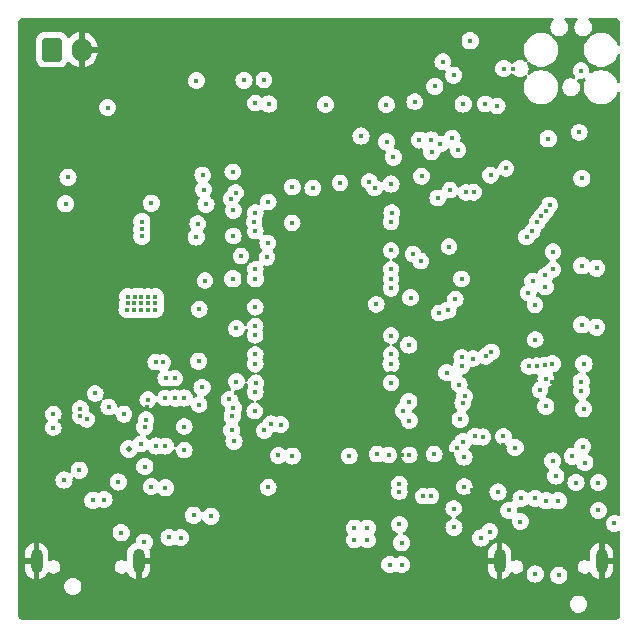
<source format=gbr>
%TF.GenerationSoftware,KiCad,Pcbnew,8.0.1*%
%TF.CreationDate,2024-04-17T21:00:07+02:00*%
%TF.ProjectId,STM32_Dev_Board,53544d33-325f-4446-9576-5f426f617264,rev?*%
%TF.SameCoordinates,Original*%
%TF.FileFunction,Copper,L2,Inr*%
%TF.FilePolarity,Positive*%
%FSLAX46Y46*%
G04 Gerber Fmt 4.6, Leading zero omitted, Abs format (unit mm)*
G04 Created by KiCad (PCBNEW 8.0.1) date 2024-04-17 21:00:07*
%MOMM*%
%LPD*%
G01*
G04 APERTURE LIST*
G04 Aperture macros list*
%AMRoundRect*
0 Rectangle with rounded corners*
0 $1 Rounding radius*
0 $2 $3 $4 $5 $6 $7 $8 $9 X,Y pos of 4 corners*
0 Add a 4 corners polygon primitive as box body*
4,1,4,$2,$3,$4,$5,$6,$7,$8,$9,$2,$3,0*
0 Add four circle primitives for the rounded corners*
1,1,$1+$1,$2,$3*
1,1,$1+$1,$4,$5*
1,1,$1+$1,$6,$7*
1,1,$1+$1,$8,$9*
0 Add four rect primitives between the rounded corners*
20,1,$1+$1,$2,$3,$4,$5,0*
20,1,$1+$1,$4,$5,$6,$7,0*
20,1,$1+$1,$6,$7,$8,$9,0*
20,1,$1+$1,$8,$9,$2,$3,0*%
G04 Aperture macros list end*
%TA.AperFunction,ComponentPad*%
%ADD10RoundRect,0.250000X-0.600000X-0.750000X0.600000X-0.750000X0.600000X0.750000X-0.600000X0.750000X0*%
%TD*%
%TA.AperFunction,ComponentPad*%
%ADD11O,1.700000X2.000000*%
%TD*%
%TA.AperFunction,ComponentPad*%
%ADD12O,1.000000X2.100000*%
%TD*%
%TA.AperFunction,ViaPad*%
%ADD13C,0.400000*%
%TD*%
%TA.AperFunction,ViaPad*%
%ADD14C,0.450000*%
%TD*%
%TA.AperFunction,ViaPad*%
%ADD15C,0.500000*%
%TD*%
G04 APERTURE END LIST*
D10*
%TO.N,9V_DC_Jack*%
%TO.C,J1*%
X183400000Y-57200000D03*
D11*
%TO.N,GND*%
X185900000Y-57200000D03*
%TD*%
D12*
%TO.N,GND*%
%TO.C,J3*%
X182080000Y-100495000D03*
X190720000Y-100495000D03*
%TD*%
%TO.N,GND*%
%TO.C,J4*%
X221280000Y-100495000D03*
X229920000Y-100495000D03*
%TD*%
D13*
%TO.N,GND*%
X191775000Y-66575000D03*
X182975000Y-70250000D03*
X182300000Y-68225000D03*
%TO.N,FMC_NBL0*%
X198540000Y-69806586D03*
X199390000Y-74676000D03*
%TO.N,FMC_D7*%
X216154000Y-79502000D03*
%TO.N,FMC_D1*%
X217678000Y-90932000D03*
D14*
%TO.N,FMC_D6*%
X216916000Y-79248000D03*
%TO.N,FMC_A3*%
X209550000Y-64516000D03*
X212090000Y-68580000D03*
%TO.N,FMC_D0*%
X213140000Y-87790000D03*
X218180000Y-90380000D03*
%TO.N,FMC_NBL0*%
X200600000Y-76600000D03*
%TO.N,+5V*%
X228500000Y-92160000D03*
%TO.N,GND*%
X230010000Y-92090000D03*
%TO.N,USB_OTG_HS_ULPI_D4*%
X225100000Y-83920000D03*
%TO.N,GND*%
X208000000Y-100800000D03*
X203700000Y-55800000D03*
D13*
X220650000Y-90700000D03*
D14*
X228250000Y-69100000D03*
X217300000Y-91440000D03*
X193300000Y-72450000D03*
X224450000Y-64750000D03*
X193700000Y-70200000D03*
X199650000Y-55850000D03*
X220750000Y-104400000D03*
X195800000Y-84500000D03*
X214350000Y-97400000D03*
X216950000Y-85550000D03*
X223100000Y-96200000D03*
X231160000Y-86275000D03*
D13*
X184050000Y-88650000D03*
X191400000Y-87450000D03*
X183500000Y-87120000D03*
D14*
X214600000Y-65850000D03*
X229500000Y-74150000D03*
X207700000Y-55800000D03*
X230400000Y-104400000D03*
D13*
X227930000Y-56365000D03*
D14*
X229180000Y-86100000D03*
X205600000Y-61850000D03*
X214700000Y-78200000D03*
X215900000Y-96100000D03*
X184700000Y-64200000D03*
X186200000Y-62150000D03*
X211700000Y-60900000D03*
X229500000Y-79100000D03*
X183450000Y-95985000D03*
X202000000Y-100800000D03*
X222050000Y-98150000D03*
X228250000Y-74500000D03*
X229300000Y-90780000D03*
X181550000Y-104400000D03*
X218200000Y-60800000D03*
X225050000Y-90860000D03*
X195650000Y-55800000D03*
X199000000Y-100800000D03*
X228700000Y-96200000D03*
X229650000Y-89400000D03*
X214050000Y-60300000D03*
X225300000Y-97700000D03*
X230200000Y-90800000D03*
D13*
X200550000Y-67750000D03*
D14*
X199000000Y-86300000D03*
X218950000Y-94500000D03*
X190250000Y-70250000D03*
X214600000Y-82200000D03*
X186050000Y-72500000D03*
X213300000Y-66300000D03*
X189200000Y-96000000D03*
D13*
X198650000Y-68500000D03*
D14*
X229300000Y-97850000D03*
X230950000Y-87700000D03*
X205000000Y-100800000D03*
X190200000Y-98100000D03*
D13*
X213000000Y-91550000D03*
D14*
X211000000Y-100800000D03*
X182500000Y-97850000D03*
X219150000Y-60800000D03*
X230000000Y-83800000D03*
X193950000Y-94300000D03*
X198750000Y-71850000D03*
X186850000Y-97600000D03*
X218800000Y-59600000D03*
X191200000Y-104400000D03*
X191600000Y-55800000D03*
X202750000Y-61800000D03*
X198700000Y-77550000D03*
X186200000Y-64250000D03*
X194250000Y-93000000D03*
X217200000Y-61800000D03*
D13*
X187250000Y-87250000D03*
D14*
X184650000Y-66250000D03*
X214550000Y-88600000D03*
D13*
X225734359Y-85321711D03*
X212100000Y-84600000D03*
D14*
X215800000Y-61600000D03*
X219150000Y-61800000D03*
D13*
X212100000Y-79800000D03*
X221600000Y-90700000D03*
D14*
X218750000Y-58050000D03*
X199000000Y-81800000D03*
D13*
X183500000Y-90180000D03*
D14*
X212700000Y-60900000D03*
X180990000Y-95675000D03*
X184650000Y-62150000D03*
X213300000Y-65000000D03*
D13*
X188050000Y-86550000D03*
D14*
X211700000Y-55800000D03*
X186400000Y-70200000D03*
X202680000Y-94250000D03*
X229200000Y-85000000D03*
D13*
X209530000Y-91600000D03*
D14*
X214600000Y-87000000D03*
D15*
X188900000Y-91000000D03*
D14*
X186150000Y-66250000D03*
X199800000Y-90350000D03*
X228250000Y-79500000D03*
%TO.N,+5V*%
X193000000Y-94300000D03*
X217425000Y-97650000D03*
X227750000Y-93850000D03*
X195620000Y-59810000D03*
X193300000Y-98500000D03*
X221600000Y-89950000D03*
X184550000Y-70250000D03*
%TO.N,+1V8*%
X195600000Y-73050000D03*
X228400000Y-87600000D03*
%TO.N,USB_OTG_FS_VBUS*%
X189250000Y-98100000D03*
X194280000Y-98510000D03*
X188100000Y-62100000D03*
X186850000Y-95350000D03*
%TO.N,VDDSDMMC_STM32*%
X211725000Y-65000000D03*
D13*
X201700000Y-94250000D03*
D14*
X185700000Y-92800000D03*
D13*
X218160110Y-87132456D03*
X193770000Y-85015000D03*
D14*
X213600000Y-87000000D03*
X206550000Y-61850000D03*
X191550000Y-78100000D03*
X189800000Y-78100000D03*
X213600000Y-82200000D03*
X190950000Y-78650000D03*
X198800000Y-90350000D03*
X192150000Y-79200000D03*
X189750000Y-79200000D03*
X192150000Y-78650000D03*
D13*
X218300000Y-94200000D03*
D14*
X191000000Y-73000000D03*
X210100000Y-97700000D03*
X190950000Y-78100000D03*
X221150000Y-94650000D03*
X213750000Y-78200000D03*
D13*
X219050000Y-83360000D03*
D14*
X228320000Y-90800000D03*
X199000000Y-85300000D03*
X190950000Y-79200000D03*
X228220000Y-86100000D03*
D13*
X208570000Y-91600000D03*
D14*
X189800000Y-78650000D03*
D13*
X217880000Y-85550000D03*
D14*
X191800000Y-70200000D03*
X213000000Y-100800000D03*
X201750000Y-61800000D03*
D13*
X187050000Y-86300000D03*
D14*
X199650000Y-59800000D03*
X198700000Y-76600000D03*
D13*
X183500000Y-88050000D03*
D14*
X199000000Y-80800000D03*
X228250000Y-80500000D03*
X218275000Y-91694000D03*
X209000000Y-97700000D03*
D13*
X193010000Y-85015000D03*
D14*
X191000000Y-72400000D03*
X218200000Y-61800000D03*
X190350000Y-78650000D03*
X192150000Y-78100000D03*
X228250000Y-75500000D03*
X229500000Y-80700000D03*
X195800000Y-83570000D03*
X212800000Y-97400000D03*
X190350000Y-79200000D03*
X229500000Y-75700000D03*
X211700000Y-61850000D03*
X231000000Y-97300000D03*
X218800000Y-56450000D03*
D13*
X183500000Y-89200000D03*
D14*
X190400000Y-78100000D03*
X213000000Y-98950000D03*
X214500000Y-64850000D03*
X191000000Y-71750000D03*
D13*
X194600000Y-89115000D03*
D14*
X195380000Y-96610000D03*
X228250000Y-68100000D03*
X191550000Y-79200000D03*
X228200000Y-85300000D03*
X225400000Y-64750000D03*
X212300000Y-66300000D03*
D13*
X198700000Y-67550000D03*
X228175000Y-58970000D03*
D14*
X212000000Y-100800000D03*
X213650000Y-88600000D03*
D13*
X188200000Y-87450000D03*
X196350000Y-76750000D03*
D14*
X191550000Y-78650000D03*
%TO.N,USB_OTG_HS_VBUS*%
X222600000Y-90900000D03*
X223100000Y-95200000D03*
X226050000Y-93300000D03*
X225250000Y-95400000D03*
X223050000Y-97150000D03*
X184750000Y-68000000D03*
X228756396Y-103481396D03*
X217390000Y-59360000D03*
D13*
%TO.N,VDDA_STM32*%
X220080000Y-61800000D03*
%TO.N,VDD12DSI_STM32*%
X217400000Y-96050000D03*
D14*
%TO.N,RCC_OSC_OUT*%
X215800000Y-60300000D03*
D13*
%TO.N,RCC_OSC_IN*%
X214100000Y-61600000D03*
D14*
%TO.N,NRST*%
X225200000Y-87400000D03*
D13*
X216480000Y-58220000D03*
X228030000Y-64200000D03*
X186325000Y-88500000D03*
D14*
X215530000Y-65850000D03*
X215500000Y-64850000D03*
%TO.N,Net-(U4-VCAP_1)*%
X228425000Y-83800000D03*
%TO.N,Net-(U4-VCAP_2)*%
X202550000Y-91550000D03*
%TO.N,USB_OTG_FS_OverCurrent*%
X191250000Y-92500000D03*
%TO.N,USB_OTG_HS_OverCurrent*%
X229650000Y-96200000D03*
D15*
%TO.N,Net-(U12A-VDDI)*%
X189880000Y-91000000D03*
D13*
%TO.N,SWO*%
X221090000Y-61960000D03*
X195730000Y-71920000D03*
D14*
%TO.N,SWDIO*%
X203750000Y-91600000D03*
X221650000Y-58810000D03*
%TO.N,SWCLK*%
X222400000Y-58875000D03*
X198600000Y-89400000D03*
%TO.N,Net-(J3-CC1)*%
X185150000Y-101225000D03*
X191200000Y-98900000D03*
D13*
%TO.N,DSIHOST_CKN*%
X213650000Y-91500000D03*
%TO.N,I2C_4_SDA*%
X210100000Y-98710000D03*
%TO.N,I2C_4_SCL*%
X209000000Y-98700000D03*
%TO.N,DSIHOST_D1P*%
X212800000Y-94625000D03*
%TO.N,DSIHOST_D1N*%
X212800000Y-93975000D03*
%TO.N,DSIHOST_D0N*%
X214825000Y-95000000D03*
%TO.N,DSIHOST_CKP*%
X215750000Y-91450000D03*
%TO.N,DSIHOST_D0P*%
X215475000Y-95000000D03*
%TO.N,PDR_ON*%
X196150000Y-67800000D03*
D14*
%TO.N,BOOT0*%
X198750000Y-70800000D03*
D13*
%TO.N,STM32_LED*%
X201330000Y-59760000D03*
X195860000Y-79180000D03*
X200620000Y-61730000D03*
D14*
%TO.N,Enable GPIO*%
X184400000Y-93635000D03*
%TO.N,USB_OTG_FS_DETECT*%
X191800000Y-94200000D03*
%TO.N,USB_OTG_FS_ID*%
X196850000Y-96700000D03*
%TO.N,Net-(J4-CC2)*%
X226300000Y-101700000D03*
X220450000Y-98000000D03*
%TO.N,USB_OTG_HS_DETECT*%
X222050000Y-96200000D03*
X225780000Y-92030000D03*
D13*
%TO.N,SDMMC1_CMD*%
X185800000Y-88200000D03*
D14*
X196100000Y-85800000D03*
%TO.N,SDMMC1_D3*%
X194600000Y-86685000D03*
D13*
X190920000Y-90570000D03*
%TO.N,SDMMC1_D1*%
X193000000Y-86685000D03*
X191340000Y-88530000D03*
D14*
X198650000Y-88200000D03*
%TO.N,SDMMC1_D2*%
X193800000Y-86700000D03*
%TO.N,SDMMC1_D0*%
X201375000Y-89425000D03*
D13*
X191230000Y-89150000D03*
D14*
%TO.N,SDMMC1_D5*%
X193000000Y-90750000D03*
D13*
X192773631Y-83681180D03*
D14*
%TO.N,SDMMC1_D7*%
X201950000Y-88900000D03*
D13*
X191500000Y-86840000D03*
X194600000Y-91110000D03*
D14*
%TO.N,SDMMC1_D6*%
X202750000Y-88950000D03*
D13*
X189480000Y-88070000D03*
D14*
%TO.N,SDMMC1_D4*%
X196220000Y-69040000D03*
D13*
X192170000Y-83660000D03*
D14*
X192200000Y-90750000D03*
X196430000Y-70300000D03*
D13*
%TO.N,FMC_A1*%
X205470000Y-68930000D03*
%TO.N,FMC_D5*%
X224290000Y-78810000D03*
X224310000Y-81740000D03*
X212100000Y-81400000D03*
D14*
%TO.N,USB_OTG_HS_ULPI_D3*%
X225750000Y-83790000D03*
D13*
X220600000Y-82790000D03*
%TO.N,FMC_A4*%
X210260000Y-68370000D03*
%TO.N,FMC_D11*%
X200600000Y-83000000D03*
%TO.N,FMC_A9*%
X200600000Y-72550000D03*
X224080000Y-76800000D03*
X224060000Y-72560000D03*
D14*
%TO.N,FMC_D3*%
X198400000Y-86800000D03*
X212100000Y-83800000D03*
D13*
%TO.N,FMC_SDNRAS*%
X213970000Y-74510000D03*
%TO.N,USB_OTG_HS_ULPI_STP*%
X216275000Y-65200000D03*
X224700000Y-86030000D03*
X223750000Y-84010000D03*
%TO.N,FMC_SDNWE*%
X218070000Y-76600000D03*
X218475000Y-69275000D03*
X212100000Y-76600000D03*
%TO.N,FMC_BA0*%
X211900000Y-91500000D03*
%TO.N,USB_OTG_HS_ULPI_NXT*%
X217775000Y-65680000D03*
%TO.N,FMC_D9*%
X200600000Y-80610000D03*
%TO.N,FMC_A0*%
X212150000Y-71000000D03*
X203750000Y-68820000D03*
X203730000Y-71870000D03*
%TO.N,FMC_D15*%
X200550000Y-87800000D03*
%TO.N,FMC_A2*%
X207775000Y-68480000D03*
%TO.N,USB_OTG_HS_ULPI_DIR*%
X225190000Y-85060000D03*
X217280000Y-64680000D03*
X224450000Y-83960000D03*
%TO.N,FMC_D12*%
X200600000Y-83800000D03*
%TO.N,FMC_D13*%
X200650000Y-85400000D03*
%TO.N,FMC_D8*%
X200610000Y-78990000D03*
%TO.N,USB_OTG_HS_ULPI_CK*%
X221830000Y-67260000D03*
D14*
%TO.N,USB_OTG_FS_N*%
X189000000Y-93800000D03*
D13*
%TO.N,FMC_SDCKE0*%
X214680000Y-67920000D03*
X201600000Y-74780000D03*
X214620000Y-75110000D03*
%TO.N,FMC_D4*%
X212100000Y-83000000D03*
X217540000Y-78320000D03*
X218080000Y-83250000D03*
%TO.N,FMC_A11*%
X223570000Y-73060000D03*
X201650000Y-73560000D03*
X223710000Y-77800000D03*
%TO.N,FMC_A7*%
X225215951Y-70855938D03*
X225800000Y-75800000D03*
X200600000Y-71000000D03*
%TO.N,USB_OTG_HS_ULPI_D0*%
X220520000Y-67830000D03*
%TO.N,FMC_SDNCAS*%
X212100000Y-75800000D03*
%TO.N,FMC_NBL1*%
X212100000Y-77400000D03*
X198940000Y-69300000D03*
%TO.N,USB_OTG_HS_ULPI_D4*%
X220100000Y-83160000D03*
%TO.N,USB_OTG_HS_ULPI_D2*%
X216050000Y-69760000D03*
%TO.N,FMC_A5*%
X210700000Y-68900000D03*
D14*
%TO.N,FMC_D2*%
X198750000Y-87550000D03*
D13*
X212100000Y-85400000D03*
%TO.N,FMC_D7*%
X210850000Y-78760000D03*
%TO.N,FMC_SDCLK*%
X200600000Y-75800000D03*
%TO.N,USB_OTG_HS_ULPI_D5*%
X218070000Y-83970000D03*
%TO.N,FMC_SDNE0*%
X212100000Y-74200000D03*
X217080000Y-69090000D03*
X217010000Y-73870000D03*
%TO.N,USB_OTG_HS_ULPI_D1*%
X219078978Y-69269655D03*
%TO.N,FMC_D10*%
X200590000Y-81370000D03*
%TO.N,FMC_A8*%
X224824771Y-71316152D03*
X200500000Y-71750000D03*
X225170000Y-76310000D03*
D14*
%TO.N,USB_OTG_HS_ULPI_D6*%
X216800000Y-84550000D03*
X227448676Y-91621324D03*
D13*
%TO.N,FMC_D14*%
X200600000Y-86200000D03*
%TO.N,FMC_BA1*%
X210900000Y-91450000D03*
%TO.N,FMC_A6*%
X225800000Y-74300000D03*
X225530000Y-70340000D03*
X201700000Y-70080000D03*
%TO.N,SDMMC1_CK*%
X195850000Y-87250000D03*
X185800000Y-87595997D03*
D14*
%TO.N,USB_OTG_FS_P*%
X187800000Y-95300000D03*
%TO.N,Enable GPIO HS*%
X217950000Y-88500000D03*
X229650000Y-93850000D03*
D13*
%TO.N,USB_OTG_HS_ULPI_D7*%
X218320000Y-86550000D03*
X198740000Y-72960000D03*
%TO.N,FMC_A10*%
X225170000Y-77300000D03*
X212100000Y-71800000D03*
X224474264Y-71808050D03*
D14*
%TO.N,/USB_OTG_HS/ESD_D-*%
X219850000Y-90000000D03*
X226250000Y-95400000D03*
%TO.N,/USB_OTG_HS/ESD_D+*%
X219224119Y-89937411D03*
X224300000Y-95200000D03*
%TO.N,Net-(J4-CC1)*%
X219700000Y-98550000D03*
X224300000Y-101600000D03*
%TD*%
%TA.AperFunction,Conductor*%
%TO.N,GND*%
G36*
X225825798Y-54520185D02*
G01*
X225871553Y-54572989D01*
X225881497Y-54642147D01*
X225852472Y-54705703D01*
X225846440Y-54712181D01*
X225741594Y-54817026D01*
X225741591Y-54817030D01*
X225659539Y-54939829D01*
X225659534Y-54939839D01*
X225603014Y-55076290D01*
X225603012Y-55076298D01*
X225574200Y-55221146D01*
X225574200Y-55368853D01*
X225603012Y-55513701D01*
X225603014Y-55513709D01*
X225659534Y-55650160D01*
X225659539Y-55650170D01*
X225741591Y-55772969D01*
X225741594Y-55772973D01*
X225829829Y-55861208D01*
X225850521Y-55899104D01*
X225890689Y-55907842D01*
X225900153Y-55913572D01*
X225968829Y-55959460D01*
X225968833Y-55959462D01*
X225968836Y-55959464D01*
X226105291Y-56015986D01*
X226250146Y-56044799D01*
X226250150Y-56044800D01*
X226250151Y-56044800D01*
X226397850Y-56044800D01*
X226397851Y-56044799D01*
X226542709Y-56015986D01*
X226679164Y-55959464D01*
X226801970Y-55877408D01*
X226906408Y-55772970D01*
X226988464Y-55650164D01*
X227044986Y-55513709D01*
X227073800Y-55368849D01*
X227073800Y-55221151D01*
X227044986Y-55076291D01*
X226988464Y-54939836D01*
X226988462Y-54939833D01*
X226988460Y-54939829D01*
X226906408Y-54817030D01*
X226906405Y-54817026D01*
X226801560Y-54712181D01*
X226768075Y-54650858D01*
X226773059Y-54581166D01*
X226814931Y-54525233D01*
X226880395Y-54500816D01*
X226889241Y-54500500D01*
X227790759Y-54500500D01*
X227857798Y-54520185D01*
X227903553Y-54572989D01*
X227913497Y-54642147D01*
X227884472Y-54705703D01*
X227878440Y-54712181D01*
X227773594Y-54817026D01*
X227773591Y-54817030D01*
X227691539Y-54939829D01*
X227691534Y-54939839D01*
X227635014Y-55076290D01*
X227635012Y-55076298D01*
X227606200Y-55221146D01*
X227606200Y-55368853D01*
X227635012Y-55513701D01*
X227635014Y-55513709D01*
X227691534Y-55650160D01*
X227691539Y-55650170D01*
X227773591Y-55772969D01*
X227773594Y-55772973D01*
X227878026Y-55877405D01*
X227878030Y-55877408D01*
X228000829Y-55959460D01*
X228000833Y-55959462D01*
X228000836Y-55959464D01*
X228137291Y-56015986D01*
X228282146Y-56044799D01*
X228282150Y-56044800D01*
X228282151Y-56044800D01*
X228429850Y-56044800D01*
X228429851Y-56044799D01*
X228574709Y-56015986D01*
X228711164Y-55959464D01*
X228779847Y-55913571D01*
X228830044Y-55897853D01*
X228839656Y-55873168D01*
X228850162Y-55861215D01*
X228938408Y-55772970D01*
X229020464Y-55650164D01*
X229076986Y-55513709D01*
X229105800Y-55368849D01*
X229105800Y-55221151D01*
X229076986Y-55076291D01*
X229020464Y-54939836D01*
X229020462Y-54939833D01*
X229020460Y-54939829D01*
X228938408Y-54817030D01*
X228938405Y-54817026D01*
X228833560Y-54712181D01*
X228800075Y-54650858D01*
X228805059Y-54581166D01*
X228846931Y-54525233D01*
X228912395Y-54500816D01*
X228921241Y-54500500D01*
X230934108Y-54500500D01*
X230993038Y-54500500D01*
X231006922Y-54501280D01*
X231097266Y-54511459D01*
X231124331Y-54517636D01*
X231203540Y-54545352D01*
X231228553Y-54557398D01*
X231299606Y-54602043D01*
X231321313Y-54619355D01*
X231380644Y-54678686D01*
X231397957Y-54700395D01*
X231442600Y-54771444D01*
X231454648Y-54796462D01*
X231482362Y-54875666D01*
X231488540Y-54902735D01*
X231498720Y-54993076D01*
X231499500Y-55006961D01*
X231499500Y-56735153D01*
X231479815Y-56802192D01*
X231427011Y-56847947D01*
X231357853Y-56857891D01*
X231294297Y-56828866D01*
X231257569Y-56773471D01*
X231250973Y-56753172D01*
X231216308Y-56646483D01*
X231113266Y-56444253D01*
X231081102Y-56399983D01*
X230979863Y-56260638D01*
X230979859Y-56260633D01*
X230819366Y-56100140D01*
X230819361Y-56100136D01*
X230635750Y-55966736D01*
X230635749Y-55966735D01*
X230635747Y-55966734D01*
X230433517Y-55863692D01*
X230217657Y-55793555D01*
X230209165Y-55792210D01*
X229993489Y-55758050D01*
X229993484Y-55758050D01*
X229766516Y-55758050D01*
X229766511Y-55758050D01*
X229542342Y-55793555D01*
X229326480Y-55863693D01*
X229124253Y-55966733D01*
X229010736Y-56049208D01*
X228955804Y-56068806D01*
X228943885Y-56096190D01*
X228936419Y-56104355D01*
X228780135Y-56260639D01*
X228646736Y-56444249D01*
X228543693Y-56646480D01*
X228473555Y-56862342D01*
X228438050Y-57086510D01*
X228438050Y-57313489D01*
X228470679Y-57519500D01*
X228473555Y-57537657D01*
X228543222Y-57752072D01*
X228543693Y-57753519D01*
X228646736Y-57955750D01*
X228780136Y-58139361D01*
X228780140Y-58139366D01*
X228940633Y-58299859D01*
X228940638Y-58299863D01*
X229100793Y-58416222D01*
X229124253Y-58433266D01*
X229326483Y-58536308D01*
X229542343Y-58606445D01*
X229657837Y-58624737D01*
X229766511Y-58641950D01*
X229766516Y-58641950D01*
X229993489Y-58641950D01*
X230092557Y-58626258D01*
X230217657Y-58606445D01*
X230433517Y-58536308D01*
X230635747Y-58433266D01*
X230819368Y-58299858D01*
X230979858Y-58139368D01*
X231113266Y-57955747D01*
X231216308Y-57753517D01*
X231257569Y-57626527D01*
X231297007Y-57568852D01*
X231361365Y-57541654D01*
X231430211Y-57553569D01*
X231481687Y-57600813D01*
X231499500Y-57664846D01*
X231499500Y-59910153D01*
X231479815Y-59977192D01*
X231427011Y-60022947D01*
X231357853Y-60032891D01*
X231294297Y-60003866D01*
X231257569Y-59948471D01*
X231250973Y-59928172D01*
X231216308Y-59821483D01*
X231113266Y-59619253D01*
X231090715Y-59588214D01*
X230979863Y-59435638D01*
X230979859Y-59435633D01*
X230819366Y-59275140D01*
X230819361Y-59275136D01*
X230635750Y-59141736D01*
X230635749Y-59141735D01*
X230635747Y-59141734D01*
X230433517Y-59038692D01*
X230217657Y-58968555D01*
X229993489Y-58933050D01*
X229993484Y-58933050D01*
X229766516Y-58933050D01*
X229766511Y-58933050D01*
X229542342Y-58968555D01*
X229326480Y-59038693D01*
X229124250Y-59141735D01*
X229064496Y-59185148D01*
X228998689Y-59208627D01*
X228930635Y-59192801D01*
X228881941Y-59142694D01*
X228868067Y-59074216D01*
X228868509Y-59069943D01*
X228880645Y-58970000D01*
X228860140Y-58801128D01*
X228799818Y-58642070D01*
X228799735Y-58641950D01*
X228734837Y-58547930D01*
X228703183Y-58502071D01*
X228575852Y-58389266D01*
X228575849Y-58389263D01*
X228425226Y-58310210D01*
X228260056Y-58269500D01*
X228089944Y-58269500D01*
X227924773Y-58310210D01*
X227774150Y-58389263D01*
X227646816Y-58502072D01*
X227550182Y-58642068D01*
X227489860Y-58801125D01*
X227489859Y-58801130D01*
X227469355Y-58970000D01*
X227489859Y-59138869D01*
X227489859Y-59138870D01*
X227489860Y-59138872D01*
X227494919Y-59152211D01*
X227550182Y-59297931D01*
X227646818Y-59437931D01*
X227651791Y-59443544D01*
X227650029Y-59445104D01*
X227681046Y-59494551D01*
X227680280Y-59564416D01*
X227641862Y-59622776D01*
X227577992Y-59651102D01*
X227537502Y-59649795D01*
X227413853Y-59625200D01*
X227413849Y-59625200D01*
X227266151Y-59625200D01*
X227266146Y-59625200D01*
X227121298Y-59654012D01*
X227121290Y-59654014D01*
X226984839Y-59710534D01*
X226984829Y-59710539D01*
X226862030Y-59792591D01*
X226862026Y-59792594D01*
X226757594Y-59897026D01*
X226757591Y-59897030D01*
X226675539Y-60019829D01*
X226675534Y-60019839D01*
X226619014Y-60156290D01*
X226619012Y-60156298D01*
X226590200Y-60301146D01*
X226590200Y-60448853D01*
X226619012Y-60593701D01*
X226619014Y-60593709D01*
X226675534Y-60730160D01*
X226675539Y-60730170D01*
X226757591Y-60852969D01*
X226757594Y-60852973D01*
X226862026Y-60957405D01*
X226862030Y-60957408D01*
X226984829Y-61039460D01*
X226984833Y-61039462D01*
X226984836Y-61039464D01*
X227121291Y-61095986D01*
X227241562Y-61119909D01*
X227266146Y-61124799D01*
X227266150Y-61124800D01*
X227266151Y-61124800D01*
X227413850Y-61124800D01*
X227413851Y-61124799D01*
X227558709Y-61095986D01*
X227695164Y-61039464D01*
X227817970Y-60957408D01*
X227922408Y-60852970D01*
X228004464Y-60730164D01*
X228060986Y-60593709D01*
X228089800Y-60448849D01*
X228089800Y-60301151D01*
X228060986Y-60156291D01*
X228004464Y-60019836D01*
X228004462Y-60019833D01*
X228004460Y-60019829D01*
X227922408Y-59897030D01*
X227922405Y-59897026D01*
X227881508Y-59856129D01*
X227848023Y-59794806D01*
X227853007Y-59725114D01*
X227894879Y-59669181D01*
X227960343Y-59644764D01*
X227998863Y-59648050D01*
X228089944Y-59670500D01*
X228260056Y-59670500D01*
X228409158Y-59633750D01*
X228478959Y-59636819D01*
X228536021Y-59677139D01*
X228562227Y-59741908D01*
X228549318Y-59810439D01*
X228543694Y-59821476D01*
X228473555Y-60037342D01*
X228438050Y-60261510D01*
X228438050Y-60488489D01*
X228458369Y-60616774D01*
X228473555Y-60712657D01*
X228543692Y-60928517D01*
X228643703Y-61124799D01*
X228646736Y-61130750D01*
X228780136Y-61314361D01*
X228780140Y-61314366D01*
X228940633Y-61474859D01*
X228940638Y-61474863D01*
X229100793Y-61591222D01*
X229124253Y-61608266D01*
X229326483Y-61711308D01*
X229542343Y-61781445D01*
X229657837Y-61799737D01*
X229766511Y-61816950D01*
X229766516Y-61816950D01*
X229993489Y-61816950D01*
X230092557Y-61801258D01*
X230217657Y-61781445D01*
X230433517Y-61711308D01*
X230635747Y-61608266D01*
X230819368Y-61474858D01*
X230979858Y-61314368D01*
X231113266Y-61130747D01*
X231216308Y-60928517D01*
X231257569Y-60801527D01*
X231297007Y-60743852D01*
X231361365Y-60716654D01*
X231430211Y-60728569D01*
X231481687Y-60775813D01*
X231499500Y-60839846D01*
X231499500Y-96532861D01*
X231479815Y-96599900D01*
X231427011Y-96645655D01*
X231357853Y-96655599D01*
X231321700Y-96644582D01*
X231316777Y-96642211D01*
X231162455Y-96588212D01*
X231000004Y-96569909D01*
X230999996Y-96569909D01*
X230837544Y-96588212D01*
X230683225Y-96642210D01*
X230544795Y-96729192D01*
X230429192Y-96844795D01*
X230342210Y-96983225D01*
X230288212Y-97137544D01*
X230269909Y-97299996D01*
X230269909Y-97300003D01*
X230288212Y-97462455D01*
X230342210Y-97616774D01*
X230383962Y-97683221D01*
X230429192Y-97755204D01*
X230544796Y-97870808D01*
X230683225Y-97957789D01*
X230837539Y-98011786D01*
X230837542Y-98011786D01*
X230837544Y-98011787D01*
X230999996Y-98030091D01*
X231000000Y-98030091D01*
X231000004Y-98030091D01*
X231162455Y-98011787D01*
X231162456Y-98011786D01*
X231162461Y-98011786D01*
X231316775Y-97957789D01*
X231316778Y-97957786D01*
X231321692Y-97955421D01*
X231390632Y-97944065D01*
X231454769Y-97971783D01*
X231493738Y-98029777D01*
X231499500Y-98067138D01*
X231499500Y-104993038D01*
X231498720Y-105006923D01*
X231488540Y-105097264D01*
X231482362Y-105124333D01*
X231454648Y-105203537D01*
X231442600Y-105228555D01*
X231397957Y-105299604D01*
X231380644Y-105321313D01*
X231321313Y-105380644D01*
X231299604Y-105397957D01*
X231228555Y-105442600D01*
X231203537Y-105454648D01*
X231124333Y-105482362D01*
X231097264Y-105488540D01*
X231017075Y-105497576D01*
X231006921Y-105498720D01*
X230993038Y-105499500D01*
X181006962Y-105499500D01*
X180993078Y-105498720D01*
X180980553Y-105497308D01*
X180902735Y-105488540D01*
X180875666Y-105482362D01*
X180796462Y-105454648D01*
X180771444Y-105442600D01*
X180700395Y-105397957D01*
X180678686Y-105380644D01*
X180619355Y-105321313D01*
X180602042Y-105299604D01*
X180557399Y-105228555D01*
X180545351Y-105203537D01*
X180517637Y-105124333D01*
X180511459Y-105097263D01*
X180501280Y-105006922D01*
X180500500Y-104993038D01*
X180500500Y-104150003D01*
X227219909Y-104150003D01*
X227238212Y-104312455D01*
X227292210Y-104466774D01*
X227292211Y-104466775D01*
X227379192Y-104605204D01*
X227494796Y-104720808D01*
X227633225Y-104807789D01*
X227787539Y-104861786D01*
X227787542Y-104861786D01*
X227787544Y-104861787D01*
X227949996Y-104880091D01*
X227950000Y-104880091D01*
X227950004Y-104880091D01*
X228112455Y-104861787D01*
X228112456Y-104861786D01*
X228112461Y-104861786D01*
X228266775Y-104807789D01*
X228405204Y-104720808D01*
X228520808Y-104605204D01*
X228607789Y-104466775D01*
X228661786Y-104312461D01*
X228680091Y-104150000D01*
X228661786Y-103987539D01*
X228607789Y-103833225D01*
X228520808Y-103694796D01*
X228405204Y-103579192D01*
X228266774Y-103492210D01*
X228112455Y-103438212D01*
X227950004Y-103419909D01*
X227949996Y-103419909D01*
X227787544Y-103438212D01*
X227633225Y-103492210D01*
X227494795Y-103579192D01*
X227379192Y-103694795D01*
X227292210Y-103833225D01*
X227238212Y-103987544D01*
X227219909Y-104149996D01*
X227219909Y-104150003D01*
X180500500Y-104150003D01*
X180500500Y-102650003D01*
X184419909Y-102650003D01*
X184438212Y-102812455D01*
X184492210Y-102966774D01*
X184492211Y-102966775D01*
X184579192Y-103105204D01*
X184694796Y-103220808D01*
X184833225Y-103307789D01*
X184987539Y-103361786D01*
X184987542Y-103361786D01*
X184987544Y-103361787D01*
X185149996Y-103380091D01*
X185150000Y-103380091D01*
X185150004Y-103380091D01*
X185312455Y-103361787D01*
X185312456Y-103361786D01*
X185312461Y-103361786D01*
X185466775Y-103307789D01*
X185605204Y-103220808D01*
X185720808Y-103105204D01*
X185807789Y-102966775D01*
X185861786Y-102812461D01*
X185880091Y-102650000D01*
X185861786Y-102487539D01*
X185807789Y-102333225D01*
X185720808Y-102194796D01*
X185605204Y-102079192D01*
X185466774Y-101992210D01*
X185312455Y-101938212D01*
X185150004Y-101919909D01*
X185149996Y-101919909D01*
X184987544Y-101938212D01*
X184833225Y-101992210D01*
X184694795Y-102079192D01*
X184579192Y-102194795D01*
X184492210Y-102333225D01*
X184438212Y-102487544D01*
X184419909Y-102649996D01*
X184419909Y-102650003D01*
X180500500Y-102650003D01*
X180500500Y-101143495D01*
X181080000Y-101143495D01*
X181118427Y-101336681D01*
X181118430Y-101336693D01*
X181193807Y-101518671D01*
X181193814Y-101518684D01*
X181303248Y-101682462D01*
X181303251Y-101682466D01*
X181442533Y-101821748D01*
X181442537Y-101821751D01*
X181606315Y-101931185D01*
X181606328Y-101931192D01*
X181788308Y-102006569D01*
X181830000Y-102014862D01*
X181830000Y-101211988D01*
X181839940Y-101229205D01*
X181895795Y-101285060D01*
X181964204Y-101324556D01*
X182040504Y-101345000D01*
X182119496Y-101345000D01*
X182195796Y-101324556D01*
X182264205Y-101285060D01*
X182320060Y-101229205D01*
X182330000Y-101211988D01*
X182330000Y-102014862D01*
X182371690Y-102006569D01*
X182371692Y-102006569D01*
X182553671Y-101931192D01*
X182553684Y-101931185D01*
X182717462Y-101821751D01*
X182717466Y-101821748D01*
X182856748Y-101682466D01*
X182856751Y-101682462D01*
X182966185Y-101518683D01*
X182968532Y-101513019D01*
X183012371Y-101458614D01*
X183078665Y-101436547D01*
X183146365Y-101453824D01*
X183150174Y-101456403D01*
X183286318Y-101535006D01*
X183286319Y-101535006D01*
X183286322Y-101535008D01*
X183433707Y-101574500D01*
X183433710Y-101574500D01*
X183586290Y-101574500D01*
X183586293Y-101574500D01*
X183733678Y-101535008D01*
X183865821Y-101458715D01*
X183973715Y-101350821D01*
X184050008Y-101218678D01*
X184089500Y-101071293D01*
X188710500Y-101071293D01*
X188749992Y-101218678D01*
X188749993Y-101218681D01*
X188826282Y-101350817D01*
X188826284Y-101350819D01*
X188826285Y-101350821D01*
X188934179Y-101458715D01*
X188934180Y-101458716D01*
X188934182Y-101458717D01*
X189066318Y-101535006D01*
X189066319Y-101535006D01*
X189066322Y-101535008D01*
X189213707Y-101574500D01*
X189213710Y-101574500D01*
X189366290Y-101574500D01*
X189366293Y-101574500D01*
X189513678Y-101535008D01*
X189645821Y-101458715D01*
X189645821Y-101458714D01*
X189652860Y-101454651D01*
X189654286Y-101457122D01*
X189706565Y-101436901D01*
X189775012Y-101450927D01*
X189825010Y-101499732D01*
X189831463Y-101513012D01*
X189833806Y-101518669D01*
X189833814Y-101518684D01*
X189943248Y-101682462D01*
X189943251Y-101682466D01*
X190082533Y-101821748D01*
X190082537Y-101821751D01*
X190246315Y-101931185D01*
X190246328Y-101931192D01*
X190428308Y-102006569D01*
X190470000Y-102014862D01*
X190470000Y-101211988D01*
X190479940Y-101229205D01*
X190535795Y-101285060D01*
X190604204Y-101324556D01*
X190680504Y-101345000D01*
X190759496Y-101345000D01*
X190835796Y-101324556D01*
X190904205Y-101285060D01*
X190960060Y-101229205D01*
X190970000Y-101211988D01*
X190970000Y-102014862D01*
X191011690Y-102006569D01*
X191011692Y-102006569D01*
X191193671Y-101931192D01*
X191193684Y-101931185D01*
X191357462Y-101821751D01*
X191357466Y-101821748D01*
X191496748Y-101682466D01*
X191496751Y-101682462D01*
X191606185Y-101518684D01*
X191606192Y-101518671D01*
X191681569Y-101336693D01*
X191681572Y-101336681D01*
X191719999Y-101143495D01*
X191720000Y-101143492D01*
X191720000Y-100800003D01*
X211269909Y-100800003D01*
X211288212Y-100962455D01*
X211342210Y-101116774D01*
X211342211Y-101116775D01*
X211429192Y-101255204D01*
X211544796Y-101370808D01*
X211683225Y-101457789D01*
X211837539Y-101511786D01*
X211837542Y-101511786D01*
X211837544Y-101511787D01*
X211999996Y-101530091D01*
X212000000Y-101530091D01*
X212000004Y-101530091D01*
X212162455Y-101511787D01*
X212162456Y-101511786D01*
X212162461Y-101511786D01*
X212316775Y-101457789D01*
X212434028Y-101384113D01*
X212501264Y-101365113D01*
X212565971Y-101384113D01*
X212639777Y-101430489D01*
X212676914Y-101453824D01*
X212683225Y-101457789D01*
X212837539Y-101511786D01*
X212837542Y-101511786D01*
X212837544Y-101511787D01*
X212999996Y-101530091D01*
X213000000Y-101530091D01*
X213000004Y-101530091D01*
X213162455Y-101511787D01*
X213162456Y-101511786D01*
X213162461Y-101511786D01*
X213316775Y-101457789D01*
X213455204Y-101370808D01*
X213570808Y-101255204D01*
X213641000Y-101143495D01*
X220280000Y-101143495D01*
X220318427Y-101336681D01*
X220318430Y-101336693D01*
X220393807Y-101518671D01*
X220393814Y-101518684D01*
X220503248Y-101682462D01*
X220503251Y-101682466D01*
X220642533Y-101821748D01*
X220642537Y-101821751D01*
X220806315Y-101931185D01*
X220806328Y-101931192D01*
X220988308Y-102006569D01*
X221030000Y-102014862D01*
X221030000Y-101211988D01*
X221039940Y-101229205D01*
X221095795Y-101285060D01*
X221164204Y-101324556D01*
X221240504Y-101345000D01*
X221319496Y-101345000D01*
X221395796Y-101324556D01*
X221464205Y-101285060D01*
X221520060Y-101229205D01*
X221530000Y-101211988D01*
X221530000Y-102014862D01*
X221571690Y-102006569D01*
X221571692Y-102006569D01*
X221753671Y-101931192D01*
X221753684Y-101931185D01*
X221917462Y-101821751D01*
X221917466Y-101821748D01*
X222056748Y-101682466D01*
X222056751Y-101682462D01*
X222111849Y-101600003D01*
X223569909Y-101600003D01*
X223588212Y-101762455D01*
X223642210Y-101916774D01*
X223703843Y-102014862D01*
X223729192Y-102055204D01*
X223844796Y-102170808D01*
X223983225Y-102257789D01*
X224137539Y-102311786D01*
X224137542Y-102311786D01*
X224137544Y-102311787D01*
X224299996Y-102330091D01*
X224300000Y-102330091D01*
X224300004Y-102330091D01*
X224462455Y-102311787D01*
X224462456Y-102311786D01*
X224462461Y-102311786D01*
X224616775Y-102257789D01*
X224755204Y-102170808D01*
X224870808Y-102055204D01*
X224957789Y-101916775D01*
X225011786Y-101762461D01*
X225011787Y-101762455D01*
X225018824Y-101700003D01*
X225569909Y-101700003D01*
X225588212Y-101862455D01*
X225642210Y-102016774D01*
X225681430Y-102079192D01*
X225729192Y-102155204D01*
X225844796Y-102270808D01*
X225983225Y-102357789D01*
X226137539Y-102411786D01*
X226137542Y-102411786D01*
X226137544Y-102411787D01*
X226299996Y-102430091D01*
X226300000Y-102430091D01*
X226300004Y-102430091D01*
X226462455Y-102411787D01*
X226462456Y-102411786D01*
X226462461Y-102411786D01*
X226616775Y-102357789D01*
X226755204Y-102270808D01*
X226870808Y-102155204D01*
X226957789Y-102016775D01*
X227011786Y-101862461D01*
X227016373Y-101821751D01*
X227030091Y-101700003D01*
X227030091Y-101699996D01*
X227011787Y-101537544D01*
X227011786Y-101537542D01*
X227011786Y-101537539D01*
X226957789Y-101383225D01*
X226870808Y-101244796D01*
X226755204Y-101129192D01*
X226663059Y-101071293D01*
X227910500Y-101071293D01*
X227949992Y-101218678D01*
X227949993Y-101218681D01*
X228026282Y-101350817D01*
X228026284Y-101350819D01*
X228026285Y-101350821D01*
X228134179Y-101458715D01*
X228134180Y-101458716D01*
X228134182Y-101458717D01*
X228266318Y-101535006D01*
X228266319Y-101535006D01*
X228266322Y-101535008D01*
X228413707Y-101574500D01*
X228413710Y-101574500D01*
X228566290Y-101574500D01*
X228566293Y-101574500D01*
X228713678Y-101535008D01*
X228845821Y-101458715D01*
X228845821Y-101458714D01*
X228852860Y-101454651D01*
X228854286Y-101457122D01*
X228906565Y-101436901D01*
X228975012Y-101450927D01*
X229025010Y-101499732D01*
X229031463Y-101513012D01*
X229033806Y-101518669D01*
X229033814Y-101518684D01*
X229143248Y-101682462D01*
X229143251Y-101682466D01*
X229282533Y-101821748D01*
X229282537Y-101821751D01*
X229446315Y-101931185D01*
X229446328Y-101931192D01*
X229628308Y-102006569D01*
X229670000Y-102014862D01*
X229670000Y-101211988D01*
X229679940Y-101229205D01*
X229735795Y-101285060D01*
X229804204Y-101324556D01*
X229880504Y-101345000D01*
X229959496Y-101345000D01*
X230035796Y-101324556D01*
X230104205Y-101285060D01*
X230160060Y-101229205D01*
X230170000Y-101211988D01*
X230170000Y-102014862D01*
X230211690Y-102006569D01*
X230211692Y-102006569D01*
X230393671Y-101931192D01*
X230393684Y-101931185D01*
X230557462Y-101821751D01*
X230557466Y-101821748D01*
X230696748Y-101682466D01*
X230696751Y-101682462D01*
X230806185Y-101518684D01*
X230806192Y-101518671D01*
X230881569Y-101336693D01*
X230881572Y-101336681D01*
X230919999Y-101143495D01*
X230920000Y-101143492D01*
X230920000Y-100745000D01*
X230220000Y-100745000D01*
X230220000Y-100245000D01*
X230920000Y-100245000D01*
X230920000Y-99846508D01*
X230919999Y-99846504D01*
X230881572Y-99653318D01*
X230881569Y-99653306D01*
X230806192Y-99471328D01*
X230806185Y-99471315D01*
X230696751Y-99307537D01*
X230696748Y-99307533D01*
X230557466Y-99168251D01*
X230557462Y-99168248D01*
X230393684Y-99058814D01*
X230393671Y-99058807D01*
X230211691Y-98983429D01*
X230211683Y-98983427D01*
X230170000Y-98975135D01*
X230170000Y-99778011D01*
X230160060Y-99760795D01*
X230104205Y-99704940D01*
X230035796Y-99665444D01*
X229959496Y-99645000D01*
X229880504Y-99645000D01*
X229804204Y-99665444D01*
X229735795Y-99704940D01*
X229679940Y-99760795D01*
X229670000Y-99778011D01*
X229670000Y-98975136D01*
X229669999Y-98975135D01*
X229628316Y-98983427D01*
X229628308Y-98983429D01*
X229446328Y-99058807D01*
X229446315Y-99058814D01*
X229282537Y-99168248D01*
X229282533Y-99168251D01*
X229143251Y-99307533D01*
X229143248Y-99307537D01*
X229033814Y-99471315D01*
X229033807Y-99471328D01*
X228958430Y-99653306D01*
X228958427Y-99653318D01*
X228920000Y-99846504D01*
X228920000Y-100359337D01*
X228900315Y-100426376D01*
X228847511Y-100472131D01*
X228778353Y-100482075D01*
X228734001Y-100466725D01*
X228713680Y-100454993D01*
X228713679Y-100454992D01*
X228713678Y-100454992D01*
X228566293Y-100415500D01*
X228413707Y-100415500D01*
X228278404Y-100451754D01*
X228266318Y-100454993D01*
X228134182Y-100531282D01*
X228134176Y-100531287D01*
X228026287Y-100639176D01*
X228026282Y-100639182D01*
X227949993Y-100771318D01*
X227949992Y-100771322D01*
X227910500Y-100918707D01*
X227910500Y-101071293D01*
X226663059Y-101071293D01*
X226663054Y-101071290D01*
X226616774Y-101042210D01*
X226462455Y-100988212D01*
X226300004Y-100969909D01*
X226299996Y-100969909D01*
X226137544Y-100988212D01*
X225983225Y-101042210D01*
X225844795Y-101129192D01*
X225729192Y-101244795D01*
X225642210Y-101383225D01*
X225588212Y-101537544D01*
X225569909Y-101699996D01*
X225569909Y-101700003D01*
X225018824Y-101700003D01*
X225030091Y-101600003D01*
X225030091Y-101599996D01*
X225011787Y-101437544D01*
X225011786Y-101437542D01*
X225011786Y-101437539D01*
X224957789Y-101283225D01*
X224870808Y-101144796D01*
X224755204Y-101029192D01*
X224648993Y-100962455D01*
X224616774Y-100942210D01*
X224462455Y-100888212D01*
X224300004Y-100869909D01*
X224299996Y-100869909D01*
X224137544Y-100888212D01*
X223983225Y-100942210D01*
X223844795Y-101029192D01*
X223729192Y-101144795D01*
X223642210Y-101283225D01*
X223588212Y-101437544D01*
X223569909Y-101599996D01*
X223569909Y-101600003D01*
X222111849Y-101600003D01*
X222166185Y-101518683D01*
X222168532Y-101513019D01*
X222212371Y-101458614D01*
X222278665Y-101436547D01*
X222346365Y-101453824D01*
X222350174Y-101456403D01*
X222486318Y-101535006D01*
X222486319Y-101535006D01*
X222486322Y-101535008D01*
X222633707Y-101574500D01*
X222633710Y-101574500D01*
X222786290Y-101574500D01*
X222786293Y-101574500D01*
X222933678Y-101535008D01*
X223065821Y-101458715D01*
X223173715Y-101350821D01*
X223250008Y-101218678D01*
X223289500Y-101071293D01*
X223289500Y-100918707D01*
X223250008Y-100771322D01*
X223173715Y-100639179D01*
X223065821Y-100531285D01*
X223065819Y-100531284D01*
X223065817Y-100531282D01*
X222933681Y-100454993D01*
X222933682Y-100454993D01*
X222921595Y-100451754D01*
X222786293Y-100415500D01*
X222633707Y-100415500D01*
X222486322Y-100454992D01*
X222486321Y-100454992D01*
X222486319Y-100454993D01*
X222465999Y-100466725D01*
X222398099Y-100483197D01*
X222332072Y-100460344D01*
X222288882Y-100405422D01*
X222280000Y-100359337D01*
X222280000Y-99846508D01*
X222279999Y-99846504D01*
X222241572Y-99653318D01*
X222241569Y-99653306D01*
X222166192Y-99471328D01*
X222166185Y-99471315D01*
X222056751Y-99307537D01*
X222056748Y-99307533D01*
X221917466Y-99168251D01*
X221917462Y-99168248D01*
X221753684Y-99058814D01*
X221753671Y-99058807D01*
X221571691Y-98983429D01*
X221571683Y-98983427D01*
X221530000Y-98975135D01*
X221530000Y-99778011D01*
X221520060Y-99760795D01*
X221464205Y-99704940D01*
X221395796Y-99665444D01*
X221319496Y-99645000D01*
X221240504Y-99645000D01*
X221164204Y-99665444D01*
X221095795Y-99704940D01*
X221039940Y-99760795D01*
X221030000Y-99778011D01*
X221030000Y-98975136D01*
X221029999Y-98975135D01*
X220988316Y-98983427D01*
X220988308Y-98983429D01*
X220806328Y-99058807D01*
X220806315Y-99058814D01*
X220642537Y-99168248D01*
X220642533Y-99168251D01*
X220503251Y-99307533D01*
X220503248Y-99307537D01*
X220393814Y-99471315D01*
X220393807Y-99471328D01*
X220318430Y-99653306D01*
X220318427Y-99653318D01*
X220280000Y-99846504D01*
X220280000Y-100245000D01*
X220980000Y-100245000D01*
X220980000Y-100745000D01*
X220280000Y-100745000D01*
X220280000Y-101143495D01*
X213641000Y-101143495D01*
X213657789Y-101116775D01*
X213711786Y-100962461D01*
X213730091Y-100800000D01*
X213726859Y-100771318D01*
X213711787Y-100637544D01*
X213711786Y-100637542D01*
X213711786Y-100637539D01*
X213657789Y-100483225D01*
X213570808Y-100344796D01*
X213455204Y-100229192D01*
X213434028Y-100215886D01*
X213316774Y-100142210D01*
X213162455Y-100088212D01*
X213000004Y-100069909D01*
X212999996Y-100069909D01*
X212837544Y-100088212D01*
X212683225Y-100142210D01*
X212565972Y-100215886D01*
X212498735Y-100234886D01*
X212434028Y-100215886D01*
X212316774Y-100142210D01*
X212162455Y-100088212D01*
X212000004Y-100069909D01*
X211999996Y-100069909D01*
X211837544Y-100088212D01*
X211683225Y-100142210D01*
X211544795Y-100229192D01*
X211429192Y-100344795D01*
X211342210Y-100483225D01*
X211288212Y-100637544D01*
X211269909Y-100799996D01*
X211269909Y-100800003D01*
X191720000Y-100800003D01*
X191720000Y-100745000D01*
X191020000Y-100745000D01*
X191020000Y-100245000D01*
X191720000Y-100245000D01*
X191720000Y-99846508D01*
X191719999Y-99846504D01*
X191681572Y-99653318D01*
X191681569Y-99653306D01*
X191652101Y-99582163D01*
X191644632Y-99512694D01*
X191675907Y-99450215D01*
X191678926Y-99447085D01*
X191770808Y-99355204D01*
X191857789Y-99216775D01*
X191911786Y-99062461D01*
X191912197Y-99058814D01*
X191930091Y-98900003D01*
X191930091Y-98899996D01*
X191911787Y-98737544D01*
X191911786Y-98737542D01*
X191911786Y-98737539D01*
X191857789Y-98583225D01*
X191805497Y-98500003D01*
X192569909Y-98500003D01*
X192588212Y-98662455D01*
X192642210Y-98816774D01*
X192692465Y-98896753D01*
X192729192Y-98955204D01*
X192844796Y-99070808D01*
X192983225Y-99157789D01*
X193137539Y-99211786D01*
X193137542Y-99211786D01*
X193137544Y-99211787D01*
X193299996Y-99230091D01*
X193300000Y-99230091D01*
X193300004Y-99230091D01*
X193462455Y-99211787D01*
X193462456Y-99211786D01*
X193462461Y-99211786D01*
X193616775Y-99157789D01*
X193716069Y-99095397D01*
X193783306Y-99076397D01*
X193848014Y-99095397D01*
X193947309Y-99157788D01*
X193963225Y-99167789D01*
X194117539Y-99221786D01*
X194117542Y-99221786D01*
X194117544Y-99221787D01*
X194279996Y-99240091D01*
X194280000Y-99240091D01*
X194280004Y-99240091D01*
X194442455Y-99221787D01*
X194442456Y-99221786D01*
X194442461Y-99221786D01*
X194596775Y-99167789D01*
X194735204Y-99080808D01*
X194850808Y-98965204D01*
X194937789Y-98826775D01*
X194991786Y-98672461D01*
X194991787Y-98672455D01*
X195010091Y-98510003D01*
X195010091Y-98509996D01*
X194991787Y-98347544D01*
X194991786Y-98347542D01*
X194991786Y-98347539D01*
X194937789Y-98193225D01*
X194850808Y-98054796D01*
X194735204Y-97939192D01*
X194719289Y-97929192D01*
X194596774Y-97852210D01*
X194442455Y-97798212D01*
X194280004Y-97779909D01*
X194279996Y-97779909D01*
X194117544Y-97798212D01*
X193963224Y-97852210D01*
X193863929Y-97914602D01*
X193796692Y-97933602D01*
X193731985Y-97914602D01*
X193616774Y-97842210D01*
X193462455Y-97788212D01*
X193300004Y-97769909D01*
X193299996Y-97769909D01*
X193137544Y-97788212D01*
X192983225Y-97842210D01*
X192844795Y-97929192D01*
X192729192Y-98044795D01*
X192642210Y-98183225D01*
X192588212Y-98337544D01*
X192569909Y-98499996D01*
X192569909Y-98500003D01*
X191805497Y-98500003D01*
X191770808Y-98444796D01*
X191655204Y-98329192D01*
X191635441Y-98316774D01*
X191516774Y-98242210D01*
X191382939Y-98195379D01*
X191362461Y-98188214D01*
X191362460Y-98188213D01*
X191362455Y-98188212D01*
X191200004Y-98169909D01*
X191199996Y-98169909D01*
X191037544Y-98188212D01*
X190883225Y-98242210D01*
X190744795Y-98329192D01*
X190629192Y-98444795D01*
X190542210Y-98583225D01*
X190488212Y-98737544D01*
X190470274Y-98896753D01*
X190443207Y-98961167D01*
X190394507Y-98997430D01*
X190246325Y-99058809D01*
X190246315Y-99058814D01*
X190082537Y-99168248D01*
X190082533Y-99168251D01*
X189943251Y-99307533D01*
X189943248Y-99307537D01*
X189833814Y-99471315D01*
X189833807Y-99471328D01*
X189758430Y-99653306D01*
X189758427Y-99653318D01*
X189720000Y-99846504D01*
X189720000Y-100359337D01*
X189700315Y-100426376D01*
X189647511Y-100472131D01*
X189578353Y-100482075D01*
X189534001Y-100466725D01*
X189513680Y-100454993D01*
X189513679Y-100454992D01*
X189513678Y-100454992D01*
X189366293Y-100415500D01*
X189213707Y-100415500D01*
X189078404Y-100451754D01*
X189066318Y-100454993D01*
X188934182Y-100531282D01*
X188934176Y-100531287D01*
X188826287Y-100639176D01*
X188826282Y-100639182D01*
X188749993Y-100771318D01*
X188749992Y-100771322D01*
X188710500Y-100918707D01*
X188710500Y-101071293D01*
X184089500Y-101071293D01*
X184089500Y-100918707D01*
X184050008Y-100771322D01*
X183973715Y-100639179D01*
X183865821Y-100531285D01*
X183865819Y-100531284D01*
X183865817Y-100531282D01*
X183733681Y-100454993D01*
X183733682Y-100454993D01*
X183721595Y-100451754D01*
X183586293Y-100415500D01*
X183433707Y-100415500D01*
X183286322Y-100454992D01*
X183286321Y-100454992D01*
X183286319Y-100454993D01*
X183265999Y-100466725D01*
X183198099Y-100483197D01*
X183132072Y-100460344D01*
X183088882Y-100405422D01*
X183080000Y-100359337D01*
X183080000Y-99846508D01*
X183079999Y-99846504D01*
X183041572Y-99653318D01*
X183041569Y-99653306D01*
X182966192Y-99471328D01*
X182966185Y-99471315D01*
X182856751Y-99307537D01*
X182856748Y-99307533D01*
X182717466Y-99168251D01*
X182717462Y-99168248D01*
X182553684Y-99058814D01*
X182553671Y-99058807D01*
X182371691Y-98983429D01*
X182371683Y-98983427D01*
X182330000Y-98975135D01*
X182330000Y-99778011D01*
X182320060Y-99760795D01*
X182264205Y-99704940D01*
X182195796Y-99665444D01*
X182119496Y-99645000D01*
X182040504Y-99645000D01*
X181964204Y-99665444D01*
X181895795Y-99704940D01*
X181839940Y-99760795D01*
X181830000Y-99778011D01*
X181830000Y-98975136D01*
X181829999Y-98975135D01*
X181788316Y-98983427D01*
X181788308Y-98983429D01*
X181606328Y-99058807D01*
X181606315Y-99058814D01*
X181442537Y-99168248D01*
X181442533Y-99168251D01*
X181303251Y-99307533D01*
X181303248Y-99307537D01*
X181193814Y-99471315D01*
X181193807Y-99471328D01*
X181118430Y-99653306D01*
X181118427Y-99653318D01*
X181080000Y-99846504D01*
X181080000Y-100245000D01*
X181780000Y-100245000D01*
X181780000Y-100745000D01*
X181080000Y-100745000D01*
X181080000Y-101143495D01*
X180500500Y-101143495D01*
X180500500Y-98100003D01*
X188519909Y-98100003D01*
X188538212Y-98262455D01*
X188592210Y-98416774D01*
X188641234Y-98494795D01*
X188679192Y-98555204D01*
X188794796Y-98670808D01*
X188933225Y-98757789D01*
X189087539Y-98811786D01*
X189087542Y-98811786D01*
X189087544Y-98811787D01*
X189249996Y-98830091D01*
X189250000Y-98830091D01*
X189250004Y-98830091D01*
X189412455Y-98811787D01*
X189412456Y-98811786D01*
X189412461Y-98811786D01*
X189566775Y-98757789D01*
X189705204Y-98670808D01*
X189820808Y-98555204D01*
X189907789Y-98416775D01*
X189961786Y-98262461D01*
X189961787Y-98262455D01*
X189980091Y-98100003D01*
X189980091Y-98099996D01*
X189961787Y-97937544D01*
X189961786Y-97937542D01*
X189961786Y-97937539D01*
X189907789Y-97783225D01*
X189855497Y-97700003D01*
X208269909Y-97700003D01*
X208288212Y-97862455D01*
X208342211Y-98016776D01*
X208366101Y-98054796D01*
X208413412Y-98130091D01*
X208431320Y-98158590D01*
X208450321Y-98225827D01*
X208429954Y-98292662D01*
X208428377Y-98295003D01*
X208375183Y-98372068D01*
X208375182Y-98372068D01*
X208314860Y-98531125D01*
X208314859Y-98531130D01*
X208294355Y-98700000D01*
X208314859Y-98868869D01*
X208314860Y-98868874D01*
X208375182Y-99027931D01*
X208411681Y-99080808D01*
X208471817Y-99167929D01*
X208577505Y-99261560D01*
X208599150Y-99280736D01*
X208741031Y-99355201D01*
X208749775Y-99359790D01*
X208914944Y-99400500D01*
X209085056Y-99400500D01*
X209250225Y-99359790D01*
X209400852Y-99280734D01*
X209462131Y-99226445D01*
X209525361Y-99196726D01*
X209594625Y-99205908D01*
X209626579Y-99226443D01*
X209699148Y-99290734D01*
X209849775Y-99369790D01*
X210014944Y-99410500D01*
X210185056Y-99410500D01*
X210350225Y-99369790D01*
X210468845Y-99307533D01*
X210500849Y-99290736D01*
X210500850Y-99290734D01*
X210500852Y-99290734D01*
X210628183Y-99177929D01*
X210724818Y-99037930D01*
X210785140Y-98878872D01*
X210805645Y-98710000D01*
X210785140Y-98541128D01*
X210781346Y-98531125D01*
X210752554Y-98455204D01*
X210724818Y-98382070D01*
X210722832Y-98379193D01*
X210668120Y-98299929D01*
X210646237Y-98233575D01*
X210663702Y-98165923D01*
X210667698Y-98160153D01*
X210678937Y-98142267D01*
X210757789Y-98016775D01*
X210811786Y-97862461D01*
X210814518Y-97838214D01*
X210830091Y-97700003D01*
X210830091Y-97699996D01*
X210811787Y-97537544D01*
X210811786Y-97537542D01*
X210811786Y-97537539D01*
X210763660Y-97400003D01*
X212069909Y-97400003D01*
X212088212Y-97562455D01*
X212142210Y-97716774D01*
X212218092Y-97837539D01*
X212229192Y-97855204D01*
X212344796Y-97970808D01*
X212483225Y-98057789D01*
X212608280Y-98101548D01*
X212665054Y-98142267D01*
X212690802Y-98207220D01*
X212677346Y-98275782D01*
X212633298Y-98323581D01*
X212544794Y-98379193D01*
X212429192Y-98494795D01*
X212342210Y-98633225D01*
X212288212Y-98787544D01*
X212269909Y-98949996D01*
X212269909Y-98950003D01*
X212288212Y-99112455D01*
X212342210Y-99266774D01*
X212397773Y-99355201D01*
X212429192Y-99405204D01*
X212544796Y-99520808D01*
X212683225Y-99607789D01*
X212837539Y-99661786D01*
X212837542Y-99661786D01*
X212837544Y-99661787D01*
X212999996Y-99680091D01*
X213000000Y-99680091D01*
X213000004Y-99680091D01*
X213162455Y-99661787D01*
X213162456Y-99661786D01*
X213162461Y-99661786D01*
X213316775Y-99607789D01*
X213455204Y-99520808D01*
X213570808Y-99405204D01*
X213657789Y-99266775D01*
X213711786Y-99112461D01*
X213713709Y-99095397D01*
X213730091Y-98950003D01*
X213730091Y-98949996D01*
X213711787Y-98787544D01*
X213711786Y-98787542D01*
X213711786Y-98787539D01*
X213657789Y-98633225D01*
X213605497Y-98550003D01*
X218969909Y-98550003D01*
X218988212Y-98712455D01*
X219042210Y-98866774D01*
X219115510Y-98983429D01*
X219129192Y-99005204D01*
X219244796Y-99120808D01*
X219383225Y-99207789D01*
X219537539Y-99261786D01*
X219537542Y-99261786D01*
X219537544Y-99261787D01*
X219699996Y-99280091D01*
X219700000Y-99280091D01*
X219700004Y-99280091D01*
X219862455Y-99261787D01*
X219862456Y-99261786D01*
X219862461Y-99261786D01*
X220016775Y-99207789D01*
X220155204Y-99120808D01*
X220270808Y-99005204D01*
X220357789Y-98866775D01*
X220378061Y-98808837D01*
X220418782Y-98752063D01*
X220481218Y-98726573D01*
X220548695Y-98718970D01*
X220612455Y-98711787D01*
X220612456Y-98711786D01*
X220612461Y-98711786D01*
X220766775Y-98657789D01*
X220905204Y-98570808D01*
X221020808Y-98455204D01*
X221107789Y-98316775D01*
X221161786Y-98162461D01*
X221164004Y-98142779D01*
X221180091Y-98000003D01*
X221180091Y-97999996D01*
X221161787Y-97837544D01*
X221161786Y-97837542D01*
X221161786Y-97837539D01*
X221107789Y-97683225D01*
X221020808Y-97544796D01*
X220905204Y-97429192D01*
X220858750Y-97400003D01*
X220766774Y-97342210D01*
X220612455Y-97288212D01*
X220450004Y-97269909D01*
X220449996Y-97269909D01*
X220287544Y-97288212D01*
X220133225Y-97342210D01*
X219994795Y-97429192D01*
X219879192Y-97544795D01*
X219792212Y-97683221D01*
X219771937Y-97741163D01*
X219731214Y-97797938D01*
X219668780Y-97823426D01*
X219537544Y-97838212D01*
X219383225Y-97892210D01*
X219244795Y-97979192D01*
X219129192Y-98094795D01*
X219042210Y-98233225D01*
X218988212Y-98387544D01*
X218969909Y-98549996D01*
X218969909Y-98550003D01*
X213605497Y-98550003D01*
X213570808Y-98494796D01*
X213455204Y-98379192D01*
X213366700Y-98323581D01*
X213316774Y-98292210D01*
X213242606Y-98266258D01*
X213191719Y-98248452D01*
X213134945Y-98207731D01*
X213109197Y-98142779D01*
X213122653Y-98074217D01*
X213166703Y-98026417D01*
X213255204Y-97970808D01*
X213370808Y-97855204D01*
X213457789Y-97716775D01*
X213511786Y-97562461D01*
X213511787Y-97562455D01*
X213530091Y-97400003D01*
X213530091Y-97399996D01*
X213511787Y-97237544D01*
X213511786Y-97237542D01*
X213511786Y-97237539D01*
X213457789Y-97083225D01*
X213370808Y-96944796D01*
X213255204Y-96829192D01*
X213166552Y-96773488D01*
X213116774Y-96742210D01*
X212962455Y-96688212D01*
X212800004Y-96669909D01*
X212799996Y-96669909D01*
X212637544Y-96688212D01*
X212483225Y-96742210D01*
X212344795Y-96829192D01*
X212229192Y-96944795D01*
X212142210Y-97083225D01*
X212088212Y-97237544D01*
X212069909Y-97399996D01*
X212069909Y-97400003D01*
X210763660Y-97400003D01*
X210757789Y-97383225D01*
X210670808Y-97244796D01*
X210555204Y-97129192D01*
X210453368Y-97065204D01*
X210416774Y-97042210D01*
X210262455Y-96988212D01*
X210100004Y-96969909D01*
X210099996Y-96969909D01*
X209937544Y-96988212D01*
X209783225Y-97042210D01*
X209644795Y-97129192D01*
X209637681Y-97136307D01*
X209576358Y-97169792D01*
X209506666Y-97164808D01*
X209462319Y-97136307D01*
X209455204Y-97129192D01*
X209316774Y-97042210D01*
X209162455Y-96988212D01*
X209000004Y-96969909D01*
X208999996Y-96969909D01*
X208837544Y-96988212D01*
X208683225Y-97042210D01*
X208544795Y-97129192D01*
X208429192Y-97244795D01*
X208342210Y-97383225D01*
X208288212Y-97537544D01*
X208269909Y-97699996D01*
X208269909Y-97700003D01*
X189855497Y-97700003D01*
X189820808Y-97644796D01*
X189705204Y-97529192D01*
X189638914Y-97487539D01*
X189566774Y-97442210D01*
X189412455Y-97388212D01*
X189250004Y-97369909D01*
X189249996Y-97369909D01*
X189087544Y-97388212D01*
X188933225Y-97442210D01*
X188794795Y-97529192D01*
X188679192Y-97644795D01*
X188592210Y-97783225D01*
X188538212Y-97937544D01*
X188519909Y-98099996D01*
X188519909Y-98100003D01*
X180500500Y-98100003D01*
X180500500Y-96610003D01*
X194649909Y-96610003D01*
X194668212Y-96772455D01*
X194668213Y-96772460D01*
X194668214Y-96772461D01*
X194675379Y-96792939D01*
X194722210Y-96926774D01*
X194760816Y-96988214D01*
X194809192Y-97065204D01*
X194924796Y-97180808D01*
X195063225Y-97267789D01*
X195217539Y-97321786D01*
X195217542Y-97321786D01*
X195217544Y-97321787D01*
X195379996Y-97340091D01*
X195380000Y-97340091D01*
X195380004Y-97340091D01*
X195542455Y-97321787D01*
X195542456Y-97321786D01*
X195542461Y-97321786D01*
X195696775Y-97267789D01*
X195835204Y-97180808D01*
X195950808Y-97065204D01*
X195981731Y-97015989D01*
X196034064Y-96969700D01*
X196103118Y-96959051D01*
X196166966Y-96987426D01*
X196191717Y-97015991D01*
X196279187Y-97155198D01*
X196279192Y-97155204D01*
X196394796Y-97270808D01*
X196533225Y-97357789D01*
X196687539Y-97411786D01*
X196687542Y-97411786D01*
X196687544Y-97411787D01*
X196849996Y-97430091D01*
X196850000Y-97430091D01*
X196850004Y-97430091D01*
X197012455Y-97411787D01*
X197012456Y-97411786D01*
X197012461Y-97411786D01*
X197166775Y-97357789D01*
X197305204Y-97270808D01*
X197420808Y-97155204D01*
X197507789Y-97016775D01*
X197561786Y-96862461D01*
X197561787Y-96862455D01*
X197580091Y-96700003D01*
X197580091Y-96699996D01*
X197561787Y-96537544D01*
X197561786Y-96537542D01*
X197561786Y-96537539D01*
X197507789Y-96383225D01*
X197420808Y-96244796D01*
X197305204Y-96129192D01*
X197277503Y-96111786D01*
X197179172Y-96050000D01*
X216694355Y-96050000D01*
X216714859Y-96218869D01*
X216714860Y-96218874D01*
X216775182Y-96377931D01*
X216804158Y-96419909D01*
X216871817Y-96517929D01*
X216975740Y-96609996D01*
X216999150Y-96630736D01*
X217149774Y-96709790D01*
X217178333Y-96716828D01*
X217194202Y-96720740D01*
X217254583Y-96755895D01*
X217286372Y-96818114D01*
X217279477Y-96887643D01*
X217236086Y-96942406D01*
X217205484Y-96958178D01*
X217173726Y-96969290D01*
X217108224Y-96992211D01*
X216969795Y-97079192D01*
X216854192Y-97194795D01*
X216767210Y-97333225D01*
X216713212Y-97487544D01*
X216694909Y-97649996D01*
X216694909Y-97650003D01*
X216713212Y-97812455D01*
X216767210Y-97966774D01*
X216847652Y-98094795D01*
X216854192Y-98105204D01*
X216969796Y-98220808D01*
X217108225Y-98307789D01*
X217262539Y-98361786D01*
X217262542Y-98361786D01*
X217262544Y-98361787D01*
X217424996Y-98380091D01*
X217425000Y-98380091D01*
X217425004Y-98380091D01*
X217587455Y-98361787D01*
X217587456Y-98361786D01*
X217587461Y-98361786D01*
X217741775Y-98307789D01*
X217880204Y-98220808D01*
X217995808Y-98105204D01*
X218082789Y-97966775D01*
X218136786Y-97812461D01*
X218136787Y-97812455D01*
X218155091Y-97650003D01*
X218155091Y-97649996D01*
X218136787Y-97487544D01*
X218136786Y-97487542D01*
X218136786Y-97487539D01*
X218082789Y-97333225D01*
X217995808Y-97194796D01*
X217880204Y-97079192D01*
X217741775Y-96992211D01*
X217623851Y-96950947D01*
X217567076Y-96910226D01*
X217541329Y-96845273D01*
X217554785Y-96776712D01*
X217603172Y-96726309D01*
X217635134Y-96713509D01*
X217650225Y-96709790D01*
X217772423Y-96645655D01*
X217800849Y-96630736D01*
X217800850Y-96630734D01*
X217800852Y-96630734D01*
X217928183Y-96517929D01*
X218024818Y-96377930D01*
X218085140Y-96218872D01*
X218087431Y-96200003D01*
X221319909Y-96200003D01*
X221338212Y-96362455D01*
X221392210Y-96516774D01*
X221405258Y-96537539D01*
X221479192Y-96655204D01*
X221594796Y-96770808D01*
X221733225Y-96857789D01*
X221887539Y-96911786D01*
X221887542Y-96911786D01*
X221887544Y-96911787D01*
X222049996Y-96930091D01*
X222050000Y-96930091D01*
X222050002Y-96930091D01*
X222097746Y-96924711D01*
X222193962Y-96913870D01*
X222262783Y-96925924D01*
X222314162Y-96973273D01*
X222331787Y-97040883D01*
X222331065Y-97050972D01*
X222319909Y-97149994D01*
X222319909Y-97150003D01*
X222338212Y-97312455D01*
X222392210Y-97466774D01*
X222392211Y-97466775D01*
X222479192Y-97605204D01*
X222594796Y-97720808D01*
X222733225Y-97807789D01*
X222887539Y-97861786D01*
X222887542Y-97861786D01*
X222887544Y-97861787D01*
X223049996Y-97880091D01*
X223050000Y-97880091D01*
X223050004Y-97880091D01*
X223212455Y-97861787D01*
X223212456Y-97861786D01*
X223212461Y-97861786D01*
X223366775Y-97807789D01*
X223505204Y-97720808D01*
X223620808Y-97605204D01*
X223707789Y-97466775D01*
X223761786Y-97312461D01*
X223763190Y-97300000D01*
X223780091Y-97150003D01*
X223780091Y-97149996D01*
X223761787Y-96987544D01*
X223761786Y-96987542D01*
X223761786Y-96987539D01*
X223707789Y-96833225D01*
X223620808Y-96694796D01*
X223505204Y-96579192D01*
X223407702Y-96517927D01*
X223366774Y-96492210D01*
X223212455Y-96438212D01*
X223050004Y-96419909D01*
X223049996Y-96419909D01*
X222906037Y-96436129D01*
X222837215Y-96424074D01*
X222785836Y-96376725D01*
X222768212Y-96309115D01*
X222768934Y-96299026D01*
X222780091Y-96200003D01*
X228919909Y-96200003D01*
X228938212Y-96362455D01*
X228992210Y-96516774D01*
X229005258Y-96537539D01*
X229079192Y-96655204D01*
X229194796Y-96770808D01*
X229333225Y-96857789D01*
X229487539Y-96911786D01*
X229487542Y-96911786D01*
X229487544Y-96911787D01*
X229649996Y-96930091D01*
X229650000Y-96930091D01*
X229650004Y-96930091D01*
X229812455Y-96911787D01*
X229812456Y-96911786D01*
X229812461Y-96911786D01*
X229966775Y-96857789D01*
X230105204Y-96770808D01*
X230220808Y-96655204D01*
X230307789Y-96516775D01*
X230361786Y-96362461D01*
X230361787Y-96362455D01*
X230380091Y-96200003D01*
X230380091Y-96199996D01*
X230361787Y-96037544D01*
X230361786Y-96037542D01*
X230361786Y-96037539D01*
X230307789Y-95883225D01*
X230220808Y-95744796D01*
X230105204Y-95629192D01*
X230072663Y-95608745D01*
X229966774Y-95542210D01*
X229812455Y-95488212D01*
X229650004Y-95469909D01*
X229649996Y-95469909D01*
X229487544Y-95488212D01*
X229333225Y-95542210D01*
X229194795Y-95629192D01*
X229079192Y-95744795D01*
X228992210Y-95883225D01*
X228938212Y-96037544D01*
X228919909Y-96199996D01*
X228919909Y-96200003D01*
X222780091Y-96200003D01*
X222780091Y-96199996D01*
X222761918Y-96038705D01*
X222773972Y-95969884D01*
X222821322Y-95918504D01*
X222888932Y-95900880D01*
X222926088Y-95907779D01*
X222937539Y-95911786D01*
X222937542Y-95911786D01*
X222937544Y-95911787D01*
X223099996Y-95930091D01*
X223100000Y-95930091D01*
X223100004Y-95930091D01*
X223262455Y-95911787D01*
X223262456Y-95911786D01*
X223262461Y-95911786D01*
X223416775Y-95857789D01*
X223555204Y-95770808D01*
X223612319Y-95713693D01*
X223673642Y-95680208D01*
X223743334Y-95685192D01*
X223787681Y-95713693D01*
X223844796Y-95770808D01*
X223983225Y-95857789D01*
X224137539Y-95911786D01*
X224137542Y-95911786D01*
X224137544Y-95911787D01*
X224299996Y-95930091D01*
X224300000Y-95930091D01*
X224300004Y-95930091D01*
X224462457Y-95911787D01*
X224462459Y-95911786D01*
X224462461Y-95911786D01*
X224591386Y-95866672D01*
X224661163Y-95863110D01*
X224720020Y-95896032D01*
X224794796Y-95970808D01*
X224933225Y-96057789D01*
X225087539Y-96111786D01*
X225087542Y-96111786D01*
X225087544Y-96111787D01*
X225249996Y-96130091D01*
X225250000Y-96130091D01*
X225250004Y-96130091D01*
X225412455Y-96111787D01*
X225412456Y-96111786D01*
X225412461Y-96111786D01*
X225566775Y-96057789D01*
X225684028Y-95984113D01*
X225751264Y-95965113D01*
X225815971Y-95984113D01*
X225933225Y-96057789D01*
X226087539Y-96111786D01*
X226087542Y-96111786D01*
X226087544Y-96111787D01*
X226249996Y-96130091D01*
X226250000Y-96130091D01*
X226250004Y-96130091D01*
X226412455Y-96111787D01*
X226412456Y-96111786D01*
X226412461Y-96111786D01*
X226566775Y-96057789D01*
X226705204Y-95970808D01*
X226820808Y-95855204D01*
X226907789Y-95716775D01*
X226961786Y-95562461D01*
X226967420Y-95512461D01*
X226980091Y-95400003D01*
X226980091Y-95399996D01*
X226961787Y-95237544D01*
X226961786Y-95237542D01*
X226961786Y-95237539D01*
X226907789Y-95083225D01*
X226820808Y-94944796D01*
X226705204Y-94829192D01*
X226612688Y-94771060D01*
X226566774Y-94742210D01*
X226412455Y-94688212D01*
X226250004Y-94669909D01*
X226249996Y-94669909D01*
X226087544Y-94688212D01*
X225933225Y-94742210D01*
X225815972Y-94815886D01*
X225748735Y-94834886D01*
X225684028Y-94815886D01*
X225566774Y-94742210D01*
X225412455Y-94688212D01*
X225250004Y-94669909D01*
X225249996Y-94669909D01*
X225087544Y-94688212D01*
X224958613Y-94733327D01*
X224888834Y-94736888D01*
X224829978Y-94703966D01*
X224755204Y-94629192D01*
X224616774Y-94542210D01*
X224462455Y-94488212D01*
X224300004Y-94469909D01*
X224299996Y-94469909D01*
X224137544Y-94488212D01*
X223983225Y-94542210D01*
X223844795Y-94629192D01*
X223787681Y-94686307D01*
X223726358Y-94719792D01*
X223656666Y-94714808D01*
X223612319Y-94686307D01*
X223555204Y-94629192D01*
X223416774Y-94542210D01*
X223262455Y-94488212D01*
X223100004Y-94469909D01*
X223099996Y-94469909D01*
X222937544Y-94488212D01*
X222783225Y-94542210D01*
X222644795Y-94629192D01*
X222529192Y-94744795D01*
X222442210Y-94883225D01*
X222388212Y-95037544D01*
X222369909Y-95199996D01*
X222369909Y-95200004D01*
X222388081Y-95361294D01*
X222376026Y-95430116D01*
X222328677Y-95481495D01*
X222261066Y-95499119D01*
X222223911Y-95492220D01*
X222212457Y-95488212D01*
X222050004Y-95469909D01*
X222049996Y-95469909D01*
X221887544Y-95488212D01*
X221733225Y-95542210D01*
X221594795Y-95629192D01*
X221479192Y-95744795D01*
X221392210Y-95883225D01*
X221338212Y-96037544D01*
X221319909Y-96199996D01*
X221319909Y-96200003D01*
X218087431Y-96200003D01*
X218105645Y-96050000D01*
X218085140Y-95881128D01*
X218075308Y-95855204D01*
X218024817Y-95722068D01*
X217978663Y-95655204D01*
X217928183Y-95582071D01*
X217800852Y-95469266D01*
X217800849Y-95469263D01*
X217650226Y-95390210D01*
X217485056Y-95349500D01*
X217314944Y-95349500D01*
X217149773Y-95390210D01*
X216999150Y-95469263D01*
X216871816Y-95582072D01*
X216775182Y-95722068D01*
X216714860Y-95881125D01*
X216714859Y-95881130D01*
X216694355Y-96050000D01*
X197179172Y-96050000D01*
X197166774Y-96042210D01*
X197012455Y-95988212D01*
X196850004Y-95969909D01*
X196849996Y-95969909D01*
X196687544Y-95988212D01*
X196533225Y-96042210D01*
X196394795Y-96129192D01*
X196279193Y-96244794D01*
X196248268Y-96294010D01*
X196195932Y-96340300D01*
X196126879Y-96350947D01*
X196063031Y-96322571D01*
X196038281Y-96294008D01*
X195991068Y-96218869D01*
X195950808Y-96154796D01*
X195835204Y-96039192D01*
X195820720Y-96030091D01*
X195696774Y-95952210D01*
X195542455Y-95898212D01*
X195380004Y-95879909D01*
X195379996Y-95879909D01*
X195217544Y-95898212D01*
X195063225Y-95952210D01*
X194924795Y-96039192D01*
X194809192Y-96154795D01*
X194722210Y-96293225D01*
X194668212Y-96447544D01*
X194649909Y-96609996D01*
X194649909Y-96610003D01*
X180500500Y-96610003D01*
X180500500Y-95350003D01*
X186119909Y-95350003D01*
X186138212Y-95512455D01*
X186192210Y-95666774D01*
X186223628Y-95716775D01*
X186279192Y-95805204D01*
X186394796Y-95920808D01*
X186533225Y-96007789D01*
X186687539Y-96061786D01*
X186687542Y-96061786D01*
X186687544Y-96061787D01*
X186849996Y-96080091D01*
X186850000Y-96080091D01*
X186850004Y-96080091D01*
X187012455Y-96061787D01*
X187012456Y-96061786D01*
X187012461Y-96061786D01*
X187166775Y-96007789D01*
X187298814Y-95924822D01*
X187366051Y-95905822D01*
X187430760Y-95924823D01*
X187474347Y-95952211D01*
X187483225Y-95957789D01*
X187637539Y-96011786D01*
X187637542Y-96011786D01*
X187637544Y-96011787D01*
X187799996Y-96030091D01*
X187800000Y-96030091D01*
X187800004Y-96030091D01*
X187962455Y-96011787D01*
X187962456Y-96011786D01*
X187962461Y-96011786D01*
X188116775Y-95957789D01*
X188255204Y-95870808D01*
X188370808Y-95755204D01*
X188457789Y-95616775D01*
X188511786Y-95462461D01*
X188511787Y-95462455D01*
X188530091Y-95300003D01*
X188530091Y-95299996D01*
X188511787Y-95137544D01*
X188511786Y-95137542D01*
X188511786Y-95137539D01*
X188457789Y-94983225D01*
X188370808Y-94844796D01*
X188255204Y-94729192D01*
X188215057Y-94703966D01*
X188116774Y-94642210D01*
X187962455Y-94588212D01*
X187800004Y-94569909D01*
X187799996Y-94569909D01*
X187637544Y-94588212D01*
X187483225Y-94642210D01*
X187351185Y-94725177D01*
X187283948Y-94744177D01*
X187219241Y-94725177D01*
X187166775Y-94692210D01*
X187012455Y-94638212D01*
X186850004Y-94619909D01*
X186849996Y-94619909D01*
X186687544Y-94638212D01*
X186533225Y-94692210D01*
X186394795Y-94779192D01*
X186279192Y-94894795D01*
X186192210Y-95033225D01*
X186138212Y-95187544D01*
X186119909Y-95349996D01*
X186119909Y-95350003D01*
X180500500Y-95350003D01*
X180500500Y-93635003D01*
X183669909Y-93635003D01*
X183688212Y-93797455D01*
X183688213Y-93797460D01*
X183688214Y-93797461D01*
X183691246Y-93806125D01*
X183742210Y-93951774D01*
X183791420Y-94030091D01*
X183829192Y-94090204D01*
X183944796Y-94205808D01*
X184083225Y-94292789D01*
X184237539Y-94346786D01*
X184237542Y-94346786D01*
X184237544Y-94346787D01*
X184399996Y-94365091D01*
X184400000Y-94365091D01*
X184400004Y-94365091D01*
X184562455Y-94346787D01*
X184562456Y-94346786D01*
X184562461Y-94346786D01*
X184716775Y-94292789D01*
X184855204Y-94205808D01*
X184970808Y-94090204D01*
X185057789Y-93951775D01*
X185110897Y-93800003D01*
X188269909Y-93800003D01*
X188288212Y-93962455D01*
X188342210Y-94116774D01*
X188373628Y-94166775D01*
X188429192Y-94255204D01*
X188544796Y-94370808D01*
X188683225Y-94457789D01*
X188837539Y-94511786D01*
X188837542Y-94511786D01*
X188837544Y-94511787D01*
X188999996Y-94530091D01*
X189000000Y-94530091D01*
X189000004Y-94530091D01*
X189162455Y-94511787D01*
X189162456Y-94511786D01*
X189162461Y-94511786D01*
X189316775Y-94457789D01*
X189455204Y-94370808D01*
X189570808Y-94255204D01*
X189605493Y-94200003D01*
X191069909Y-94200003D01*
X191088212Y-94362455D01*
X191142210Y-94516774D01*
X191218515Y-94638212D01*
X191229192Y-94655204D01*
X191344796Y-94770808D01*
X191483225Y-94857789D01*
X191637539Y-94911786D01*
X191637542Y-94911786D01*
X191637544Y-94911787D01*
X191799996Y-94930091D01*
X191800000Y-94930091D01*
X191800004Y-94930091D01*
X191962455Y-94911787D01*
X191962456Y-94911786D01*
X191962461Y-94911786D01*
X192116775Y-94857789D01*
X192255204Y-94770808D01*
X192262317Y-94763694D01*
X192323637Y-94730209D01*
X192393329Y-94735190D01*
X192437681Y-94763693D01*
X192544796Y-94870808D01*
X192683225Y-94957789D01*
X192837539Y-95011786D01*
X192837542Y-95011786D01*
X192837544Y-95011787D01*
X192999996Y-95030091D01*
X193000000Y-95030091D01*
X193000004Y-95030091D01*
X193162455Y-95011787D01*
X193162456Y-95011786D01*
X193162461Y-95011786D01*
X193316775Y-94957789D01*
X193455204Y-94870808D01*
X193570808Y-94755204D01*
X193657789Y-94616775D01*
X193711786Y-94462461D01*
X193711787Y-94462455D01*
X193730091Y-94300003D01*
X193730091Y-94299996D01*
X193724458Y-94250000D01*
X200994355Y-94250000D01*
X201014859Y-94418869D01*
X201014860Y-94418874D01*
X201075182Y-94577931D01*
X201119552Y-94642211D01*
X201171817Y-94717929D01*
X201242712Y-94780736D01*
X201299150Y-94830736D01*
X201449773Y-94909789D01*
X201449775Y-94909790D01*
X201614944Y-94950500D01*
X201785056Y-94950500D01*
X201950225Y-94909790D01*
X202049304Y-94857789D01*
X202100849Y-94830736D01*
X202100850Y-94830734D01*
X202100852Y-94830734D01*
X202228183Y-94717929D01*
X202292328Y-94625000D01*
X212094355Y-94625000D01*
X212114859Y-94793869D01*
X212114860Y-94793874D01*
X212175182Y-94952931D01*
X212215808Y-95011787D01*
X212271817Y-95092929D01*
X212357536Y-95168869D01*
X212399150Y-95205736D01*
X212549773Y-95284789D01*
X212549775Y-95284790D01*
X212714944Y-95325500D01*
X212885056Y-95325500D01*
X213050225Y-95284790D01*
X213140253Y-95237539D01*
X213200849Y-95205736D01*
X213200850Y-95205734D01*
X213200852Y-95205734D01*
X213328183Y-95092929D01*
X213392328Y-95000000D01*
X214119355Y-95000000D01*
X214139859Y-95168869D01*
X214139860Y-95168874D01*
X214200182Y-95327931D01*
X214223551Y-95361786D01*
X214296817Y-95467929D01*
X214402505Y-95561560D01*
X214424150Y-95580736D01*
X214555661Y-95649758D01*
X214574775Y-95659790D01*
X214739944Y-95700500D01*
X214910056Y-95700500D01*
X215075225Y-95659790D01*
X215092373Y-95650789D01*
X215160878Y-95637063D01*
X215207625Y-95650788D01*
X215224775Y-95659790D01*
X215389944Y-95700500D01*
X215560056Y-95700500D01*
X215725225Y-95659790D01*
X215873305Y-95582071D01*
X215875849Y-95580736D01*
X215875850Y-95580734D01*
X215875852Y-95580734D01*
X216003183Y-95467929D01*
X216099818Y-95327930D01*
X216160140Y-95168872D01*
X216180645Y-95000000D01*
X216160140Y-94831128D01*
X216099818Y-94672070D01*
X216098326Y-94669909D01*
X216041936Y-94588214D01*
X216003183Y-94532071D01*
X215877593Y-94420808D01*
X215875849Y-94419263D01*
X215725226Y-94340210D01*
X215560056Y-94299500D01*
X215389944Y-94299500D01*
X215224774Y-94340209D01*
X215224774Y-94340210D01*
X215207624Y-94349211D01*
X215139115Y-94362935D01*
X215092376Y-94349211D01*
X215075225Y-94340210D01*
X215075225Y-94340209D01*
X214910056Y-94299500D01*
X214739944Y-94299500D01*
X214574773Y-94340210D01*
X214424150Y-94419263D01*
X214296816Y-94532072D01*
X214200182Y-94672068D01*
X214139860Y-94831125D01*
X214139859Y-94831130D01*
X214119355Y-95000000D01*
X213392328Y-95000000D01*
X213424818Y-94952930D01*
X213485140Y-94793872D01*
X213505645Y-94625000D01*
X213485140Y-94456128D01*
X213442603Y-94343967D01*
X213437237Y-94274308D01*
X213442599Y-94256042D01*
X213463853Y-94200000D01*
X217594355Y-94200000D01*
X217614859Y-94368869D01*
X217614860Y-94368874D01*
X217675182Y-94527931D01*
X217709695Y-94577931D01*
X217771817Y-94667929D01*
X217877505Y-94761560D01*
X217899150Y-94780736D01*
X218045962Y-94857789D01*
X218049775Y-94859790D01*
X218214944Y-94900500D01*
X218385056Y-94900500D01*
X218550225Y-94859790D01*
X218640413Y-94812455D01*
X218700849Y-94780736D01*
X218700850Y-94780734D01*
X218700852Y-94780734D01*
X218828183Y-94667929D01*
X218840557Y-94650003D01*
X220419909Y-94650003D01*
X220438212Y-94812455D01*
X220438213Y-94812460D01*
X220438214Y-94812461D01*
X220444068Y-94829192D01*
X220492210Y-94966774D01*
X220520493Y-95011786D01*
X220579192Y-95105204D01*
X220694796Y-95220808D01*
X220833225Y-95307789D01*
X220987539Y-95361786D01*
X220987542Y-95361786D01*
X220987544Y-95361787D01*
X221149996Y-95380091D01*
X221150000Y-95380091D01*
X221150004Y-95380091D01*
X221312455Y-95361787D01*
X221312456Y-95361786D01*
X221312461Y-95361786D01*
X221466775Y-95307789D01*
X221605204Y-95220808D01*
X221720808Y-95105204D01*
X221807789Y-94966775D01*
X221861786Y-94812461D01*
X221861787Y-94812455D01*
X221880091Y-94650003D01*
X221880091Y-94649996D01*
X221861787Y-94487544D01*
X221861786Y-94487542D01*
X221861786Y-94487539D01*
X221807789Y-94333225D01*
X221720808Y-94194796D01*
X221605204Y-94079192D01*
X221528706Y-94031125D01*
X221466774Y-93992210D01*
X221312455Y-93938212D01*
X221150004Y-93919909D01*
X221149996Y-93919909D01*
X220987544Y-93938212D01*
X220833225Y-93992210D01*
X220694795Y-94079192D01*
X220579192Y-94194795D01*
X220492210Y-94333225D01*
X220438212Y-94487544D01*
X220419909Y-94649996D01*
X220419909Y-94650003D01*
X218840557Y-94650003D01*
X218924818Y-94527930D01*
X218985140Y-94368872D01*
X219005645Y-94200000D01*
X218985140Y-94031128D01*
X218924818Y-93872070D01*
X218923946Y-93870807D01*
X218890476Y-93822318D01*
X218828183Y-93732071D01*
X218721478Y-93637539D01*
X218700849Y-93619263D01*
X218550226Y-93540210D01*
X218385056Y-93499500D01*
X218214944Y-93499500D01*
X218049773Y-93540210D01*
X217899150Y-93619263D01*
X217771816Y-93732072D01*
X217675182Y-93872068D01*
X217614860Y-94031125D01*
X217614859Y-94031130D01*
X217594355Y-94200000D01*
X213463853Y-94200000D01*
X213485140Y-94143872D01*
X213505645Y-93975000D01*
X213485140Y-93806128D01*
X213482814Y-93799996D01*
X213455962Y-93729192D01*
X213424818Y-93647070D01*
X213421463Y-93642210D01*
X213371557Y-93569909D01*
X213328183Y-93507071D01*
X213217237Y-93408782D01*
X213200849Y-93394263D01*
X213050226Y-93315210D01*
X212885056Y-93274500D01*
X212714944Y-93274500D01*
X212549773Y-93315210D01*
X212399150Y-93394263D01*
X212271816Y-93507072D01*
X212175182Y-93647068D01*
X212114860Y-93806125D01*
X212114859Y-93806130D01*
X212094355Y-93975000D01*
X212114859Y-94143869D01*
X212114859Y-94143870D01*
X212157395Y-94256030D01*
X212162761Y-94325694D01*
X212157395Y-94343967D01*
X212155407Y-94349211D01*
X212114859Y-94456129D01*
X212114859Y-94456130D01*
X212094355Y-94625000D01*
X202292328Y-94625000D01*
X202324818Y-94577930D01*
X202385140Y-94418872D01*
X202405645Y-94250000D01*
X202385140Y-94081128D01*
X202366178Y-94031130D01*
X202336083Y-93951774D01*
X202324818Y-93922070D01*
X202323326Y-93919909D01*
X202275071Y-93850000D01*
X202228183Y-93782071D01*
X202100852Y-93669266D01*
X202100849Y-93669263D01*
X201950226Y-93590210D01*
X201785056Y-93549500D01*
X201614944Y-93549500D01*
X201449773Y-93590210D01*
X201299150Y-93669263D01*
X201171816Y-93782072D01*
X201075182Y-93922068D01*
X201014860Y-94081125D01*
X201014859Y-94081130D01*
X200994355Y-94250000D01*
X193724458Y-94250000D01*
X193711787Y-94137544D01*
X193711786Y-94137542D01*
X193711786Y-94137539D01*
X193657789Y-93983225D01*
X193570808Y-93844796D01*
X193455204Y-93729192D01*
X193359828Y-93669263D01*
X193316774Y-93642210D01*
X193162455Y-93588212D01*
X193000004Y-93569909D01*
X192999996Y-93569909D01*
X192837544Y-93588212D01*
X192683225Y-93642210D01*
X192544794Y-93729193D01*
X192537677Y-93736310D01*
X192476352Y-93769792D01*
X192406661Y-93764805D01*
X192362318Y-93736306D01*
X192255204Y-93629192D01*
X192116774Y-93542210D01*
X191962455Y-93488212D01*
X191800004Y-93469909D01*
X191799996Y-93469909D01*
X191637544Y-93488212D01*
X191483225Y-93542210D01*
X191344795Y-93629192D01*
X191229192Y-93744795D01*
X191142210Y-93883225D01*
X191088212Y-94037544D01*
X191069909Y-94199996D01*
X191069909Y-94200003D01*
X189605493Y-94200003D01*
X189657789Y-94116775D01*
X189711786Y-93962461D01*
X189711787Y-93962455D01*
X189730091Y-93800003D01*
X189730091Y-93799996D01*
X189711787Y-93637544D01*
X189711786Y-93637542D01*
X189711786Y-93637539D01*
X189657789Y-93483225D01*
X189570808Y-93344796D01*
X189455204Y-93229192D01*
X189427503Y-93211786D01*
X189316774Y-93142210D01*
X189162455Y-93088212D01*
X189000004Y-93069909D01*
X188999996Y-93069909D01*
X188837544Y-93088212D01*
X188683225Y-93142210D01*
X188544795Y-93229192D01*
X188429192Y-93344795D01*
X188342210Y-93483225D01*
X188288212Y-93637544D01*
X188269909Y-93799996D01*
X188269909Y-93800003D01*
X185110897Y-93800003D01*
X185111786Y-93797461D01*
X185114904Y-93769792D01*
X185130091Y-93635003D01*
X185130091Y-93634997D01*
X185118146Y-93528984D01*
X185130200Y-93460162D01*
X185177549Y-93408782D01*
X185245160Y-93391158D01*
X185307338Y-93410106D01*
X185383225Y-93457789D01*
X185537539Y-93511786D01*
X185537542Y-93511786D01*
X185537544Y-93511787D01*
X185699996Y-93530091D01*
X185700000Y-93530091D01*
X185700004Y-93530091D01*
X185862455Y-93511787D01*
X185862456Y-93511786D01*
X185862461Y-93511786D01*
X186016775Y-93457789D01*
X186155204Y-93370808D01*
X186270808Y-93255204D01*
X186357789Y-93116775D01*
X186411786Y-92962461D01*
X186416208Y-92923214D01*
X186430091Y-92800003D01*
X186430091Y-92799996D01*
X186411787Y-92637544D01*
X186411786Y-92637542D01*
X186411786Y-92637539D01*
X186363660Y-92500003D01*
X190519909Y-92500003D01*
X190538212Y-92662455D01*
X190592210Y-92816774D01*
X190647589Y-92904909D01*
X190679192Y-92955204D01*
X190794796Y-93070808D01*
X190933225Y-93157789D01*
X191087539Y-93211786D01*
X191087542Y-93211786D01*
X191087544Y-93211787D01*
X191249996Y-93230091D01*
X191250000Y-93230091D01*
X191250004Y-93230091D01*
X191412455Y-93211787D01*
X191412456Y-93211786D01*
X191412461Y-93211786D01*
X191566775Y-93157789D01*
X191705204Y-93070808D01*
X191820808Y-92955204D01*
X191907789Y-92816775D01*
X191961786Y-92662461D01*
X191961787Y-92662455D01*
X191980091Y-92500003D01*
X191980091Y-92499996D01*
X191961787Y-92337544D01*
X191961786Y-92337542D01*
X191961786Y-92337539D01*
X191907789Y-92183225D01*
X191820808Y-92044796D01*
X191705204Y-91929192D01*
X191685441Y-91916774D01*
X191566774Y-91842210D01*
X191412455Y-91788212D01*
X191250004Y-91769909D01*
X191249996Y-91769909D01*
X191087544Y-91788212D01*
X190933225Y-91842210D01*
X190794795Y-91929192D01*
X190679192Y-92044795D01*
X190592210Y-92183225D01*
X190538212Y-92337544D01*
X190519909Y-92499996D01*
X190519909Y-92500003D01*
X186363660Y-92500003D01*
X186357789Y-92483225D01*
X186270808Y-92344796D01*
X186155204Y-92229192D01*
X186016774Y-92142210D01*
X185862455Y-92088212D01*
X185700004Y-92069909D01*
X185699996Y-92069909D01*
X185537544Y-92088212D01*
X185383225Y-92142210D01*
X185244795Y-92229192D01*
X185129192Y-92344795D01*
X185042210Y-92483225D01*
X184988212Y-92637544D01*
X184969909Y-92799996D01*
X184969909Y-92800004D01*
X184981853Y-92906016D01*
X184969798Y-92974838D01*
X184922449Y-93026217D01*
X184854838Y-93043841D01*
X184792661Y-93024893D01*
X184716774Y-92977210D01*
X184562455Y-92923212D01*
X184400004Y-92904909D01*
X184399996Y-92904909D01*
X184237544Y-92923212D01*
X184083225Y-92977210D01*
X183944795Y-93064192D01*
X183829192Y-93179795D01*
X183742210Y-93318225D01*
X183688212Y-93472544D01*
X183669909Y-93634996D01*
X183669909Y-93635003D01*
X180500500Y-93635003D01*
X180500500Y-91000002D01*
X189124751Y-91000002D01*
X189143685Y-91168056D01*
X189199545Y-91327694D01*
X189199547Y-91327697D01*
X189289518Y-91470884D01*
X189289523Y-91470890D01*
X189409109Y-91590476D01*
X189409115Y-91590481D01*
X189552302Y-91680452D01*
X189552305Y-91680454D01*
X189552309Y-91680455D01*
X189552310Y-91680456D01*
X189594629Y-91695264D01*
X189711943Y-91736314D01*
X189879997Y-91755249D01*
X189880000Y-91755249D01*
X189880003Y-91755249D01*
X190048056Y-91736314D01*
X190048059Y-91736313D01*
X190207690Y-91680456D01*
X190207692Y-91680454D01*
X190207694Y-91680454D01*
X190207697Y-91680452D01*
X190350884Y-91590481D01*
X190350885Y-91590480D01*
X190350890Y-91590477D01*
X190470477Y-91470890D01*
X190476197Y-91461787D01*
X190560452Y-91327697D01*
X190560457Y-91327687D01*
X190563432Y-91319186D01*
X190604152Y-91262409D01*
X190669104Y-91236660D01*
X190710147Y-91239740D01*
X190834944Y-91270500D01*
X191005056Y-91270500D01*
X191170225Y-91229790D01*
X191320852Y-91150734D01*
X191387507Y-91091682D01*
X191450740Y-91061961D01*
X191520003Y-91071145D01*
X191573307Y-91116317D01*
X191574727Y-91118525D01*
X191629190Y-91205202D01*
X191629192Y-91205204D01*
X191744796Y-91320808D01*
X191883225Y-91407789D01*
X192037539Y-91461786D01*
X192037542Y-91461786D01*
X192037544Y-91461787D01*
X192199996Y-91480091D01*
X192200000Y-91480091D01*
X192200004Y-91480091D01*
X192362455Y-91461787D01*
X192362456Y-91461786D01*
X192362461Y-91461786D01*
X192516775Y-91407789D01*
X192534027Y-91396948D01*
X192601263Y-91377948D01*
X192665972Y-91396948D01*
X192683225Y-91407789D01*
X192837539Y-91461786D01*
X192837542Y-91461786D01*
X192837544Y-91461787D01*
X192999996Y-91480091D01*
X193000000Y-91480091D01*
X193000004Y-91480091D01*
X193162455Y-91461787D01*
X193162456Y-91461786D01*
X193162461Y-91461786D01*
X193316775Y-91407789D01*
X193455204Y-91320808D01*
X193570808Y-91205204D01*
X193657789Y-91066775D01*
X193658762Y-91064755D01*
X193659737Y-91063674D01*
X193661494Y-91060879D01*
X193661983Y-91061186D01*
X193705584Y-91012895D01*
X193773011Y-90994581D01*
X193839635Y-91015628D01*
X193884304Y-91069354D01*
X193893579Y-91103608D01*
X193914859Y-91278869D01*
X193914860Y-91278874D01*
X193975182Y-91437931D01*
X194030582Y-91518190D01*
X194071817Y-91577929D01*
X194174467Y-91668869D01*
X194199150Y-91690736D01*
X194335799Y-91762455D01*
X194349775Y-91769790D01*
X194514944Y-91810500D01*
X194685056Y-91810500D01*
X194850225Y-91769790D01*
X194929692Y-91728081D01*
X195000849Y-91690736D01*
X195000850Y-91690734D01*
X195000852Y-91690734D01*
X195128183Y-91577929D01*
X195147459Y-91550003D01*
X201819909Y-91550003D01*
X201838212Y-91712455D01*
X201892210Y-91866774D01*
X201923628Y-91916775D01*
X201979192Y-92005204D01*
X202094796Y-92120808D01*
X202233225Y-92207789D01*
X202387539Y-92261786D01*
X202387542Y-92261786D01*
X202387544Y-92261787D01*
X202549996Y-92280091D01*
X202550000Y-92280091D01*
X202550004Y-92280091D01*
X202712455Y-92261787D01*
X202712456Y-92261786D01*
X202712461Y-92261786D01*
X202866775Y-92207789D01*
X203005204Y-92120808D01*
X203037319Y-92088693D01*
X203098642Y-92055208D01*
X203168334Y-92060192D01*
X203212681Y-92088693D01*
X203294796Y-92170808D01*
X203433225Y-92257789D01*
X203587539Y-92311786D01*
X203587542Y-92311786D01*
X203587544Y-92311787D01*
X203749996Y-92330091D01*
X203750000Y-92330091D01*
X203750004Y-92330091D01*
X203912455Y-92311787D01*
X203912456Y-92311786D01*
X203912461Y-92311786D01*
X204066775Y-92257789D01*
X204205204Y-92170808D01*
X204320808Y-92055204D01*
X204407789Y-91916775D01*
X204461786Y-91762461D01*
X204464732Y-91736314D01*
X204480091Y-91600003D01*
X204480091Y-91600000D01*
X207864355Y-91600000D01*
X207884859Y-91768869D01*
X207884860Y-91768874D01*
X207945182Y-91927931D01*
X207993230Y-91997539D01*
X208041817Y-92067929D01*
X208133558Y-92149204D01*
X208169150Y-92180736D01*
X208315962Y-92257789D01*
X208319775Y-92259790D01*
X208484944Y-92300500D01*
X208655056Y-92300500D01*
X208820225Y-92259790D01*
X208919304Y-92207789D01*
X208970849Y-92180736D01*
X208970850Y-92180734D01*
X208970852Y-92180734D01*
X209098183Y-92067929D01*
X209194818Y-91927930D01*
X209255140Y-91768872D01*
X209275645Y-91600000D01*
X209257432Y-91450000D01*
X210194355Y-91450000D01*
X210214859Y-91618869D01*
X210214860Y-91618874D01*
X210275182Y-91777931D01*
X210319552Y-91842211D01*
X210371817Y-91917929D01*
X210474616Y-92009001D01*
X210499150Y-92030736D01*
X210609578Y-92088693D01*
X210649775Y-92109790D01*
X210814944Y-92150500D01*
X210985056Y-92150500D01*
X211150225Y-92109790D01*
X211213600Y-92076528D01*
X211307494Y-92027249D01*
X211308110Y-92028423D01*
X211366967Y-92009001D01*
X211434622Y-92026454D01*
X211453296Y-92040113D01*
X211499148Y-92080734D01*
X211649775Y-92159790D01*
X211814944Y-92200500D01*
X211985056Y-92200500D01*
X212150225Y-92159790D01*
X212285688Y-92088693D01*
X212300849Y-92080736D01*
X212300850Y-92080734D01*
X212300852Y-92080734D01*
X212428183Y-91967929D01*
X212524818Y-91827930D01*
X212585140Y-91668872D01*
X212605645Y-91500000D01*
X212944355Y-91500000D01*
X212964859Y-91668869D01*
X212964860Y-91668874D01*
X213025182Y-91827931D01*
X213086507Y-91916774D01*
X213121817Y-91967929D01*
X213220335Y-92055208D01*
X213249150Y-92080736D01*
X213399773Y-92159789D01*
X213399775Y-92159790D01*
X213564944Y-92200500D01*
X213735056Y-92200500D01*
X213900225Y-92159790D01*
X214035688Y-92088693D01*
X214050849Y-92080736D01*
X214050850Y-92080734D01*
X214050852Y-92080734D01*
X214178183Y-91967929D01*
X214274818Y-91827930D01*
X214335140Y-91668872D01*
X214355645Y-91500000D01*
X214349574Y-91450000D01*
X215044355Y-91450000D01*
X215064859Y-91618869D01*
X215064860Y-91618874D01*
X215125182Y-91777931D01*
X215169552Y-91842211D01*
X215221817Y-91917929D01*
X215324616Y-92009001D01*
X215349150Y-92030736D01*
X215459578Y-92088693D01*
X215499775Y-92109790D01*
X215664944Y-92150500D01*
X215835056Y-92150500D01*
X216000225Y-92109790D01*
X216104229Y-92055204D01*
X216150849Y-92030736D01*
X216150850Y-92030734D01*
X216150852Y-92030734D01*
X216278183Y-91917929D01*
X216374818Y-91777930D01*
X216435140Y-91618872D01*
X216455645Y-91450000D01*
X216435140Y-91281128D01*
X216434284Y-91278872D01*
X216406345Y-91205202D01*
X216374818Y-91122070D01*
X216371162Y-91116774D01*
X216339667Y-91071145D01*
X216278183Y-90982071D01*
X216221664Y-90932000D01*
X216972355Y-90932000D01*
X216992859Y-91100869D01*
X216992860Y-91100874D01*
X217053182Y-91259931D01*
X217102325Y-91331125D01*
X217149817Y-91399929D01*
X217277148Y-91512734D01*
X217427775Y-91591790D01*
X217452534Y-91597892D01*
X217512914Y-91633045D01*
X217544704Y-91695264D01*
X217546081Y-91704406D01*
X217563212Y-91856455D01*
X217617210Y-92010774D01*
X217699797Y-92142210D01*
X217704192Y-92149204D01*
X217819796Y-92264808D01*
X217958225Y-92351789D01*
X218112539Y-92405786D01*
X218112542Y-92405786D01*
X218112544Y-92405787D01*
X218274996Y-92424091D01*
X218275000Y-92424091D01*
X218275004Y-92424091D01*
X218437455Y-92405787D01*
X218437456Y-92405786D01*
X218437461Y-92405786D01*
X218591775Y-92351789D01*
X218730204Y-92264808D01*
X218845808Y-92149204D01*
X218920707Y-92030003D01*
X225049909Y-92030003D01*
X225068212Y-92192455D01*
X225122210Y-92346774D01*
X225209192Y-92485204D01*
X225324797Y-92600809D01*
X225440408Y-92673453D01*
X225486698Y-92725787D01*
X225497346Y-92794841D01*
X225479429Y-92844418D01*
X225392210Y-92983225D01*
X225338212Y-93137544D01*
X225319909Y-93299996D01*
X225319909Y-93300003D01*
X225338212Y-93462455D01*
X225338213Y-93462460D01*
X225338214Y-93462461D01*
X225341742Y-93472544D01*
X225392210Y-93616774D01*
X225464657Y-93732072D01*
X225479192Y-93755204D01*
X225594796Y-93870808D01*
X225733225Y-93957789D01*
X225887539Y-94011786D01*
X225887542Y-94011786D01*
X225887544Y-94011787D01*
X226049996Y-94030091D01*
X226050000Y-94030091D01*
X226050004Y-94030091D01*
X226212455Y-94011787D01*
X226212456Y-94011786D01*
X226212461Y-94011786D01*
X226366775Y-93957789D01*
X226505204Y-93870808D01*
X226526009Y-93850003D01*
X227019909Y-93850003D01*
X227038212Y-94012455D01*
X227092210Y-94166774D01*
X227148294Y-94256030D01*
X227179192Y-94305204D01*
X227294796Y-94420808D01*
X227433225Y-94507789D01*
X227587539Y-94561786D01*
X227587542Y-94561786D01*
X227587544Y-94561787D01*
X227749996Y-94580091D01*
X227750000Y-94580091D01*
X227750004Y-94580091D01*
X227912455Y-94561787D01*
X227912456Y-94561786D01*
X227912461Y-94561786D01*
X228066775Y-94507789D01*
X228205204Y-94420808D01*
X228320808Y-94305204D01*
X228407789Y-94166775D01*
X228461786Y-94012461D01*
X228467420Y-93962461D01*
X228480091Y-93850003D01*
X228919909Y-93850003D01*
X228938212Y-94012455D01*
X228992210Y-94166774D01*
X229048294Y-94256030D01*
X229079192Y-94305204D01*
X229194796Y-94420808D01*
X229333225Y-94507789D01*
X229487539Y-94561786D01*
X229487542Y-94561786D01*
X229487544Y-94561787D01*
X229649996Y-94580091D01*
X229650000Y-94580091D01*
X229650004Y-94580091D01*
X229812455Y-94561787D01*
X229812456Y-94561786D01*
X229812461Y-94561786D01*
X229966775Y-94507789D01*
X230105204Y-94420808D01*
X230220808Y-94305204D01*
X230307789Y-94166775D01*
X230361786Y-94012461D01*
X230367420Y-93962461D01*
X230380091Y-93850003D01*
X230380091Y-93849996D01*
X230361787Y-93687544D01*
X230361786Y-93687542D01*
X230361786Y-93687539D01*
X230307789Y-93533225D01*
X230220808Y-93394796D01*
X230105204Y-93279192D01*
X230097737Y-93274500D01*
X229966774Y-93192210D01*
X229812455Y-93138212D01*
X229650004Y-93119909D01*
X229649996Y-93119909D01*
X229487544Y-93138212D01*
X229333225Y-93192210D01*
X229194795Y-93279192D01*
X229079192Y-93394795D01*
X228992210Y-93533225D01*
X228938212Y-93687544D01*
X228919909Y-93849996D01*
X228919909Y-93850003D01*
X228480091Y-93850003D01*
X228480091Y-93849996D01*
X228461787Y-93687544D01*
X228461786Y-93687542D01*
X228461786Y-93687539D01*
X228407789Y-93533225D01*
X228320808Y-93394796D01*
X228205204Y-93279192D01*
X228197737Y-93274500D01*
X228066774Y-93192210D01*
X227912455Y-93138212D01*
X227750004Y-93119909D01*
X227749996Y-93119909D01*
X227587544Y-93138212D01*
X227433225Y-93192210D01*
X227294795Y-93279192D01*
X227179192Y-93394795D01*
X227092210Y-93533225D01*
X227038212Y-93687544D01*
X227019909Y-93849996D01*
X227019909Y-93850003D01*
X226526009Y-93850003D01*
X226620808Y-93755204D01*
X226707789Y-93616775D01*
X226761786Y-93462461D01*
X226762045Y-93460162D01*
X226780091Y-93300003D01*
X226780091Y-93299996D01*
X226761787Y-93137544D01*
X226761786Y-93137542D01*
X226761786Y-93137539D01*
X226707789Y-92983225D01*
X226620808Y-92844796D01*
X226505204Y-92729192D01*
X226389591Y-92656547D01*
X226343301Y-92604213D01*
X226332653Y-92535159D01*
X226350571Y-92485581D01*
X226437788Y-92346776D01*
X226437789Y-92346775D01*
X226491786Y-92192461D01*
X226491823Y-92192132D01*
X226510091Y-92030003D01*
X226510091Y-92029996D01*
X226491787Y-91867544D01*
X226491786Y-91867542D01*
X226491786Y-91867539D01*
X226437789Y-91713225D01*
X226380045Y-91621327D01*
X226718585Y-91621327D01*
X226736888Y-91783779D01*
X226790886Y-91938098D01*
X226848630Y-92029996D01*
X226877868Y-92076528D01*
X226993472Y-92192132D01*
X227131901Y-92279113D01*
X227286215Y-92333110D01*
X227286218Y-92333110D01*
X227286220Y-92333111D01*
X227448672Y-92351415D01*
X227448676Y-92351415D01*
X227448680Y-92351415D01*
X227611131Y-92333111D01*
X227611132Y-92333110D01*
X227611137Y-92333110D01*
X227655176Y-92317699D01*
X227724953Y-92314137D01*
X227785581Y-92348866D01*
X227813172Y-92393787D01*
X227842210Y-92476774D01*
X227856804Y-92500000D01*
X227929192Y-92615204D01*
X228044796Y-92730808D01*
X228183225Y-92817789D01*
X228337539Y-92871786D01*
X228337542Y-92871786D01*
X228337544Y-92871787D01*
X228499996Y-92890091D01*
X228500000Y-92890091D01*
X228500004Y-92890091D01*
X228662455Y-92871787D01*
X228662456Y-92871786D01*
X228662461Y-92871786D01*
X228816775Y-92817789D01*
X228955204Y-92730808D01*
X229070808Y-92615204D01*
X229157789Y-92476775D01*
X229211786Y-92322461D01*
X229211787Y-92322455D01*
X229230091Y-92160003D01*
X229230091Y-92159996D01*
X229211787Y-91997544D01*
X229211786Y-91997542D01*
X229211786Y-91997539D01*
X229157789Y-91843225D01*
X229070808Y-91704796D01*
X228955204Y-91589192D01*
X228842204Y-91518189D01*
X228795914Y-91465855D01*
X228785266Y-91396802D01*
X228813641Y-91332953D01*
X228820472Y-91325539D01*
X228890808Y-91255204D01*
X228977789Y-91116775D01*
X229031786Y-90962461D01*
X229034068Y-90942210D01*
X229050091Y-90800003D01*
X229050091Y-90799996D01*
X229031787Y-90637544D01*
X229031786Y-90637542D01*
X229031786Y-90637539D01*
X228977789Y-90483225D01*
X228890808Y-90344796D01*
X228775204Y-90229192D01*
X228736066Y-90204600D01*
X228636774Y-90142210D01*
X228482455Y-90088212D01*
X228320004Y-90069909D01*
X228319996Y-90069909D01*
X228157544Y-90088212D01*
X228003225Y-90142210D01*
X227864795Y-90229192D01*
X227749192Y-90344795D01*
X227662210Y-90483225D01*
X227608212Y-90637544D01*
X227591871Y-90782582D01*
X227564805Y-90846996D01*
X227507210Y-90886552D01*
X227454768Y-90891919D01*
X227448679Y-90891233D01*
X227448672Y-90891233D01*
X227286220Y-90909536D01*
X227131901Y-90963534D01*
X226993471Y-91050516D01*
X226877868Y-91166119D01*
X226790886Y-91304549D01*
X226736888Y-91458868D01*
X226718585Y-91621320D01*
X226718585Y-91621327D01*
X226380045Y-91621327D01*
X226350808Y-91574796D01*
X226235204Y-91459192D01*
X226216143Y-91447215D01*
X226096774Y-91372210D01*
X225942455Y-91318212D01*
X225780004Y-91299909D01*
X225779996Y-91299909D01*
X225617544Y-91318212D01*
X225463225Y-91372210D01*
X225324795Y-91459192D01*
X225209192Y-91574795D01*
X225122210Y-91713225D01*
X225068212Y-91867544D01*
X225049909Y-92029996D01*
X225049909Y-92030003D01*
X218920707Y-92030003D01*
X218932789Y-92010775D01*
X218986786Y-91856461D01*
X218986787Y-91856455D01*
X219005091Y-91694003D01*
X219005091Y-91693996D01*
X218986787Y-91531544D01*
X218986786Y-91531542D01*
X218986786Y-91531539D01*
X218932789Y-91377225D01*
X218845808Y-91238796D01*
X218730204Y-91123192D01*
X218730202Y-91123190D01*
X218697654Y-91102739D01*
X218651364Y-91050404D01*
X218640716Y-90981351D01*
X218669091Y-90917503D01*
X218675922Y-90910089D01*
X218750808Y-90835204D01*
X218837789Y-90696775D01*
X218840810Y-90690502D01*
X218843239Y-90691672D01*
X218876791Y-90644875D01*
X218941739Y-90619116D01*
X218994080Y-90625550D01*
X219061658Y-90649197D01*
X219061662Y-90649197D01*
X219061664Y-90649198D01*
X219061661Y-90649198D01*
X219224115Y-90667502D01*
X219224119Y-90667502D01*
X219224123Y-90667502D01*
X219386573Y-90649198D01*
X219386573Y-90649197D01*
X219386580Y-90649197D01*
X219415624Y-90639033D01*
X219485399Y-90635471D01*
X219522550Y-90651082D01*
X219533223Y-90657788D01*
X219533225Y-90657789D01*
X219687539Y-90711786D01*
X219687542Y-90711786D01*
X219687544Y-90711787D01*
X219849996Y-90730091D01*
X219850000Y-90730091D01*
X219850004Y-90730091D01*
X220012455Y-90711787D01*
X220012456Y-90711786D01*
X220012461Y-90711786D01*
X220166775Y-90657789D01*
X220305204Y-90570808D01*
X220420808Y-90455204D01*
X220507789Y-90316775D01*
X220561786Y-90162461D01*
X220561787Y-90162455D01*
X220580091Y-90000003D01*
X220580091Y-89999996D01*
X220574458Y-89950003D01*
X220869909Y-89950003D01*
X220888212Y-90112455D01*
X220942210Y-90266774D01*
X221029192Y-90405204D01*
X221144796Y-90520808D01*
X221283225Y-90607789D01*
X221437539Y-90661786D01*
X221437542Y-90661786D01*
X221437544Y-90661787D01*
X221599996Y-90680091D01*
X221600000Y-90680091D01*
X221600002Y-90680091D01*
X221647746Y-90674711D01*
X221743962Y-90663870D01*
X221812783Y-90675924D01*
X221864162Y-90723273D01*
X221881787Y-90790883D01*
X221881065Y-90800972D01*
X221869909Y-90899994D01*
X221869909Y-90900003D01*
X221888212Y-91062455D01*
X221888213Y-91062460D01*
X221888214Y-91062461D01*
X221889017Y-91064755D01*
X221942210Y-91216774D01*
X222006560Y-91319186D01*
X222029192Y-91355204D01*
X222144796Y-91470808D01*
X222283225Y-91557789D01*
X222437539Y-91611786D01*
X222437542Y-91611786D01*
X222437544Y-91611787D01*
X222599996Y-91630091D01*
X222600000Y-91630091D01*
X222600004Y-91630091D01*
X222762455Y-91611787D01*
X222762456Y-91611786D01*
X222762461Y-91611786D01*
X222916775Y-91557789D01*
X223055204Y-91470808D01*
X223170808Y-91355204D01*
X223257789Y-91216775D01*
X223311786Y-91062461D01*
X223311787Y-91062455D01*
X223330091Y-90900003D01*
X223330091Y-90899996D01*
X223311787Y-90737544D01*
X223311786Y-90737542D01*
X223311786Y-90737539D01*
X223257789Y-90583225D01*
X223170808Y-90444796D01*
X223055204Y-90329192D01*
X222959658Y-90269156D01*
X222916774Y-90242210D01*
X222762455Y-90188212D01*
X222600004Y-90169909D01*
X222599996Y-90169909D01*
X222456037Y-90186129D01*
X222387215Y-90174074D01*
X222335836Y-90126725D01*
X222318212Y-90059115D01*
X222318934Y-90049026D01*
X222330091Y-89950003D01*
X222330091Y-89949996D01*
X222311787Y-89787544D01*
X222311786Y-89787542D01*
X222311786Y-89787539D01*
X222257789Y-89633225D01*
X222170808Y-89494796D01*
X222055204Y-89379192D01*
X222035169Y-89366603D01*
X221916774Y-89292210D01*
X221762455Y-89238212D01*
X221600004Y-89219909D01*
X221599996Y-89219909D01*
X221437544Y-89238212D01*
X221283225Y-89292210D01*
X221144795Y-89379192D01*
X221029192Y-89494795D01*
X220942210Y-89633225D01*
X220888212Y-89787544D01*
X220869909Y-89949996D01*
X220869909Y-89950003D01*
X220574458Y-89950003D01*
X220561787Y-89837544D01*
X220561786Y-89837542D01*
X220561786Y-89837539D01*
X220507789Y-89683225D01*
X220420808Y-89544796D01*
X220305204Y-89429192D01*
X220298537Y-89425003D01*
X220166774Y-89342210D01*
X220012455Y-89288212D01*
X219850004Y-89269909D01*
X219849996Y-89269909D01*
X219687540Y-89288213D01*
X219658491Y-89298377D01*
X219588712Y-89301936D01*
X219551571Y-89286330D01*
X219540894Y-89279621D01*
X219386574Y-89225623D01*
X219224123Y-89207320D01*
X219224115Y-89207320D01*
X219061663Y-89225623D01*
X218907344Y-89279621D01*
X218768914Y-89366603D01*
X218653311Y-89482206D01*
X218566327Y-89620640D01*
X218563308Y-89626911D01*
X218560888Y-89625745D01*
X218527277Y-89672574D01*
X218462316Y-89698300D01*
X218410037Y-89691860D01*
X218342461Y-89668214D01*
X218342459Y-89668213D01*
X218342454Y-89668212D01*
X218180004Y-89649909D01*
X218179996Y-89649909D01*
X218017544Y-89668212D01*
X217863225Y-89722210D01*
X217724795Y-89809192D01*
X217609192Y-89924795D01*
X217522209Y-90063227D01*
X217470018Y-90212380D01*
X217429297Y-90269156D01*
X217410604Y-90281221D01*
X217277149Y-90351265D01*
X217149816Y-90464072D01*
X217053182Y-90604068D01*
X216992860Y-90763125D01*
X216992859Y-90763130D01*
X216972355Y-90932000D01*
X216221664Y-90932000D01*
X216150852Y-90869266D01*
X216150849Y-90869263D01*
X216000226Y-90790210D01*
X215835056Y-90749500D01*
X215664944Y-90749500D01*
X215499773Y-90790210D01*
X215349150Y-90869263D01*
X215221816Y-90982072D01*
X215125182Y-91122068D01*
X215064860Y-91281125D01*
X215064859Y-91281130D01*
X215044355Y-91450000D01*
X214349574Y-91450000D01*
X214335140Y-91331128D01*
X214330242Y-91318214D01*
X214300482Y-91239741D01*
X214274818Y-91172070D01*
X214272049Y-91168059D01*
X214226962Y-91102739D01*
X214178183Y-91032071D01*
X214076751Y-90942210D01*
X214050849Y-90919263D01*
X213900226Y-90840210D01*
X213735056Y-90799500D01*
X213564944Y-90799500D01*
X213399773Y-90840210D01*
X213249150Y-90919263D01*
X213121816Y-91032072D01*
X213025182Y-91172068D01*
X212964860Y-91331125D01*
X212964859Y-91331130D01*
X212944355Y-91500000D01*
X212605645Y-91500000D01*
X212585140Y-91331128D01*
X212580242Y-91318214D01*
X212550482Y-91239741D01*
X212524818Y-91172070D01*
X212522049Y-91168059D01*
X212476962Y-91102739D01*
X212428183Y-91032071D01*
X212326751Y-90942210D01*
X212300849Y-90919263D01*
X212150226Y-90840210D01*
X211985056Y-90799500D01*
X211814944Y-90799500D01*
X211649773Y-90840210D01*
X211492507Y-90922751D01*
X211491893Y-90921582D01*
X211432998Y-90940999D01*
X211365348Y-90923528D01*
X211346701Y-90909885D01*
X211300852Y-90869266D01*
X211300850Y-90869265D01*
X211300849Y-90869264D01*
X211150226Y-90790210D01*
X210985056Y-90749500D01*
X210814944Y-90749500D01*
X210649773Y-90790210D01*
X210499150Y-90869263D01*
X210371816Y-90982072D01*
X210275182Y-91122068D01*
X210214860Y-91281125D01*
X210214859Y-91281130D01*
X210194355Y-91450000D01*
X209257432Y-91450000D01*
X209255140Y-91431128D01*
X209194818Y-91272070D01*
X209193734Y-91270500D01*
X209148662Y-91205202D01*
X209098183Y-91132071D01*
X208970852Y-91019266D01*
X208970849Y-91019263D01*
X208820226Y-90940210D01*
X208655056Y-90899500D01*
X208484944Y-90899500D01*
X208319773Y-90940210D01*
X208169150Y-91019263D01*
X208041816Y-91132072D01*
X207945182Y-91272068D01*
X207884860Y-91431125D01*
X207884859Y-91431130D01*
X207864355Y-91600000D01*
X204480091Y-91600000D01*
X204480091Y-91599996D01*
X204461787Y-91437544D01*
X204461786Y-91437542D01*
X204461786Y-91437539D01*
X204407789Y-91283225D01*
X204320808Y-91144796D01*
X204205204Y-91029192D01*
X204179268Y-91012895D01*
X204066774Y-90942210D01*
X203912455Y-90888212D01*
X203750004Y-90869909D01*
X203749996Y-90869909D01*
X203587544Y-90888212D01*
X203433225Y-90942210D01*
X203294797Y-91029191D01*
X203262678Y-91061309D01*
X203201354Y-91094792D01*
X203131662Y-91089806D01*
X203087318Y-91061306D01*
X203005204Y-90979192D01*
X202866774Y-90892210D01*
X202712455Y-90838212D01*
X202550004Y-90819909D01*
X202549996Y-90819909D01*
X202387544Y-90838212D01*
X202233225Y-90892210D01*
X202094795Y-90979192D01*
X201979192Y-91094795D01*
X201892210Y-91233225D01*
X201838212Y-91387544D01*
X201819909Y-91549996D01*
X201819909Y-91550003D01*
X195147459Y-91550003D01*
X195224818Y-91437930D01*
X195285140Y-91278872D01*
X195305645Y-91110000D01*
X195285140Y-90941128D01*
X195224818Y-90782070D01*
X195207457Y-90756919D01*
X195176304Y-90711786D01*
X195128183Y-90642071D01*
X195000852Y-90529266D01*
X195000849Y-90529263D01*
X194850226Y-90450210D01*
X194685056Y-90409500D01*
X194514944Y-90409500D01*
X194349773Y-90450210D01*
X194199150Y-90529263D01*
X194071816Y-90642072D01*
X193975183Y-90782067D01*
X193970033Y-90795648D01*
X193927854Y-90851351D01*
X193862256Y-90875407D01*
X193794066Y-90860180D01*
X193744933Y-90810503D01*
X193731398Y-90756859D01*
X193730871Y-90756919D01*
X193730432Y-90753031D01*
X193730091Y-90751676D01*
X193730091Y-90749996D01*
X193711787Y-90587544D01*
X193711786Y-90587542D01*
X193711786Y-90587539D01*
X193657789Y-90433225D01*
X193570808Y-90294796D01*
X193455204Y-90179192D01*
X193399999Y-90144504D01*
X193316774Y-90092210D01*
X193162455Y-90038212D01*
X193000004Y-90019909D01*
X192999996Y-90019909D01*
X192837544Y-90038212D01*
X192683223Y-90092211D01*
X192665968Y-90103053D01*
X192598731Y-90122051D01*
X192534032Y-90103053D01*
X192516776Y-90092211D01*
X192362455Y-90038212D01*
X192200004Y-90019909D01*
X192199996Y-90019909D01*
X192037544Y-90038212D01*
X191883225Y-90092210D01*
X191744795Y-90179192D01*
X191706014Y-90217973D01*
X191644691Y-90251458D01*
X191574999Y-90246472D01*
X191519066Y-90204600D01*
X191516284Y-90200732D01*
X191448183Y-90102071D01*
X191373892Y-90036255D01*
X191336768Y-89977069D01*
X191337535Y-89907203D01*
X191375952Y-89848843D01*
X191426447Y-89823045D01*
X191480225Y-89809790D01*
X191630849Y-89730736D01*
X191630850Y-89730734D01*
X191630852Y-89730734D01*
X191758183Y-89617929D01*
X191854818Y-89477930D01*
X191915140Y-89318872D01*
X191935645Y-89150000D01*
X191931395Y-89115000D01*
X193894355Y-89115000D01*
X193914859Y-89283869D01*
X193914860Y-89283874D01*
X193975182Y-89442931D01*
X194028937Y-89520807D01*
X194071817Y-89582929D01*
X194160830Y-89661787D01*
X194199150Y-89695736D01*
X194349773Y-89774789D01*
X194349775Y-89774790D01*
X194514944Y-89815500D01*
X194685056Y-89815500D01*
X194850225Y-89774790D01*
X194950407Y-89722210D01*
X195000849Y-89695736D01*
X195000850Y-89695734D01*
X195000852Y-89695734D01*
X195128183Y-89582929D01*
X195224818Y-89442930D01*
X195285140Y-89283872D01*
X195305645Y-89115000D01*
X195285140Y-88946128D01*
X195284634Y-88944795D01*
X195249199Y-88851358D01*
X195224818Y-88787070D01*
X195220723Y-88781138D01*
X195185280Y-88729790D01*
X195128183Y-88647071D01*
X195004987Y-88537929D01*
X195000849Y-88534263D01*
X194850226Y-88455210D01*
X194685056Y-88414500D01*
X194514944Y-88414500D01*
X194349773Y-88455210D01*
X194199150Y-88534263D01*
X194071816Y-88647072D01*
X193975182Y-88787068D01*
X193914860Y-88946125D01*
X193914859Y-88946130D01*
X193894355Y-89115000D01*
X191931395Y-89115000D01*
X191915518Y-88984244D01*
X191926978Y-88915324D01*
X191936557Y-88898871D01*
X191964818Y-88857930D01*
X192025140Y-88698872D01*
X192045645Y-88530000D01*
X192025140Y-88361128D01*
X191964818Y-88202070D01*
X191963391Y-88200003D01*
X191913642Y-88127930D01*
X191868183Y-88062071D01*
X191773316Y-87978026D01*
X191740849Y-87949263D01*
X191590226Y-87870210D01*
X191425056Y-87829500D01*
X191254944Y-87829500D01*
X191089773Y-87870210D01*
X190939150Y-87949263D01*
X190811816Y-88062072D01*
X190715182Y-88202068D01*
X190654860Y-88361125D01*
X190654859Y-88361130D01*
X190634355Y-88530000D01*
X190654481Y-88695751D01*
X190643021Y-88764675D01*
X190633435Y-88781138D01*
X190605183Y-88822068D01*
X190605182Y-88822068D01*
X190544860Y-88981125D01*
X190544859Y-88981130D01*
X190524355Y-89150000D01*
X190544859Y-89318869D01*
X190544860Y-89318874D01*
X190605182Y-89477931D01*
X190657982Y-89554424D01*
X190701817Y-89617929D01*
X190776106Y-89683743D01*
X190813231Y-89742930D01*
X190812464Y-89812796D01*
X190774047Y-89871156D01*
X190723555Y-89896953D01*
X190669777Y-89910208D01*
X190669774Y-89910209D01*
X190519150Y-89989263D01*
X190391816Y-90102072D01*
X190290921Y-90248243D01*
X190288982Y-90246904D01*
X190248389Y-90288846D01*
X190180367Y-90304811D01*
X190146239Y-90298041D01*
X190048057Y-90263686D01*
X189880003Y-90244751D01*
X189879997Y-90244751D01*
X189711943Y-90263685D01*
X189552305Y-90319545D01*
X189552302Y-90319547D01*
X189409115Y-90409518D01*
X189409109Y-90409523D01*
X189289523Y-90529109D01*
X189289518Y-90529115D01*
X189199547Y-90672302D01*
X189199545Y-90672305D01*
X189143685Y-90831943D01*
X189124751Y-90999997D01*
X189124751Y-91000002D01*
X180500500Y-91000002D01*
X180500500Y-89200000D01*
X182794355Y-89200000D01*
X182814859Y-89368869D01*
X182814860Y-89368874D01*
X182875182Y-89527931D01*
X182928858Y-89605693D01*
X182971817Y-89667929D01*
X183042712Y-89730736D01*
X183099150Y-89780736D01*
X183241037Y-89855204D01*
X183249775Y-89859790D01*
X183414944Y-89900500D01*
X183585056Y-89900500D01*
X183750225Y-89859790D01*
X183845491Y-89809790D01*
X183900849Y-89780736D01*
X183900850Y-89780734D01*
X183900852Y-89780734D01*
X184028183Y-89667929D01*
X184124818Y-89527930D01*
X184185140Y-89368872D01*
X184205645Y-89200000D01*
X184185140Y-89031128D01*
X184166178Y-88981130D01*
X184141222Y-88915324D01*
X184124818Y-88872070D01*
X184118337Y-88862681D01*
X184071546Y-88794892D01*
X184028183Y-88732071D01*
X184012092Y-88717816D01*
X183974965Y-88658628D01*
X183975731Y-88588763D01*
X184012093Y-88532183D01*
X184028183Y-88517929D01*
X184124818Y-88377930D01*
X184185140Y-88218872D01*
X184187432Y-88200000D01*
X185094355Y-88200000D01*
X185114859Y-88368869D01*
X185114860Y-88368874D01*
X185175182Y-88527931D01*
X185224926Y-88599996D01*
X185271817Y-88667929D01*
X185377505Y-88761560D01*
X185399150Y-88780736D01*
X185549774Y-88859790D01*
X185549773Y-88859790D01*
X185620340Y-88877182D01*
X185711856Y-88899739D01*
X185772236Y-88934894D01*
X185784230Y-88949694D01*
X185796817Y-88967929D01*
X185902505Y-89061560D01*
X185924150Y-89080736D01*
X186056122Y-89150000D01*
X186074775Y-89159790D01*
X186239944Y-89200500D01*
X186410056Y-89200500D01*
X186575225Y-89159790D01*
X186673473Y-89108225D01*
X186725849Y-89080736D01*
X186725850Y-89080734D01*
X186725852Y-89080734D01*
X186853183Y-88967929D01*
X186949818Y-88827930D01*
X187010140Y-88668872D01*
X187030645Y-88500000D01*
X187010140Y-88331128D01*
X186949818Y-88172070D01*
X186948946Y-88170807D01*
X186899621Y-88099348D01*
X186853183Y-88032071D01*
X186725852Y-87919266D01*
X186725849Y-87919263D01*
X186575224Y-87840209D01*
X186571190Y-87838679D01*
X186568663Y-87836765D01*
X186568584Y-87836724D01*
X186568590Y-87836710D01*
X186515489Y-87796499D01*
X186491435Y-87730900D01*
X186492070Y-87707792D01*
X186493846Y-87693168D01*
X186505645Y-87595997D01*
X186485140Y-87427125D01*
X186482684Y-87420650D01*
X186430888Y-87284073D01*
X186424818Y-87268067D01*
X186415939Y-87255204D01*
X186390476Y-87218315D01*
X186328183Y-87128068D01*
X186200852Y-87015263D01*
X186200849Y-87015260D01*
X186050226Y-86936207D01*
X185885056Y-86895497D01*
X185714944Y-86895497D01*
X185549773Y-86936207D01*
X185399150Y-87015260D01*
X185290541Y-87111480D01*
X185273522Y-87126558D01*
X185271816Y-87128069D01*
X185175182Y-87268065D01*
X185114860Y-87427122D01*
X185114859Y-87427127D01*
X185094355Y-87595997D01*
X185114859Y-87764866D01*
X185114859Y-87764867D01*
X185123713Y-87788214D01*
X185143432Y-87840210D01*
X185148673Y-87854028D01*
X185154039Y-87923692D01*
X185148673Y-87941967D01*
X185114860Y-88031126D01*
X185114859Y-88031130D01*
X185094355Y-88200000D01*
X184187432Y-88200000D01*
X184205645Y-88050000D01*
X184185140Y-87881128D01*
X184180999Y-87870210D01*
X184141049Y-87764869D01*
X184124818Y-87722070D01*
X184122528Y-87718753D01*
X184076777Y-87652471D01*
X184028183Y-87582071D01*
X183933316Y-87498026D01*
X183900849Y-87469263D01*
X183750226Y-87390210D01*
X183585056Y-87349500D01*
X183414944Y-87349500D01*
X183249773Y-87390210D01*
X183099150Y-87469263D01*
X182971816Y-87582072D01*
X182875182Y-87722068D01*
X182814860Y-87881125D01*
X182814859Y-87881130D01*
X182794355Y-88050000D01*
X182814859Y-88218869D01*
X182814860Y-88218874D01*
X182875182Y-88377931D01*
X182931686Y-88459790D01*
X182971020Y-88516775D01*
X182971818Y-88517930D01*
X182987908Y-88532185D01*
X183025035Y-88591374D01*
X183024267Y-88661240D01*
X182987908Y-88717815D01*
X182971818Y-88732069D01*
X182875182Y-88872068D01*
X182814860Y-89031125D01*
X182814859Y-89031130D01*
X182794355Y-89200000D01*
X180500500Y-89200000D01*
X180500500Y-86300000D01*
X186344355Y-86300000D01*
X186364859Y-86468869D01*
X186364860Y-86468874D01*
X186425182Y-86627931D01*
X186474495Y-86699372D01*
X186521817Y-86767929D01*
X186603169Y-86840000D01*
X186649150Y-86880736D01*
X186787604Y-86953402D01*
X186799775Y-86959790D01*
X186964944Y-87000500D01*
X187135056Y-87000500D01*
X187300225Y-86959790D01*
X187404827Y-86904890D01*
X187457493Y-86877249D01*
X187458269Y-86878728D01*
X187515983Y-86859693D01*
X187583635Y-86877157D01*
X187631106Y-86928423D01*
X187643325Y-86997216D01*
X187622122Y-87054066D01*
X187575182Y-87122068D01*
X187514860Y-87281125D01*
X187514859Y-87281130D01*
X187494355Y-87450000D01*
X187514859Y-87618869D01*
X187514860Y-87618874D01*
X187575182Y-87777931D01*
X187619552Y-87842211D01*
X187671817Y-87917929D01*
X187736103Y-87974881D01*
X187799150Y-88030736D01*
X187944030Y-88106775D01*
X187949775Y-88109790D01*
X188114944Y-88150500D01*
X188285056Y-88150500D01*
X188450225Y-88109790D01*
X188598305Y-88032071D01*
X188600410Y-88030966D01*
X188668918Y-88017240D01*
X188733971Y-88042732D01*
X188774916Y-88099348D01*
X188781132Y-88125815D01*
X188794859Y-88238868D01*
X188794860Y-88238874D01*
X188855182Y-88397931D01*
X188894720Y-88455210D01*
X188951817Y-88537929D01*
X189050100Y-88625000D01*
X189079150Y-88650736D01*
X189229773Y-88729789D01*
X189229775Y-88729790D01*
X189394944Y-88770500D01*
X189565056Y-88770500D01*
X189730225Y-88729790D01*
X189811146Y-88687319D01*
X189880849Y-88650736D01*
X189880850Y-88650734D01*
X189880852Y-88650734D01*
X190008183Y-88537929D01*
X190104818Y-88397930D01*
X190165140Y-88238872D01*
X190185645Y-88070000D01*
X190165140Y-87901128D01*
X190153414Y-87870210D01*
X190141650Y-87839188D01*
X190104818Y-87742070D01*
X190088723Y-87718753D01*
X190060952Y-87678519D01*
X190008183Y-87602071D01*
X189880852Y-87489266D01*
X189880849Y-87489263D01*
X189730226Y-87410210D01*
X189565056Y-87369500D01*
X189394944Y-87369500D01*
X189229776Y-87410209D01*
X189079589Y-87489034D01*
X189011080Y-87502759D01*
X188946027Y-87477266D01*
X188905083Y-87420650D01*
X188898868Y-87394187D01*
X188885140Y-87281128D01*
X188875308Y-87255204D01*
X188861651Y-87219192D01*
X188824818Y-87122070D01*
X188821162Y-87116774D01*
X188760709Y-87029193D01*
X188728183Y-86982071D01*
X188630461Y-86895497D01*
X188600849Y-86869263D01*
X188545093Y-86840000D01*
X190794355Y-86840000D01*
X190814859Y-87008869D01*
X190814860Y-87008874D01*
X190875182Y-87167931D01*
X190910566Y-87219192D01*
X190971817Y-87307929D01*
X191069178Y-87394183D01*
X191099150Y-87420736D01*
X191229723Y-87489266D01*
X191249775Y-87499790D01*
X191414944Y-87540500D01*
X191585056Y-87540500D01*
X191750225Y-87499790D01*
X191868824Y-87437544D01*
X191900849Y-87420736D01*
X191900850Y-87420734D01*
X191900852Y-87420734D01*
X192028183Y-87307929D01*
X192124818Y-87167930D01*
X192167757Y-87054705D01*
X192209933Y-86999005D01*
X192275530Y-86974947D01*
X192343721Y-86990173D01*
X192385747Y-87028236D01*
X192471817Y-87152929D01*
X192562453Y-87233225D01*
X192599150Y-87265736D01*
X192745962Y-87342789D01*
X192749775Y-87344790D01*
X192914944Y-87385500D01*
X193085056Y-87385500D01*
X193250225Y-87344790D01*
X193302728Y-87317233D01*
X193371232Y-87303507D01*
X193426324Y-87322035D01*
X193483225Y-87357789D01*
X193633032Y-87410209D01*
X193637542Y-87411787D01*
X193799996Y-87430091D01*
X193800000Y-87430091D01*
X193800004Y-87430091D01*
X193962455Y-87411787D01*
X193962456Y-87411786D01*
X193962461Y-87411786D01*
X194116775Y-87357789D01*
X194145963Y-87339449D01*
X194213199Y-87320448D01*
X194277911Y-87339450D01*
X194283225Y-87342789D01*
X194437539Y-87396786D01*
X194437542Y-87396786D01*
X194437544Y-87396787D01*
X194599996Y-87415091D01*
X194600000Y-87415091D01*
X194600004Y-87415091D01*
X194762455Y-87396787D01*
X194762456Y-87396786D01*
X194762461Y-87396786D01*
X194916775Y-87342789D01*
X194973182Y-87307345D01*
X195040419Y-87288345D01*
X195107254Y-87308712D01*
X195152468Y-87361980D01*
X195162250Y-87397389D01*
X195164857Y-87418862D01*
X195164860Y-87418874D01*
X195225182Y-87577931D01*
X195263870Y-87633979D01*
X195321817Y-87717929D01*
X195420800Y-87805620D01*
X195449150Y-87830736D01*
X195599773Y-87909789D01*
X195599775Y-87909790D01*
X195764944Y-87950500D01*
X195935056Y-87950500D01*
X196100225Y-87909790D01*
X196204229Y-87855204D01*
X196250849Y-87830736D01*
X196250850Y-87830734D01*
X196250852Y-87830734D01*
X196378183Y-87717929D01*
X196474818Y-87577930D01*
X196535140Y-87418872D01*
X196555645Y-87250000D01*
X196535140Y-87081128D01*
X196474818Y-86922070D01*
X196473963Y-86920832D01*
X196440476Y-86872318D01*
X196390561Y-86800003D01*
X197669909Y-86800003D01*
X197688212Y-86962455D01*
X197742210Y-87116774D01*
X197829192Y-87255204D01*
X197944795Y-87370807D01*
X197944798Y-87370809D01*
X197967825Y-87385278D01*
X198014117Y-87437612D01*
X198025074Y-87504155D01*
X198019909Y-87549996D01*
X198019909Y-87550003D01*
X198038212Y-87712456D01*
X198038214Y-87712461D01*
X198040127Y-87717929D01*
X198040416Y-87718753D01*
X198043977Y-87788532D01*
X198028369Y-87825678D01*
X197992211Y-87883224D01*
X197938212Y-88037544D01*
X197919909Y-88199996D01*
X197919909Y-88200003D01*
X197938212Y-88362455D01*
X197992210Y-88516774D01*
X198079192Y-88655204D01*
X198111307Y-88687319D01*
X198144792Y-88748642D01*
X198139808Y-88818334D01*
X198111307Y-88862681D01*
X198029192Y-88944795D01*
X197942210Y-89083225D01*
X197888212Y-89237544D01*
X197869909Y-89399996D01*
X197869909Y-89400003D01*
X197888212Y-89562455D01*
X197942210Y-89716774D01*
X198029192Y-89855204D01*
X198103966Y-89929978D01*
X198137451Y-89991301D01*
X198133327Y-90058613D01*
X198088212Y-90187544D01*
X198069909Y-90349996D01*
X198069909Y-90350003D01*
X198088212Y-90512455D01*
X198142210Y-90666774D01*
X198157855Y-90691672D01*
X198229192Y-90805204D01*
X198344796Y-90920808D01*
X198483225Y-91007789D01*
X198637539Y-91061786D01*
X198637542Y-91061786D01*
X198637544Y-91061787D01*
X198799996Y-91080091D01*
X198800000Y-91080091D01*
X198800004Y-91080091D01*
X198962455Y-91061787D01*
X198962456Y-91061786D01*
X198962461Y-91061786D01*
X199116775Y-91007789D01*
X199255204Y-90920808D01*
X199370808Y-90805204D01*
X199457789Y-90666775D01*
X199511786Y-90512461D01*
X199517238Y-90464072D01*
X199530091Y-90350003D01*
X199530091Y-90349996D01*
X199511787Y-90187544D01*
X199511786Y-90187542D01*
X199511786Y-90187539D01*
X199457789Y-90033225D01*
X199370808Y-89894796D01*
X199296032Y-89820020D01*
X199262548Y-89758696D01*
X199266672Y-89691386D01*
X199311786Y-89562461D01*
X199311786Y-89562459D01*
X199311787Y-89562457D01*
X199327274Y-89425003D01*
X200644909Y-89425003D01*
X200663212Y-89587455D01*
X200717210Y-89741774D01*
X200785528Y-89850500D01*
X200804192Y-89880204D01*
X200919796Y-89995808D01*
X201058225Y-90082789D01*
X201212539Y-90136786D01*
X201212542Y-90136786D01*
X201212544Y-90136787D01*
X201374996Y-90155091D01*
X201375000Y-90155091D01*
X201375004Y-90155091D01*
X201537455Y-90136787D01*
X201537456Y-90136786D01*
X201537461Y-90136786D01*
X201691775Y-90082789D01*
X201830204Y-89995808D01*
X201945808Y-89880204D01*
X202032789Y-89741775D01*
X202053781Y-89681780D01*
X202094502Y-89625006D01*
X202129857Y-89605698D01*
X202266215Y-89557984D01*
X202335989Y-89554424D01*
X202373138Y-89570034D01*
X202400863Y-89587455D01*
X202433225Y-89607789D01*
X202587539Y-89661786D01*
X202587542Y-89661786D01*
X202587544Y-89661787D01*
X202749996Y-89680091D01*
X202750000Y-89680091D01*
X202750004Y-89680091D01*
X202912455Y-89661787D01*
X202912456Y-89661786D01*
X202912461Y-89661786D01*
X203066775Y-89607789D01*
X203205204Y-89520808D01*
X203320808Y-89405204D01*
X203407789Y-89266775D01*
X203461786Y-89112461D01*
X203461787Y-89112455D01*
X203480091Y-88950003D01*
X203480091Y-88949996D01*
X203461787Y-88787544D01*
X203461786Y-88787542D01*
X203461786Y-88787539D01*
X203407789Y-88633225D01*
X203320808Y-88494796D01*
X203205204Y-88379192D01*
X203176459Y-88361130D01*
X203066774Y-88292210D01*
X202912455Y-88238212D01*
X202750004Y-88219909D01*
X202749996Y-88219909D01*
X202587544Y-88238212D01*
X202433787Y-88292014D01*
X202364008Y-88295575D01*
X202326864Y-88279967D01*
X202266775Y-88242211D01*
X202266774Y-88242210D01*
X202266773Y-88242210D01*
X202266771Y-88242209D01*
X202112455Y-88188212D01*
X201950004Y-88169909D01*
X201949996Y-88169909D01*
X201787544Y-88188212D01*
X201633225Y-88242210D01*
X201494795Y-88329192D01*
X201379192Y-88444795D01*
X201292211Y-88583225D01*
X201271217Y-88643220D01*
X201230494Y-88699995D01*
X201195131Y-88719304D01*
X201058227Y-88767209D01*
X200919795Y-88854192D01*
X200804192Y-88969795D01*
X200717210Y-89108225D01*
X200663212Y-89262544D01*
X200644909Y-89424996D01*
X200644909Y-89425003D01*
X199327274Y-89425003D01*
X199330091Y-89400003D01*
X199330091Y-89399996D01*
X199311787Y-89237544D01*
X199311786Y-89237542D01*
X199311786Y-89237539D01*
X199257789Y-89083225D01*
X199170808Y-88944796D01*
X199138693Y-88912681D01*
X199105208Y-88851358D01*
X199110192Y-88781666D01*
X199138693Y-88737319D01*
X199177143Y-88698869D01*
X199220808Y-88655204D01*
X199307789Y-88516775D01*
X199361786Y-88362461D01*
X199361936Y-88361130D01*
X199380091Y-88200003D01*
X199380091Y-88199996D01*
X199361787Y-88037546D01*
X199361786Y-88037545D01*
X199361786Y-88037539D01*
X199359582Y-88031242D01*
X199356022Y-87961467D01*
X199371632Y-87924318D01*
X199374808Y-87919263D01*
X199407789Y-87866775D01*
X199461786Y-87712461D01*
X199461786Y-87712459D01*
X199461787Y-87712457D01*
X199480091Y-87550003D01*
X199480091Y-87549996D01*
X199461787Y-87387544D01*
X199461786Y-87387542D01*
X199461786Y-87387539D01*
X199407789Y-87233225D01*
X199320808Y-87094796D01*
X199205204Y-86979192D01*
X199182172Y-86964720D01*
X199135882Y-86912386D01*
X199124925Y-86845843D01*
X199130091Y-86800000D01*
X199128988Y-86790210D01*
X199111787Y-86637544D01*
X199111786Y-86637542D01*
X199111786Y-86637539D01*
X199057789Y-86483225D01*
X198970808Y-86344796D01*
X198863013Y-86237001D01*
X198829528Y-86175678D01*
X198834512Y-86105986D01*
X198876384Y-86050053D01*
X198941848Y-86025636D01*
X198964578Y-86026100D01*
X198999998Y-86030091D01*
X199000000Y-86030091D01*
X199000004Y-86030091D01*
X199162455Y-86011787D01*
X199162456Y-86011786D01*
X199162461Y-86011786D01*
X199316775Y-85957789D01*
X199455204Y-85870808D01*
X199570808Y-85755204D01*
X199657789Y-85616775D01*
X199711786Y-85462461D01*
X199711786Y-85462458D01*
X199714085Y-85455889D01*
X199717121Y-85456951D01*
X199744102Y-85408341D01*
X199805654Y-85375280D01*
X199875310Y-85380745D01*
X199930953Y-85423001D01*
X199954272Y-85481677D01*
X199964859Y-85568869D01*
X199964861Y-85568877D01*
X200019654Y-85713355D01*
X200025021Y-85783018D01*
X200005763Y-85827763D01*
X199975184Y-85872064D01*
X199975182Y-85872068D01*
X199914860Y-86031125D01*
X199914859Y-86031130D01*
X199894355Y-86200000D01*
X199914859Y-86368869D01*
X199914860Y-86368874D01*
X199975182Y-86527931D01*
X200018171Y-86590210D01*
X200071817Y-86667929D01*
X200173748Y-86758232D01*
X200199150Y-86780736D01*
X200338499Y-86853872D01*
X200349775Y-86859790D01*
X200402673Y-86872828D01*
X200405160Y-86873441D01*
X200465540Y-86908597D01*
X200497329Y-86970816D01*
X200490433Y-87040345D01*
X200447042Y-87095108D01*
X200405160Y-87114235D01*
X200299773Y-87140210D01*
X200149150Y-87219263D01*
X200021816Y-87332072D01*
X199925182Y-87472068D01*
X199864860Y-87631125D01*
X199864859Y-87631130D01*
X199844355Y-87800000D01*
X199864859Y-87968869D01*
X199864860Y-87968874D01*
X199925182Y-88127931D01*
X199987475Y-88218177D01*
X200021817Y-88267929D01*
X200126655Y-88360807D01*
X200149150Y-88380736D01*
X200299773Y-88459789D01*
X200299775Y-88459790D01*
X200464944Y-88500500D01*
X200635056Y-88500500D01*
X200800225Y-88459790D01*
X200886517Y-88414500D01*
X200950849Y-88380736D01*
X200950850Y-88380734D01*
X200950852Y-88380734D01*
X201078183Y-88267929D01*
X201174818Y-88127930D01*
X201235140Y-87968872D01*
X201255645Y-87800000D01*
X201254431Y-87790003D01*
X212409909Y-87790003D01*
X212428212Y-87952455D01*
X212428213Y-87952460D01*
X212428214Y-87952461D01*
X212431365Y-87961467D01*
X212482210Y-88106774D01*
X212552646Y-88218872D01*
X212569192Y-88245204D01*
X212684796Y-88360808D01*
X212823225Y-88447789D01*
X212839400Y-88453448D01*
X212896177Y-88494168D01*
X212921926Y-88559119D01*
X212921670Y-88584370D01*
X212919910Y-88599996D01*
X212919909Y-88600004D01*
X212938212Y-88762455D01*
X212992210Y-88916774D01*
X213064062Y-89031125D01*
X213079192Y-89055204D01*
X213194796Y-89170808D01*
X213333225Y-89257789D01*
X213487539Y-89311786D01*
X213487542Y-89311786D01*
X213487544Y-89311787D01*
X213649996Y-89330091D01*
X213650000Y-89330091D01*
X213650004Y-89330091D01*
X213812455Y-89311787D01*
X213812456Y-89311786D01*
X213812461Y-89311786D01*
X213966775Y-89257789D01*
X214105204Y-89170808D01*
X214220808Y-89055204D01*
X214307789Y-88916775D01*
X214361786Y-88762461D01*
X214365210Y-88732071D01*
X214380091Y-88600003D01*
X214380091Y-88599996D01*
X214361787Y-88437544D01*
X214361786Y-88437542D01*
X214361786Y-88437539D01*
X214307789Y-88283225D01*
X214220808Y-88144796D01*
X214105204Y-88029192D01*
X213997421Y-87961467D01*
X213966777Y-87942212D01*
X213966776Y-87942211D01*
X213950594Y-87936549D01*
X213893818Y-87895826D01*
X213868072Y-87830873D01*
X213868329Y-87805629D01*
X213870091Y-87790000D01*
X213867989Y-87771349D01*
X213880042Y-87702530D01*
X213925235Y-87652473D01*
X214055204Y-87570808D01*
X214170808Y-87455204D01*
X214257789Y-87316775D01*
X214311786Y-87162461D01*
X214312860Y-87152929D01*
X214330091Y-87000003D01*
X214330091Y-86999996D01*
X214311787Y-86837544D01*
X214311786Y-86837542D01*
X214311786Y-86837539D01*
X214257789Y-86683225D01*
X214170808Y-86544796D01*
X214055204Y-86429192D01*
X213978706Y-86381125D01*
X213916774Y-86342210D01*
X213762455Y-86288212D01*
X213600004Y-86269909D01*
X213599996Y-86269909D01*
X213437544Y-86288212D01*
X213283225Y-86342210D01*
X213144795Y-86429192D01*
X213029192Y-86544795D01*
X212942210Y-86683225D01*
X212888212Y-86837544D01*
X212869909Y-86999996D01*
X212869909Y-87000004D01*
X212872010Y-87018653D01*
X212859955Y-87087474D01*
X212814762Y-87137528D01*
X212790253Y-87152929D01*
X212684795Y-87219192D01*
X212569192Y-87334795D01*
X212482210Y-87473225D01*
X212428212Y-87627544D01*
X212409909Y-87789996D01*
X212409909Y-87790003D01*
X201254431Y-87790003D01*
X201235140Y-87631128D01*
X201174818Y-87472070D01*
X201172880Y-87469263D01*
X201125071Y-87400000D01*
X201078183Y-87332071D01*
X200950852Y-87219266D01*
X200950849Y-87219263D01*
X200800227Y-87140210D01*
X200744838Y-87126558D01*
X200684458Y-87091401D01*
X200652670Y-87029181D01*
X200659566Y-86959653D01*
X200702958Y-86904890D01*
X200744836Y-86885765D01*
X200850225Y-86859790D01*
X200892611Y-86837544D01*
X201000849Y-86780736D01*
X201000850Y-86780734D01*
X201000852Y-86780734D01*
X201128183Y-86667929D01*
X201224818Y-86527930D01*
X201285140Y-86368872D01*
X201305645Y-86200000D01*
X201285140Y-86031128D01*
X201283654Y-86027211D01*
X201239428Y-85910593D01*
X201230344Y-85886643D01*
X201224978Y-85816980D01*
X201244239Y-85772231D01*
X201274814Y-85727936D01*
X201274816Y-85727933D01*
X201274817Y-85727931D01*
X201274818Y-85727930D01*
X201335140Y-85568872D01*
X201355645Y-85400000D01*
X201335140Y-85231128D01*
X201334284Y-85228872D01*
X201293301Y-85120807D01*
X201274818Y-85072070D01*
X201273326Y-85069909D01*
X201203855Y-84969263D01*
X201178183Y-84932071D01*
X201079668Y-84844795D01*
X201050849Y-84819263D01*
X200900226Y-84740210D01*
X200794839Y-84714235D01*
X200734459Y-84679079D01*
X200702670Y-84616860D01*
X200709566Y-84547331D01*
X200752957Y-84492568D01*
X200794840Y-84473441D01*
X200850225Y-84459790D01*
X201000849Y-84380736D01*
X201000850Y-84380734D01*
X201000852Y-84380734D01*
X201128183Y-84267929D01*
X201224818Y-84127930D01*
X201285140Y-83968872D01*
X201305645Y-83800003D01*
X211369909Y-83800003D01*
X211388212Y-83962455D01*
X211442210Y-84116774D01*
X211490272Y-84193264D01*
X211529192Y-84255204D01*
X211644796Y-84370808D01*
X211680235Y-84393076D01*
X211783226Y-84457790D01*
X211827956Y-84473441D01*
X211890815Y-84495436D01*
X211947590Y-84536156D01*
X211973338Y-84601108D01*
X211959882Y-84669670D01*
X211911496Y-84720074D01*
X211879537Y-84732873D01*
X211849777Y-84740208D01*
X211849774Y-84740209D01*
X211699150Y-84819263D01*
X211571816Y-84932072D01*
X211475182Y-85072068D01*
X211414860Y-85231125D01*
X211414859Y-85231130D01*
X211394355Y-85400000D01*
X211414859Y-85568869D01*
X211414860Y-85568874D01*
X211475182Y-85727931D01*
X211524926Y-85799996D01*
X211571817Y-85867929D01*
X211673248Y-85957789D01*
X211699150Y-85980736D01*
X211816279Y-86042210D01*
X211849775Y-86059790D01*
X212014944Y-86100500D01*
X212185056Y-86100500D01*
X212350225Y-86059790D01*
X212441688Y-86011786D01*
X212500849Y-85980736D01*
X212500850Y-85980734D01*
X212500852Y-85980734D01*
X212628183Y-85867929D01*
X212724818Y-85727930D01*
X212785140Y-85568872D01*
X212805645Y-85400000D01*
X212785140Y-85231128D01*
X212784284Y-85228872D01*
X212743301Y-85120807D01*
X212724818Y-85072070D01*
X212723326Y-85069909D01*
X212653855Y-84969263D01*
X212628183Y-84932071D01*
X212529668Y-84844795D01*
X212500849Y-84819263D01*
X212350225Y-84740209D01*
X212350222Y-84740208D01*
X212320462Y-84732873D01*
X212260082Y-84697717D01*
X212228294Y-84635497D01*
X212235191Y-84565968D01*
X212247841Y-84550003D01*
X216069909Y-84550003D01*
X216088212Y-84712455D01*
X216142210Y-84866774D01*
X216215382Y-84983225D01*
X216229192Y-85005204D01*
X216344796Y-85120808D01*
X216483225Y-85207789D01*
X216637539Y-85261786D01*
X216637542Y-85261786D01*
X216637544Y-85261787D01*
X216799996Y-85280091D01*
X216800000Y-85280091D01*
X216800004Y-85280091D01*
X216962455Y-85261787D01*
X216962456Y-85261786D01*
X216962461Y-85261786D01*
X217032832Y-85237161D01*
X217102609Y-85233601D01*
X217163237Y-85268330D01*
X217195464Y-85330323D01*
X217194429Y-85373521D01*
X217195764Y-85373683D01*
X217194860Y-85381127D01*
X217194860Y-85381128D01*
X217191556Y-85408341D01*
X217174355Y-85550000D01*
X217194859Y-85718869D01*
X217194860Y-85718874D01*
X217255182Y-85877931D01*
X217296327Y-85937539D01*
X217351817Y-86017929D01*
X217479148Y-86130734D01*
X217501015Y-86142211D01*
X217590937Y-86189406D01*
X217641149Y-86237990D01*
X217657124Y-86306009D01*
X217649254Y-86343170D01*
X217634861Y-86381122D01*
X217634859Y-86381130D01*
X217614355Y-86550000D01*
X217623140Y-86622360D01*
X217611679Y-86691283D01*
X217602094Y-86707744D01*
X217535295Y-86804519D01*
X217535292Y-86804524D01*
X217474970Y-86963581D01*
X217474969Y-86963586D01*
X217454465Y-87132456D01*
X217474969Y-87301325D01*
X217474970Y-87301330D01*
X217535292Y-87460387D01*
X217631927Y-87600386D01*
X217669847Y-87633979D01*
X217706974Y-87693168D01*
X217706208Y-87763034D01*
X217667790Y-87821394D01*
X217638897Y-87837936D01*
X217639500Y-87839188D01*
X217633230Y-87842207D01*
X217494795Y-87929192D01*
X217379192Y-88044795D01*
X217292210Y-88183225D01*
X217238212Y-88337544D01*
X217219909Y-88499996D01*
X217219909Y-88500003D01*
X217238212Y-88662455D01*
X217292210Y-88816774D01*
X217318070Y-88857929D01*
X217379192Y-88955204D01*
X217494796Y-89070808D01*
X217633225Y-89157789D01*
X217787539Y-89211786D01*
X217787542Y-89211786D01*
X217787544Y-89211787D01*
X217949996Y-89230091D01*
X217950000Y-89230091D01*
X217950004Y-89230091D01*
X218112455Y-89211787D01*
X218112456Y-89211786D01*
X218112461Y-89211786D01*
X218266775Y-89157789D01*
X218405204Y-89070808D01*
X218520808Y-88955204D01*
X218607789Y-88816775D01*
X218661786Y-88662461D01*
X218663107Y-88650736D01*
X218680091Y-88500003D01*
X218680091Y-88499996D01*
X218661787Y-88337544D01*
X218661786Y-88337542D01*
X218661786Y-88337539D01*
X218607789Y-88183225D01*
X218520808Y-88044796D01*
X218436322Y-87960310D01*
X218402837Y-87898987D01*
X218407821Y-87829295D01*
X218449693Y-87773362D01*
X218466377Y-87762833D01*
X218560959Y-87713192D01*
X218560960Y-87713190D01*
X218560962Y-87713190D01*
X218688293Y-87600385D01*
X218784928Y-87460386D01*
X218845250Y-87301328D01*
X218865755Y-87132456D01*
X218856968Y-87060094D01*
X218868428Y-86991173D01*
X218878006Y-86974721D01*
X218944818Y-86877930D01*
X219005140Y-86718872D01*
X219025645Y-86550000D01*
X219005140Y-86381128D01*
X219003166Y-86375924D01*
X218957384Y-86255204D01*
X218944818Y-86222070D01*
X218941367Y-86217071D01*
X218889694Y-86142210D01*
X218848183Y-86082071D01*
X218733797Y-85980734D01*
X218720849Y-85969263D01*
X218609062Y-85910593D01*
X218558849Y-85862009D01*
X218542875Y-85793989D01*
X218550746Y-85756825D01*
X218551361Y-85755204D01*
X218565140Y-85718872D01*
X218585645Y-85550000D01*
X218565140Y-85381128D01*
X218560999Y-85370210D01*
X218510822Y-85237901D01*
X218504818Y-85222070D01*
X218501496Y-85217258D01*
X218446474Y-85137545D01*
X218408183Y-85082071D01*
X218280852Y-84969266D01*
X218280849Y-84969263D01*
X218142819Y-84896819D01*
X218092606Y-84848234D01*
X218076632Y-84780215D01*
X218099967Y-84714358D01*
X218155204Y-84671571D01*
X218170761Y-84666628D01*
X218320225Y-84629790D01*
X218341138Y-84618814D01*
X218470849Y-84550736D01*
X218470850Y-84550734D01*
X218470852Y-84550734D01*
X218598183Y-84437929D01*
X218694818Y-84297930D01*
X218755140Y-84138872D01*
X218755140Y-84138869D01*
X218755141Y-84138868D01*
X218755691Y-84136638D01*
X218756540Y-84135178D01*
X218757800Y-84131858D01*
X218758352Y-84132067D01*
X218790845Y-84076256D01*
X218853064Y-84044466D01*
X218905761Y-84045912D01*
X218964944Y-84060500D01*
X219135056Y-84060500D01*
X219300225Y-84019790D01*
X219318878Y-84010000D01*
X223044355Y-84010000D01*
X223064859Y-84178869D01*
X223064860Y-84178874D01*
X223125182Y-84337931D01*
X223184124Y-84423321D01*
X223221817Y-84477929D01*
X223320185Y-84565075D01*
X223349150Y-84590736D01*
X223499546Y-84669670D01*
X223499775Y-84669790D01*
X223664944Y-84710500D01*
X223835056Y-84710500D01*
X224000225Y-84669790D01*
X224090008Y-84622667D01*
X224158513Y-84608942D01*
X224192124Y-84618814D01*
X224192763Y-84617131D01*
X224199772Y-84619789D01*
X224199774Y-84619789D01*
X224199775Y-84619790D01*
X224364944Y-84660500D01*
X224412681Y-84660500D01*
X224479720Y-84680185D01*
X224525475Y-84732989D01*
X224535419Y-84802147D01*
X224528624Y-84828465D01*
X224522432Y-84844795D01*
X224504860Y-84891125D01*
X224504859Y-84891130D01*
X224484355Y-85060000D01*
X224504860Y-85228878D01*
X224506148Y-85234102D01*
X224503076Y-85303904D01*
X224462753Y-85360964D01*
X224443377Y-85373567D01*
X224299149Y-85449265D01*
X224299148Y-85449266D01*
X224210356Y-85527929D01*
X224171816Y-85562072D01*
X224075182Y-85702068D01*
X224014860Y-85861125D01*
X224014859Y-85861130D01*
X223994355Y-86030000D01*
X224014859Y-86198869D01*
X224014860Y-86198874D01*
X224075182Y-86357931D01*
X224115799Y-86416774D01*
X224171817Y-86497929D01*
X224275979Y-86590208D01*
X224299150Y-86610736D01*
X224449774Y-86689790D01*
X224455832Y-86691283D01*
X224584827Y-86723077D01*
X224645207Y-86758232D01*
X224676996Y-86820451D01*
X224670101Y-86889979D01*
X224642836Y-86931152D01*
X224629191Y-86944797D01*
X224542210Y-87083225D01*
X224488212Y-87237544D01*
X224469909Y-87399996D01*
X224469909Y-87400003D01*
X224488212Y-87562455D01*
X224542210Y-87716774D01*
X224612912Y-87829295D01*
X224629192Y-87855204D01*
X224744796Y-87970808D01*
X224883225Y-88057789D01*
X225037539Y-88111786D01*
X225037542Y-88111786D01*
X225037544Y-88111787D01*
X225199996Y-88130091D01*
X225200000Y-88130091D01*
X225200004Y-88130091D01*
X225362455Y-88111787D01*
X225362456Y-88111786D01*
X225362461Y-88111786D01*
X225516775Y-88057789D01*
X225655204Y-87970808D01*
X225770808Y-87855204D01*
X225857789Y-87716775D01*
X225911786Y-87562461D01*
X225913190Y-87550000D01*
X225930091Y-87400003D01*
X225930091Y-87399996D01*
X225911787Y-87237544D01*
X225911786Y-87237542D01*
X225911786Y-87237539D01*
X225857789Y-87083225D01*
X225770808Y-86944796D01*
X225655204Y-86829192D01*
X225627503Y-86811786D01*
X225516774Y-86742210D01*
X225362455Y-86688212D01*
X225321838Y-86683636D01*
X225257424Y-86656569D01*
X225217869Y-86598974D01*
X225215732Y-86529137D01*
X225233669Y-86489980D01*
X225324818Y-86357930D01*
X225385140Y-86198872D01*
X225405645Y-86030000D01*
X225385140Y-85861128D01*
X225385138Y-85861124D01*
X225383852Y-85855904D01*
X225386921Y-85786101D01*
X225427241Y-85729039D01*
X225446623Y-85716432D01*
X225508254Y-85684085D01*
X225590852Y-85640734D01*
X225718183Y-85527929D01*
X225814818Y-85387930D01*
X225848164Y-85300003D01*
X227469909Y-85300003D01*
X227488212Y-85462455D01*
X227542211Y-85616777D01*
X227563051Y-85649944D01*
X227582051Y-85717181D01*
X227564593Y-85776645D01*
X227565231Y-85776953D01*
X227563366Y-85780823D01*
X227563058Y-85781876D01*
X227562211Y-85783223D01*
X227508212Y-85937544D01*
X227489909Y-86099996D01*
X227489909Y-86100003D01*
X227508212Y-86262455D01*
X227562210Y-86416774D01*
X227632055Y-86527931D01*
X227649192Y-86555204D01*
X227764796Y-86670808D01*
X227810255Y-86699372D01*
X227903226Y-86757790D01*
X227964320Y-86779167D01*
X228021097Y-86819888D01*
X228046845Y-86884841D01*
X228033389Y-86953402D01*
X227989341Y-87001202D01*
X227944794Y-87029193D01*
X227829192Y-87144795D01*
X227742210Y-87283225D01*
X227688212Y-87437544D01*
X227669909Y-87599996D01*
X227669909Y-87600003D01*
X227688212Y-87762455D01*
X227688213Y-87762460D01*
X227688214Y-87762461D01*
X227692028Y-87773362D01*
X227742210Y-87916774D01*
X227814657Y-88032072D01*
X227829192Y-88055204D01*
X227944796Y-88170808D01*
X228083225Y-88257789D01*
X228237539Y-88311786D01*
X228237542Y-88311786D01*
X228237544Y-88311787D01*
X228399996Y-88330091D01*
X228400000Y-88330091D01*
X228400004Y-88330091D01*
X228562455Y-88311787D01*
X228562456Y-88311786D01*
X228562461Y-88311786D01*
X228716775Y-88257789D01*
X228855204Y-88170808D01*
X228970808Y-88055204D01*
X229057789Y-87916775D01*
X229111786Y-87762461D01*
X229116337Y-87722070D01*
X229130091Y-87600003D01*
X229130091Y-87599996D01*
X229111787Y-87437544D01*
X229111786Y-87437542D01*
X229111786Y-87437539D01*
X229057789Y-87283225D01*
X228970808Y-87144796D01*
X228855204Y-87029192D01*
X228833036Y-87015263D01*
X228716774Y-86942210D01*
X228655678Y-86920832D01*
X228598901Y-86880110D01*
X228573154Y-86815157D01*
X228586610Y-86746596D01*
X228630660Y-86698796D01*
X228675204Y-86670808D01*
X228790808Y-86555204D01*
X228877789Y-86416775D01*
X228931786Y-86262461D01*
X228932146Y-86259266D01*
X228950091Y-86100003D01*
X228950091Y-86099996D01*
X228931787Y-85937544D01*
X228931786Y-85937542D01*
X228931786Y-85937539D01*
X228877789Y-85783225D01*
X228877659Y-85783018D01*
X228856949Y-85750058D01*
X228837948Y-85682821D01*
X228855408Y-85623364D01*
X228854765Y-85623055D01*
X228856646Y-85619147D01*
X228856952Y-85618107D01*
X228857789Y-85616775D01*
X228911786Y-85462461D01*
X228911786Y-85462459D01*
X228911787Y-85462457D01*
X228930091Y-85300003D01*
X228930091Y-85299996D01*
X228911787Y-85137544D01*
X228911786Y-85137542D01*
X228911786Y-85137539D01*
X228857789Y-84983225D01*
X228770808Y-84844796D01*
X228655204Y-84729192D01*
X228655198Y-84729187D01*
X228626756Y-84711316D01*
X228580465Y-84658982D01*
X228569817Y-84589928D01*
X228598192Y-84526080D01*
X228651773Y-84489281D01*
X228706985Y-84469962D01*
X228741773Y-84457790D01*
X228741775Y-84457789D01*
X228880204Y-84370808D01*
X228995808Y-84255204D01*
X229082789Y-84116775D01*
X229136786Y-83962461D01*
X229136787Y-83962455D01*
X229155091Y-83800003D01*
X229155091Y-83799996D01*
X229136787Y-83637544D01*
X229136786Y-83637542D01*
X229136786Y-83637539D01*
X229082789Y-83483225D01*
X228995808Y-83344796D01*
X228880204Y-83229192D01*
X228821128Y-83192072D01*
X228741774Y-83142210D01*
X228587455Y-83088212D01*
X228425004Y-83069909D01*
X228424996Y-83069909D01*
X228262544Y-83088212D01*
X228108225Y-83142210D01*
X227969795Y-83229192D01*
X227854192Y-83344795D01*
X227767210Y-83483225D01*
X227713212Y-83637544D01*
X227694909Y-83799996D01*
X227694909Y-83800003D01*
X227713212Y-83962455D01*
X227767210Y-84116774D01*
X227815272Y-84193264D01*
X227854192Y-84255204D01*
X227969796Y-84370808D01*
X227998243Y-84388683D01*
X228044534Y-84441016D01*
X228055183Y-84510070D01*
X228026808Y-84573918D01*
X227973226Y-84610717D01*
X227883227Y-84642209D01*
X227744795Y-84729192D01*
X227629192Y-84844795D01*
X227542210Y-84983225D01*
X227488212Y-85137544D01*
X227469909Y-85299996D01*
X227469909Y-85300003D01*
X225848164Y-85300003D01*
X225875140Y-85228872D01*
X225895645Y-85060000D01*
X225875140Y-84891128D01*
X225814818Y-84732070D01*
X225792046Y-84699080D01*
X225770163Y-84632727D01*
X225787628Y-84565075D01*
X225838895Y-84517605D01*
X225880213Y-84505420D01*
X225912455Y-84501787D01*
X225912456Y-84501786D01*
X225912461Y-84501786D01*
X226066775Y-84447789D01*
X226205204Y-84360808D01*
X226320808Y-84245204D01*
X226407789Y-84106775D01*
X226461786Y-83952461D01*
X226461787Y-83952455D01*
X226480091Y-83790003D01*
X226480091Y-83789996D01*
X226461787Y-83627544D01*
X226461786Y-83627542D01*
X226461786Y-83627539D01*
X226407789Y-83473225D01*
X226320808Y-83334796D01*
X226205204Y-83219192D01*
X226187733Y-83208214D01*
X226066774Y-83132210D01*
X225912455Y-83078212D01*
X225750004Y-83059909D01*
X225749996Y-83059909D01*
X225587544Y-83078212D01*
X225433222Y-83132211D01*
X225341431Y-83189887D01*
X225274194Y-83208887D01*
X225261577Y-83208113D01*
X225100004Y-83189909D01*
X225099996Y-83189909D01*
X224937544Y-83208212D01*
X224783226Y-83262210D01*
X224760954Y-83276204D01*
X224693716Y-83295200D01*
X224665312Y-83291604D01*
X224535057Y-83259500D01*
X224535056Y-83259500D01*
X224364944Y-83259500D01*
X224199774Y-83300209D01*
X224199774Y-83300210D01*
X224109990Y-83347331D01*
X224041482Y-83361055D01*
X224007871Y-83351195D01*
X224007237Y-83352869D01*
X224000227Y-83350210D01*
X223835056Y-83309500D01*
X223664944Y-83309500D01*
X223499773Y-83350210D01*
X223349150Y-83429263D01*
X223221816Y-83542072D01*
X223125182Y-83682068D01*
X223064860Y-83841125D01*
X223064859Y-83841130D01*
X223044355Y-84010000D01*
X219318878Y-84010000D01*
X219409467Y-83962455D01*
X219450849Y-83940736D01*
X219450850Y-83940734D01*
X219450852Y-83940734D01*
X219578183Y-83827929D01*
X219592127Y-83807727D01*
X219646407Y-83763737D01*
X219715855Y-83756076D01*
X219751803Y-83768370D01*
X219812074Y-83800003D01*
X219849775Y-83819790D01*
X220014944Y-83860500D01*
X220185056Y-83860500D01*
X220350225Y-83819790D01*
X220471621Y-83756076D01*
X220500849Y-83740736D01*
X220500850Y-83740734D01*
X220500852Y-83740734D01*
X220628183Y-83627929D01*
X220704119Y-83517917D01*
X220758400Y-83473929D01*
X220776486Y-83467964D01*
X220850225Y-83449790D01*
X221000852Y-83370734D01*
X221128183Y-83257929D01*
X221224818Y-83117930D01*
X221285140Y-82958872D01*
X221305645Y-82790000D01*
X221285140Y-82621128D01*
X221273414Y-82590210D01*
X221251366Y-82532072D01*
X221224818Y-82462070D01*
X221128183Y-82322071D01*
X221027348Y-82232739D01*
X221000849Y-82209263D01*
X220850226Y-82130210D01*
X220685056Y-82089500D01*
X220514944Y-82089500D01*
X220349773Y-82130210D01*
X220199150Y-82209263D01*
X220071815Y-82322072D01*
X219995882Y-82432079D01*
X219941599Y-82476069D01*
X219923510Y-82482034D01*
X219849777Y-82500208D01*
X219849774Y-82500209D01*
X219699150Y-82579263D01*
X219571817Y-82692071D01*
X219557871Y-82712275D01*
X219503587Y-82756264D01*
X219434139Y-82763922D01*
X219398196Y-82751629D01*
X219300226Y-82700210D01*
X219135056Y-82659500D01*
X218964944Y-82659500D01*
X218799776Y-82700209D01*
X218697221Y-82754035D01*
X218628712Y-82767760D01*
X218563659Y-82742267D01*
X218557368Y-82737053D01*
X218480852Y-82669266D01*
X218480850Y-82669264D01*
X218330226Y-82590210D01*
X218165056Y-82549500D01*
X217994944Y-82549500D01*
X217829773Y-82590210D01*
X217679150Y-82669263D01*
X217551816Y-82782072D01*
X217455182Y-82922068D01*
X217394860Y-83081125D01*
X217394859Y-83081130D01*
X217374355Y-83250000D01*
X217394859Y-83418869D01*
X217394860Y-83418874D01*
X217445668Y-83552843D01*
X217451035Y-83622507D01*
X217445669Y-83640784D01*
X217384859Y-83801129D01*
X217384859Y-83801130D01*
X217379141Y-83848222D01*
X217351518Y-83912399D01*
X217293583Y-83951455D01*
X217223730Y-83952988D01*
X217190073Y-83938267D01*
X217116774Y-83892210D01*
X216962455Y-83838212D01*
X216800004Y-83819909D01*
X216799996Y-83819909D01*
X216637544Y-83838212D01*
X216483225Y-83892210D01*
X216344795Y-83979192D01*
X216229192Y-84094795D01*
X216142210Y-84233225D01*
X216088212Y-84387544D01*
X216069909Y-84549996D01*
X216069909Y-84550003D01*
X212247841Y-84550003D01*
X212278583Y-84511206D01*
X212309179Y-84495438D01*
X212394595Y-84465549D01*
X212416773Y-84457790D01*
X212416775Y-84457789D01*
X212555204Y-84370808D01*
X212670808Y-84255204D01*
X212757789Y-84116775D01*
X212811786Y-83962461D01*
X212811787Y-83962455D01*
X212830091Y-83800003D01*
X212830091Y-83799996D01*
X212811787Y-83637542D01*
X212757789Y-83483225D01*
X212757787Y-83483222D01*
X212733329Y-83444297D01*
X212714329Y-83377061D01*
X212722381Y-83334354D01*
X212724817Y-83327931D01*
X212724818Y-83327930D01*
X212785140Y-83168872D01*
X212805645Y-83000000D01*
X212785140Y-82831128D01*
X212724818Y-82672070D01*
X212722881Y-82669264D01*
X212689653Y-82621125D01*
X212628183Y-82532071D01*
X212500852Y-82419266D01*
X212500849Y-82419263D01*
X212350226Y-82340210D01*
X212276631Y-82322071D01*
X212269838Y-82320396D01*
X212209459Y-82285241D01*
X212177670Y-82223022D01*
X212179953Y-82200003D01*
X212869909Y-82200003D01*
X212888212Y-82362455D01*
X212942210Y-82516774D01*
X213007782Y-82621130D01*
X213029192Y-82655204D01*
X213144796Y-82770808D01*
X213283225Y-82857789D01*
X213437539Y-82911786D01*
X213437542Y-82911786D01*
X213437544Y-82911787D01*
X213599996Y-82930091D01*
X213600000Y-82930091D01*
X213600004Y-82930091D01*
X213762455Y-82911787D01*
X213762456Y-82911786D01*
X213762461Y-82911786D01*
X213916775Y-82857789D01*
X214055204Y-82770808D01*
X214170808Y-82655204D01*
X214257789Y-82516775D01*
X214311786Y-82362461D01*
X214316337Y-82322071D01*
X214330091Y-82200003D01*
X214330091Y-82199996D01*
X214311787Y-82037544D01*
X214311786Y-82037542D01*
X214311786Y-82037539D01*
X214257789Y-81883225D01*
X214170808Y-81744796D01*
X214166012Y-81740000D01*
X223604355Y-81740000D01*
X223624859Y-81908869D01*
X223624860Y-81908874D01*
X223685182Y-82067931D01*
X223717506Y-82114759D01*
X223781817Y-82207929D01*
X223869085Y-82285241D01*
X223909150Y-82320736D01*
X224059773Y-82399789D01*
X224059775Y-82399790D01*
X224224944Y-82440500D01*
X224395056Y-82440500D01*
X224560225Y-82399790D01*
X224708305Y-82322071D01*
X224710849Y-82320736D01*
X224710850Y-82320734D01*
X224710852Y-82320734D01*
X224838183Y-82207929D01*
X224934818Y-82067930D01*
X224995140Y-81908872D01*
X225015645Y-81740000D01*
X224995140Y-81571128D01*
X224994284Y-81568872D01*
X224934817Y-81412068D01*
X224897350Y-81357789D01*
X224838183Y-81272071D01*
X224710852Y-81159266D01*
X224710849Y-81159263D01*
X224560226Y-81080210D01*
X224395056Y-81039500D01*
X224224944Y-81039500D01*
X224059773Y-81080210D01*
X223909150Y-81159263D01*
X223781816Y-81272072D01*
X223685182Y-81412068D01*
X223624860Y-81571125D01*
X223624859Y-81571130D01*
X223604355Y-81740000D01*
X214166012Y-81740000D01*
X214055204Y-81629192D01*
X213916774Y-81542210D01*
X213762455Y-81488212D01*
X213600004Y-81469909D01*
X213599996Y-81469909D01*
X213437544Y-81488212D01*
X213283225Y-81542210D01*
X213144795Y-81629192D01*
X213029192Y-81744795D01*
X212942210Y-81883225D01*
X212888212Y-82037544D01*
X212869909Y-82199996D01*
X212869909Y-82200003D01*
X212179953Y-82200003D01*
X212184566Y-82153493D01*
X212227957Y-82098730D01*
X212269838Y-82079603D01*
X212350225Y-82059790D01*
X212429692Y-82018081D01*
X212500849Y-81980736D01*
X212500850Y-81980734D01*
X212500852Y-81980734D01*
X212628183Y-81867929D01*
X212724818Y-81727930D01*
X212785140Y-81568872D01*
X212805645Y-81400000D01*
X212785140Y-81231128D01*
X212724818Y-81072070D01*
X212723946Y-81070807D01*
X212673168Y-80997243D01*
X212628183Y-80932071D01*
X212500852Y-80819266D01*
X212500849Y-80819263D01*
X212350226Y-80740210D01*
X212185056Y-80699500D01*
X212014944Y-80699500D01*
X211849773Y-80740210D01*
X211699150Y-80819263D01*
X211571816Y-80932072D01*
X211475182Y-81072068D01*
X211414860Y-81231125D01*
X211414859Y-81231130D01*
X211394355Y-81400000D01*
X211414859Y-81568869D01*
X211414860Y-81568874D01*
X211475182Y-81727931D01*
X211537475Y-81818177D01*
X211571817Y-81867929D01*
X211618035Y-81908874D01*
X211699150Y-81980736D01*
X211807389Y-82037544D01*
X211849775Y-82059790D01*
X211893228Y-82070500D01*
X211930160Y-82079603D01*
X211990541Y-82114759D01*
X212022329Y-82176979D01*
X212015433Y-82246507D01*
X211972042Y-82301270D01*
X211930160Y-82320397D01*
X211849773Y-82340210D01*
X211699150Y-82419263D01*
X211571816Y-82532072D01*
X211475182Y-82672068D01*
X211414860Y-82831125D01*
X211414859Y-82831130D01*
X211394355Y-83000000D01*
X211414859Y-83168869D01*
X211414861Y-83168877D01*
X211477618Y-83334355D01*
X211482985Y-83404018D01*
X211466671Y-83444295D01*
X211442212Y-83483223D01*
X211442209Y-83483228D01*
X211388212Y-83637544D01*
X211369909Y-83799996D01*
X211369909Y-83800003D01*
X201305645Y-83800003D01*
X201305645Y-83800000D01*
X201285140Y-83631128D01*
X201283926Y-83627928D01*
X201251366Y-83542072D01*
X201224818Y-83472070D01*
X201224812Y-83472062D01*
X201223697Y-83470446D01*
X201223241Y-83469066D01*
X201221329Y-83465421D01*
X201221934Y-83465103D01*
X201201811Y-83404093D01*
X201219272Y-83336440D01*
X201223697Y-83329554D01*
X201224817Y-83327931D01*
X201224816Y-83327931D01*
X201224818Y-83327930D01*
X201285140Y-83168872D01*
X201305645Y-83000000D01*
X201285140Y-82831128D01*
X201224818Y-82672070D01*
X201222881Y-82669264D01*
X201189653Y-82621125D01*
X201128183Y-82532071D01*
X201000852Y-82419266D01*
X201000849Y-82419263D01*
X200850226Y-82340210D01*
X200703981Y-82304164D01*
X200643600Y-82269008D01*
X200611812Y-82206788D01*
X200618708Y-82137260D01*
X200662099Y-82082497D01*
X200703979Y-82063371D01*
X200840225Y-82029790D01*
X200933689Y-81980736D01*
X200990849Y-81950736D01*
X200990850Y-81950734D01*
X200990852Y-81950734D01*
X201118183Y-81837929D01*
X201214818Y-81697930D01*
X201275140Y-81538872D01*
X201295645Y-81370000D01*
X201275140Y-81201128D01*
X201215873Y-81044854D01*
X201210507Y-80975193D01*
X201222024Y-80943251D01*
X201224809Y-80937942D01*
X201224818Y-80937930D01*
X201285140Y-80778872D01*
X201305645Y-80610000D01*
X201292289Y-80500003D01*
X227519909Y-80500003D01*
X227538212Y-80662455D01*
X227592210Y-80816774D01*
X227664657Y-80932072D01*
X227679192Y-80955204D01*
X227794796Y-81070808D01*
X227933225Y-81157789D01*
X228087539Y-81211786D01*
X228087542Y-81211786D01*
X228087544Y-81211787D01*
X228249996Y-81230091D01*
X228250000Y-81230091D01*
X228250004Y-81230091D01*
X228412455Y-81211787D01*
X228412456Y-81211786D01*
X228412461Y-81211786D01*
X228566775Y-81157789D01*
X228705204Y-81070808D01*
X228705206Y-81070805D01*
X228710603Y-81066502D01*
X228775288Y-81040089D01*
X228843984Y-81052841D01*
X228892915Y-81097471D01*
X228905045Y-81116775D01*
X228929192Y-81155204D01*
X229044796Y-81270808D01*
X229183225Y-81357789D01*
X229337539Y-81411786D01*
X229337542Y-81411786D01*
X229337544Y-81411787D01*
X229499996Y-81430091D01*
X229500000Y-81430091D01*
X229500004Y-81430091D01*
X229662455Y-81411787D01*
X229662456Y-81411786D01*
X229662461Y-81411786D01*
X229816775Y-81357789D01*
X229955204Y-81270808D01*
X230070808Y-81155204D01*
X230157789Y-81016775D01*
X230211786Y-80862461D01*
X230211787Y-80862455D01*
X230230091Y-80700003D01*
X230230091Y-80699996D01*
X230211787Y-80537544D01*
X230211786Y-80537542D01*
X230211786Y-80537539D01*
X230157789Y-80383225D01*
X230070808Y-80244796D01*
X229955204Y-80129192D01*
X229881270Y-80082736D01*
X229816774Y-80042210D01*
X229662455Y-79988212D01*
X229500004Y-79969909D01*
X229499996Y-79969909D01*
X229337544Y-79988212D01*
X229183225Y-80042210D01*
X229044789Y-80129196D01*
X229039382Y-80133508D01*
X228974693Y-80159911D01*
X228905999Y-80147150D01*
X228857084Y-80102528D01*
X228820809Y-80044797D01*
X228705204Y-79929192D01*
X228566774Y-79842210D01*
X228412455Y-79788212D01*
X228250004Y-79769909D01*
X228249996Y-79769909D01*
X228087544Y-79788212D01*
X227933225Y-79842210D01*
X227794795Y-79929192D01*
X227679192Y-80044795D01*
X227592210Y-80183225D01*
X227538212Y-80337544D01*
X227519909Y-80499996D01*
X227519909Y-80500003D01*
X201292289Y-80500003D01*
X201285140Y-80441128D01*
X201224818Y-80282070D01*
X201199089Y-80244796D01*
X201169894Y-80202500D01*
X201128183Y-80142071D01*
X201000852Y-80029266D01*
X201000849Y-80029263D01*
X200850226Y-79950210D01*
X200734267Y-79921629D01*
X200673886Y-79886473D01*
X200642098Y-79824253D01*
X200648994Y-79754725D01*
X200692385Y-79699962D01*
X200734266Y-79680835D01*
X200860225Y-79649790D01*
X200863775Y-79647927D01*
X201010849Y-79570736D01*
X201010850Y-79570734D01*
X201010852Y-79570734D01*
X201088437Y-79502000D01*
X215448355Y-79502000D01*
X215468859Y-79670869D01*
X215468860Y-79670874D01*
X215529182Y-79829931D01*
X215585684Y-79911787D01*
X215625817Y-79969929D01*
X215692795Y-80029266D01*
X215753150Y-80082736D01*
X215875881Y-80147150D01*
X215903775Y-80161790D01*
X216068944Y-80202500D01*
X216239056Y-80202500D01*
X216404225Y-80161790D01*
X216554852Y-80082734D01*
X216659101Y-79990377D01*
X216722331Y-79960657D01*
X216755207Y-79959974D01*
X216843383Y-79969909D01*
X216915998Y-79978091D01*
X216916000Y-79978091D01*
X216916004Y-79978091D01*
X217078455Y-79959787D01*
X217078456Y-79959786D01*
X217078461Y-79959786D01*
X217232775Y-79905789D01*
X217371204Y-79818808D01*
X217486808Y-79703204D01*
X217573789Y-79564775D01*
X217627786Y-79410461D01*
X217627787Y-79410455D01*
X217646091Y-79248003D01*
X217646091Y-79247997D01*
X217636049Y-79158874D01*
X217632775Y-79129819D01*
X217644829Y-79060999D01*
X217692178Y-79009620D01*
X217726319Y-78995541D01*
X217790225Y-78979790D01*
X217940849Y-78900736D01*
X217940850Y-78900734D01*
X217940852Y-78900734D01*
X218068183Y-78787929D01*
X218164818Y-78647930D01*
X218225140Y-78488872D01*
X218245645Y-78320000D01*
X218225140Y-78151128D01*
X218164818Y-77992070D01*
X218156993Y-77980734D01*
X218087969Y-77880736D01*
X218068183Y-77852071D01*
X218009407Y-77800000D01*
X223004355Y-77800000D01*
X223024859Y-77968869D01*
X223024860Y-77968874D01*
X223085182Y-78127931D01*
X223120615Y-78179263D01*
X223181817Y-78267929D01*
X223270141Y-78346177D01*
X223309150Y-78380736D01*
X223459774Y-78459790D01*
X223497972Y-78469204D01*
X223519449Y-78474498D01*
X223579830Y-78509654D01*
X223611619Y-78571873D01*
X223606171Y-78633726D01*
X223606655Y-78633846D01*
X223605885Y-78636967D01*
X223605719Y-78638860D01*
X223604862Y-78641119D01*
X223604859Y-78641129D01*
X223584355Y-78809999D01*
X223584355Y-78810000D01*
X223585932Y-78822984D01*
X223604859Y-78978869D01*
X223604860Y-78978874D01*
X223665182Y-79137931D01*
X223694221Y-79180000D01*
X223761817Y-79277929D01*
X223857234Y-79362461D01*
X223889150Y-79390736D01*
X224039773Y-79469789D01*
X224039775Y-79469790D01*
X224204944Y-79510500D01*
X224375056Y-79510500D01*
X224540225Y-79469790D01*
X224653266Y-79410461D01*
X224690849Y-79390736D01*
X224690850Y-79390734D01*
X224690852Y-79390734D01*
X224818183Y-79277929D01*
X224914818Y-79137930D01*
X224975140Y-78978872D01*
X224995645Y-78810000D01*
X224975140Y-78641128D01*
X224956178Y-78591130D01*
X224930464Y-78523325D01*
X224914818Y-78482070D01*
X224909591Y-78474498D01*
X224864565Y-78409266D01*
X224818183Y-78342071D01*
X224690852Y-78229266D01*
X224690849Y-78229263D01*
X224540226Y-78150210D01*
X224480549Y-78135501D01*
X224420168Y-78100345D01*
X224388380Y-78038125D01*
X224393831Y-77976273D01*
X224393345Y-77976154D01*
X224394118Y-77973017D01*
X224394284Y-77971127D01*
X224395140Y-77968872D01*
X224413380Y-77818650D01*
X224441000Y-77754476D01*
X224498934Y-77715419D01*
X224568787Y-77713884D01*
X224628381Y-77750358D01*
X224638524Y-77763158D01*
X224641816Y-77767928D01*
X224769150Y-77880736D01*
X224877389Y-77937544D01*
X224919775Y-77959790D01*
X225084944Y-78000500D01*
X225255056Y-78000500D01*
X225420225Y-77959790D01*
X225499692Y-77918081D01*
X225570849Y-77880736D01*
X225570850Y-77880734D01*
X225570852Y-77880734D01*
X225698183Y-77767929D01*
X225794818Y-77627930D01*
X225855140Y-77468872D01*
X225875645Y-77300000D01*
X225855140Y-77131128D01*
X225794818Y-76972070D01*
X225794817Y-76972068D01*
X225794816Y-76972066D01*
X225728119Y-76875441D01*
X225706235Y-76809087D01*
X225723700Y-76741435D01*
X225728119Y-76734559D01*
X225794816Y-76637933D01*
X225794816Y-76637932D01*
X225794818Y-76637930D01*
X225819930Y-76571714D01*
X225862106Y-76516013D01*
X225906195Y-76495289D01*
X226050225Y-76459790D01*
X226092615Y-76437542D01*
X226200849Y-76380736D01*
X226200850Y-76380734D01*
X226200852Y-76380734D01*
X226328183Y-76267929D01*
X226424818Y-76127930D01*
X226485140Y-75968872D01*
X226505645Y-75800000D01*
X226485140Y-75631128D01*
X226435411Y-75500003D01*
X227519909Y-75500003D01*
X227538212Y-75662455D01*
X227592210Y-75816774D01*
X227625597Y-75869909D01*
X227679192Y-75955204D01*
X227794796Y-76070808D01*
X227933225Y-76157789D01*
X228087539Y-76211786D01*
X228087542Y-76211786D01*
X228087544Y-76211787D01*
X228249996Y-76230091D01*
X228250000Y-76230091D01*
X228250004Y-76230091D01*
X228412455Y-76211787D01*
X228412456Y-76211786D01*
X228412461Y-76211786D01*
X228566775Y-76157789D01*
X228705204Y-76070808D01*
X228705206Y-76070805D01*
X228710603Y-76066502D01*
X228775288Y-76040089D01*
X228843984Y-76052841D01*
X228892915Y-76097471D01*
X228922652Y-76144796D01*
X228929192Y-76155204D01*
X229044796Y-76270808D01*
X229183225Y-76357789D01*
X229337539Y-76411786D01*
X229337542Y-76411786D01*
X229337544Y-76411787D01*
X229499996Y-76430091D01*
X229500000Y-76430091D01*
X229500004Y-76430091D01*
X229662455Y-76411787D01*
X229662456Y-76411786D01*
X229662461Y-76411786D01*
X229816775Y-76357789D01*
X229955204Y-76270808D01*
X230070808Y-76155204D01*
X230157789Y-76016775D01*
X230211786Y-75862461D01*
X230211787Y-75862455D01*
X230230091Y-75700003D01*
X230230091Y-75699996D01*
X230211787Y-75537544D01*
X230211786Y-75537542D01*
X230211786Y-75537539D01*
X230157789Y-75383225D01*
X230070808Y-75244796D01*
X229955204Y-75129192D01*
X229944816Y-75122665D01*
X229816774Y-75042210D01*
X229662455Y-74988212D01*
X229500004Y-74969909D01*
X229499996Y-74969909D01*
X229337544Y-74988212D01*
X229183225Y-75042210D01*
X229044789Y-75129196D01*
X229039382Y-75133508D01*
X228974693Y-75159911D01*
X228905999Y-75147150D01*
X228857084Y-75102528D01*
X228820809Y-75044797D01*
X228705204Y-74929192D01*
X228566774Y-74842210D01*
X228412455Y-74788212D01*
X228250004Y-74769909D01*
X228249996Y-74769909D01*
X228087544Y-74788212D01*
X227933225Y-74842210D01*
X227794795Y-74929192D01*
X227679192Y-75044795D01*
X227592210Y-75183225D01*
X227538212Y-75337544D01*
X227519909Y-75499996D01*
X227519909Y-75500003D01*
X226435411Y-75500003D01*
X226424818Y-75472070D01*
X226401253Y-75437931D01*
X226347969Y-75360736D01*
X226328183Y-75332071D01*
X226200852Y-75219266D01*
X226200850Y-75219265D01*
X226200849Y-75219264D01*
X226087543Y-75159796D01*
X226037331Y-75111212D01*
X226021356Y-75043193D01*
X226044691Y-74977335D01*
X226087543Y-74940204D01*
X226163191Y-74900500D01*
X226200852Y-74880734D01*
X226328183Y-74767929D01*
X226424818Y-74627930D01*
X226485140Y-74468872D01*
X226505645Y-74300000D01*
X226485140Y-74131128D01*
X226424818Y-73972070D01*
X226328183Y-73832071D01*
X226211692Y-73728869D01*
X226200849Y-73719263D01*
X226050226Y-73640210D01*
X225885056Y-73599500D01*
X225714944Y-73599500D01*
X225549773Y-73640210D01*
X225399150Y-73719263D01*
X225271816Y-73832072D01*
X225175182Y-73972068D01*
X225114860Y-74131125D01*
X225114859Y-74131130D01*
X225094355Y-74300000D01*
X225114859Y-74468869D01*
X225114860Y-74468874D01*
X225175182Y-74627931D01*
X225210343Y-74678869D01*
X225271817Y-74767929D01*
X225375506Y-74859789D01*
X225399150Y-74880736D01*
X225512456Y-74940204D01*
X225562669Y-74988789D01*
X225578643Y-75056808D01*
X225555308Y-75122665D01*
X225512456Y-75159796D01*
X225399150Y-75219263D01*
X225271816Y-75332072D01*
X225175183Y-75472067D01*
X225150070Y-75538285D01*
X225107891Y-75593987D01*
X225063803Y-75614710D01*
X224919773Y-75650210D01*
X224769150Y-75729263D01*
X224641816Y-75842072D01*
X224545182Y-75982068D01*
X224545182Y-75982069D01*
X224509113Y-76077176D01*
X224466935Y-76132879D01*
X224401337Y-76156936D01*
X224335550Y-76143004D01*
X224330226Y-76140210D01*
X224165056Y-76099500D01*
X223994944Y-76099500D01*
X223829773Y-76140210D01*
X223679150Y-76219263D01*
X223551816Y-76332072D01*
X223455182Y-76472068D01*
X223394860Y-76631125D01*
X223394859Y-76631130D01*
X223374355Y-76800000D01*
X223394859Y-76968869D01*
X223394859Y-76968871D01*
X223394860Y-76968872D01*
X223420874Y-77037466D01*
X223426241Y-77107130D01*
X223393093Y-77168636D01*
X223362559Y-77191233D01*
X223309149Y-77219265D01*
X223181816Y-77332072D01*
X223085182Y-77472068D01*
X223024860Y-77631125D01*
X223024859Y-77631130D01*
X223004355Y-77800000D01*
X218009407Y-77800000D01*
X217958021Y-77754476D01*
X217940849Y-77739263D01*
X217790226Y-77660210D01*
X217625056Y-77619500D01*
X217454944Y-77619500D01*
X217289773Y-77660210D01*
X217139150Y-77739263D01*
X217011816Y-77852072D01*
X216915182Y-77992068D01*
X216854860Y-78151125D01*
X216854859Y-78151130D01*
X216834355Y-78320000D01*
X216844247Y-78401471D01*
X216832786Y-78470394D01*
X216785882Y-78522180D01*
X216759733Y-78532837D01*
X216760111Y-78533915D01*
X216753541Y-78536213D01*
X216753539Y-78536214D01*
X216696695Y-78556104D01*
X216599225Y-78590210D01*
X216460797Y-78677191D01*
X216366674Y-78771314D01*
X216305350Y-78804798D01*
X216249321Y-78804030D01*
X216248974Y-78803944D01*
X216239056Y-78801500D01*
X216068944Y-78801500D01*
X215903773Y-78842210D01*
X215753150Y-78921263D01*
X215625816Y-79034072D01*
X215529182Y-79174068D01*
X215468860Y-79333125D01*
X215468859Y-79333130D01*
X215448355Y-79502000D01*
X201088437Y-79502000D01*
X201138183Y-79457929D01*
X201234818Y-79317930D01*
X201295140Y-79158872D01*
X201315645Y-78990000D01*
X201295140Y-78821128D01*
X201271957Y-78760000D01*
X210144355Y-78760000D01*
X210164859Y-78928869D01*
X210164860Y-78928874D01*
X210225182Y-79087931D01*
X210259695Y-79137931D01*
X210321817Y-79227929D01*
X210378256Y-79277929D01*
X210449150Y-79340736D01*
X210581989Y-79410455D01*
X210599775Y-79419790D01*
X210764944Y-79460500D01*
X210935056Y-79460500D01*
X211100225Y-79419790D01*
X211235347Y-79348872D01*
X211250849Y-79340736D01*
X211250850Y-79340734D01*
X211250852Y-79340734D01*
X211378183Y-79227929D01*
X211474818Y-79087930D01*
X211535140Y-78928872D01*
X211555645Y-78760000D01*
X211535140Y-78591128D01*
X211474818Y-78432070D01*
X211459077Y-78409266D01*
X211412696Y-78342072D01*
X211378183Y-78292071D01*
X211274259Y-78200003D01*
X213019909Y-78200003D01*
X213038212Y-78362455D01*
X213092210Y-78516774D01*
X213144042Y-78599263D01*
X213179192Y-78655204D01*
X213294796Y-78770808D01*
X213433225Y-78857789D01*
X213587539Y-78911786D01*
X213587542Y-78911786D01*
X213587544Y-78911787D01*
X213749996Y-78930091D01*
X213750000Y-78930091D01*
X213750004Y-78930091D01*
X213912455Y-78911787D01*
X213912456Y-78911786D01*
X213912461Y-78911786D01*
X214066775Y-78857789D01*
X214205204Y-78770808D01*
X214320808Y-78655204D01*
X214407789Y-78516775D01*
X214461786Y-78362461D01*
X214463621Y-78346177D01*
X214480091Y-78200003D01*
X214480091Y-78199996D01*
X214461787Y-78037544D01*
X214461786Y-78037542D01*
X214461786Y-78037539D01*
X214407789Y-77883225D01*
X214320808Y-77744796D01*
X214205204Y-77629192D01*
X214109201Y-77568869D01*
X214066774Y-77542210D01*
X213912455Y-77488212D01*
X213750004Y-77469909D01*
X213749996Y-77469909D01*
X213587544Y-77488212D01*
X213433225Y-77542210D01*
X213294795Y-77629192D01*
X213179192Y-77744795D01*
X213092210Y-77883225D01*
X213038212Y-78037544D01*
X213019909Y-78199996D01*
X213019909Y-78200003D01*
X211274259Y-78200003D01*
X211274256Y-78200000D01*
X211250849Y-78179263D01*
X211100226Y-78100210D01*
X210935056Y-78059500D01*
X210764944Y-78059500D01*
X210599773Y-78100210D01*
X210449150Y-78179263D01*
X210321816Y-78292072D01*
X210225182Y-78432068D01*
X210164860Y-78591125D01*
X210164859Y-78591130D01*
X210144355Y-78760000D01*
X201271957Y-78760000D01*
X201234818Y-78662070D01*
X201225058Y-78647931D01*
X201145614Y-78532837D01*
X201138183Y-78522071D01*
X201043316Y-78438026D01*
X201010849Y-78409263D01*
X200860226Y-78330210D01*
X200695056Y-78289500D01*
X200524944Y-78289500D01*
X200359773Y-78330210D01*
X200209150Y-78409263D01*
X200081816Y-78522072D01*
X199985182Y-78662068D01*
X199924860Y-78821125D01*
X199924859Y-78821130D01*
X199904355Y-78990000D01*
X199924859Y-79158869D01*
X199924860Y-79158874D01*
X199985182Y-79317931D01*
X200035435Y-79390734D01*
X200081817Y-79457929D01*
X200138257Y-79507930D01*
X200209150Y-79570736D01*
X200359774Y-79649790D01*
X200359773Y-79649790D01*
X200438345Y-79669155D01*
X200475731Y-79678370D01*
X200536112Y-79713526D01*
X200567901Y-79775745D01*
X200561005Y-79845274D01*
X200517614Y-79900037D01*
X200475732Y-79919164D01*
X200349773Y-79950210D01*
X200199150Y-80029263D01*
X200071816Y-80142072D01*
X199975182Y-80282068D01*
X199914860Y-80441125D01*
X199914859Y-80441130D01*
X199909047Y-80488999D01*
X199881424Y-80553176D01*
X199823490Y-80592232D01*
X199753637Y-80593767D01*
X199694044Y-80557292D01*
X199668909Y-80515004D01*
X199657789Y-80483226D01*
X199657789Y-80483225D01*
X199570808Y-80344796D01*
X199455204Y-80229192D01*
X199347935Y-80161790D01*
X199316774Y-80142210D01*
X199162455Y-80088212D01*
X199000004Y-80069909D01*
X198999996Y-80069909D01*
X198837544Y-80088212D01*
X198683225Y-80142210D01*
X198544795Y-80229192D01*
X198429192Y-80344795D01*
X198342210Y-80483225D01*
X198288212Y-80637544D01*
X198269909Y-80799996D01*
X198269909Y-80800003D01*
X198288212Y-80962455D01*
X198342210Y-81116774D01*
X198401911Y-81211787D01*
X198429192Y-81255204D01*
X198544796Y-81370808D01*
X198683225Y-81457789D01*
X198837539Y-81511786D01*
X198837542Y-81511786D01*
X198837544Y-81511787D01*
X198999996Y-81530091D01*
X199000000Y-81530091D01*
X199000004Y-81530091D01*
X199162455Y-81511787D01*
X199162456Y-81511786D01*
X199162461Y-81511786D01*
X199316775Y-81457789D01*
X199455204Y-81370808D01*
X199570808Y-81255204D01*
X199657789Y-81116775D01*
X199711786Y-80962461D01*
X199716854Y-80917478D01*
X199743919Y-80853068D01*
X199801514Y-80813512D01*
X199871350Y-80811373D01*
X199931257Y-80847331D01*
X199956016Y-80887393D01*
X199972960Y-80932072D01*
X199974125Y-80935142D01*
X199979492Y-81004805D01*
X199967983Y-81036732D01*
X199965183Y-81042066D01*
X199904860Y-81201125D01*
X199904859Y-81201130D01*
X199884355Y-81370000D01*
X199904859Y-81538869D01*
X199904860Y-81538874D01*
X199965182Y-81697931D01*
X199997531Y-81744796D01*
X200061817Y-81837929D01*
X200141898Y-81908874D01*
X200189150Y-81950736D01*
X200339773Y-82029789D01*
X200339775Y-82029790D01*
X200486018Y-82065835D01*
X200546398Y-82100991D01*
X200578187Y-82163210D01*
X200571291Y-82232739D01*
X200527900Y-82287502D01*
X200486018Y-82306629D01*
X200349773Y-82340210D01*
X200199150Y-82419263D01*
X200071816Y-82532072D01*
X199975182Y-82672068D01*
X199914860Y-82831125D01*
X199914859Y-82831130D01*
X199894355Y-83000000D01*
X199914859Y-83168869D01*
X199914860Y-83168874D01*
X199975182Y-83327931D01*
X199975186Y-83327937D01*
X199976312Y-83329569D01*
X199976767Y-83330951D01*
X199978669Y-83334574D01*
X199978066Y-83334890D01*
X199998189Y-83395925D01*
X199980718Y-83463576D01*
X199976312Y-83470431D01*
X199975186Y-83472062D01*
X199975182Y-83472068D01*
X199914860Y-83631125D01*
X199914859Y-83631130D01*
X199894355Y-83800000D01*
X199914859Y-83968869D01*
X199914860Y-83968874D01*
X199975182Y-84127931D01*
X200010343Y-84178869D01*
X200071817Y-84267929D01*
X200154264Y-84340970D01*
X200199150Y-84380736D01*
X200349774Y-84459790D01*
X200384444Y-84468335D01*
X200455160Y-84485764D01*
X200515540Y-84520919D01*
X200547329Y-84583139D01*
X200540434Y-84652667D01*
X200497043Y-84707430D01*
X200455161Y-84726557D01*
X200399778Y-84740208D01*
X200399774Y-84740209D01*
X200249150Y-84819263D01*
X200121816Y-84932072D01*
X200025182Y-85072068D01*
X199964856Y-85231136D01*
X199964381Y-85233066D01*
X199963647Y-85234325D01*
X199962200Y-85238142D01*
X199961564Y-85237901D01*
X199929218Y-85293442D01*
X199866995Y-85325223D01*
X199797467Y-85318319D01*
X199742709Y-85274921D01*
X199720768Y-85217258D01*
X199711787Y-85137545D01*
X199711786Y-85137543D01*
X199711786Y-85137539D01*
X199657789Y-84983225D01*
X199570808Y-84844796D01*
X199455204Y-84729192D01*
X199405112Y-84697717D01*
X199316774Y-84642210D01*
X199182939Y-84595379D01*
X199162461Y-84588214D01*
X199162460Y-84588213D01*
X199162455Y-84588212D01*
X199000004Y-84569909D01*
X198999996Y-84569909D01*
X198837544Y-84588212D01*
X198683225Y-84642210D01*
X198544795Y-84729192D01*
X198429192Y-84844795D01*
X198342210Y-84983225D01*
X198288212Y-85137544D01*
X198269909Y-85299996D01*
X198269909Y-85300003D01*
X198288212Y-85462455D01*
X198342210Y-85616774D01*
X198429192Y-85755204D01*
X198536986Y-85862998D01*
X198570471Y-85924321D01*
X198565487Y-85994013D01*
X198523615Y-86049946D01*
X198458151Y-86074363D01*
X198435423Y-86073900D01*
X198421356Y-86072315D01*
X198400000Y-86069909D01*
X198399998Y-86069909D01*
X198399997Y-86069909D01*
X198399996Y-86069909D01*
X198237544Y-86088212D01*
X198083225Y-86142210D01*
X197944795Y-86229192D01*
X197829192Y-86344795D01*
X197742210Y-86483225D01*
X197688212Y-86637544D01*
X197669909Y-86799996D01*
X197669909Y-86800003D01*
X196390561Y-86800003D01*
X196378183Y-86782071D01*
X196284833Y-86699370D01*
X196247707Y-86640182D01*
X196248475Y-86570317D01*
X196286892Y-86511957D01*
X196326104Y-86489516D01*
X196393528Y-86465923D01*
X196416773Y-86457790D01*
X196416775Y-86457789D01*
X196555204Y-86370808D01*
X196670808Y-86255204D01*
X196757789Y-86116775D01*
X196811786Y-85962461D01*
X196811787Y-85962455D01*
X196830091Y-85800003D01*
X196830091Y-85799996D01*
X196811787Y-85637544D01*
X196811786Y-85637542D01*
X196811786Y-85637539D01*
X196757789Y-85483225D01*
X196670808Y-85344796D01*
X196555204Y-85229192D01*
X196536211Y-85217258D01*
X196416774Y-85142210D01*
X196262455Y-85088212D01*
X196100004Y-85069909D01*
X196099996Y-85069909D01*
X195937544Y-85088212D01*
X195783225Y-85142210D01*
X195644795Y-85229192D01*
X195529192Y-85344795D01*
X195442210Y-85483225D01*
X195388212Y-85637544D01*
X195369909Y-85799996D01*
X195369909Y-85800003D01*
X195388212Y-85962455D01*
X195442210Y-86116774D01*
X195513226Y-86229795D01*
X195529192Y-86255204D01*
X195644796Y-86370808D01*
X195644801Y-86370811D01*
X195647384Y-86372871D01*
X195648620Y-86374632D01*
X195649720Y-86375732D01*
X195649527Y-86375924D01*
X195687525Y-86430059D01*
X195690375Y-86499871D01*
X195655030Y-86560141D01*
X195606424Y-86586586D01*
X195606790Y-86587549D01*
X195599777Y-86590208D01*
X195495609Y-86644880D01*
X195427101Y-86658604D01*
X195362048Y-86633112D01*
X195321104Y-86576496D01*
X195314764Y-86548965D01*
X195311787Y-86522545D01*
X195311786Y-86522543D01*
X195311786Y-86522539D01*
X195257789Y-86368225D01*
X195170808Y-86229796D01*
X195055204Y-86114192D01*
X195033413Y-86100500D01*
X194916774Y-86027210D01*
X194762455Y-85973212D01*
X194600004Y-85954909D01*
X194599996Y-85954909D01*
X194437544Y-85973212D01*
X194283224Y-86027211D01*
X194254034Y-86045552D01*
X194186797Y-86064551D01*
X194122096Y-86045553D01*
X194116777Y-86042211D01*
X193981664Y-85994933D01*
X193962461Y-85988214D01*
X193962460Y-85988213D01*
X193962455Y-85988212D01*
X193800004Y-85969909D01*
X193799996Y-85969909D01*
X193637544Y-85988212D01*
X193483227Y-86042210D01*
X193483225Y-86042210D01*
X193483225Y-86042211D01*
X193452338Y-86061618D01*
X193385102Y-86080617D01*
X193328742Y-86066419D01*
X193250224Y-86025209D01*
X193250225Y-86025209D01*
X193085056Y-85984500D01*
X192914944Y-85984500D01*
X192749773Y-86025210D01*
X192599150Y-86104263D01*
X192471816Y-86217072D01*
X192375182Y-86357068D01*
X192375182Y-86357069D01*
X192332243Y-86470292D01*
X192290065Y-86525995D01*
X192224468Y-86550052D01*
X192156277Y-86534825D01*
X192114251Y-86496761D01*
X192102168Y-86479256D01*
X192028183Y-86372071D01*
X191912866Y-86269909D01*
X191900849Y-86259263D01*
X191750226Y-86180210D01*
X191585056Y-86139500D01*
X191414944Y-86139500D01*
X191249773Y-86180210D01*
X191099150Y-86259263D01*
X190971816Y-86372072D01*
X190875182Y-86512068D01*
X190814860Y-86671125D01*
X190814859Y-86671130D01*
X190794355Y-86840000D01*
X188545093Y-86840000D01*
X188450226Y-86790210D01*
X188285056Y-86749500D01*
X188114944Y-86749500D01*
X187949773Y-86790210D01*
X187792507Y-86872751D01*
X187791732Y-86871275D01*
X187733987Y-86890307D01*
X187666339Y-86872828D01*
X187618880Y-86821550D01*
X187606677Y-86752754D01*
X187627875Y-86695937D01*
X187674818Y-86627930D01*
X187735140Y-86468872D01*
X187755645Y-86300000D01*
X187735140Y-86131128D01*
X187723524Y-86100500D01*
X187695730Y-86027211D01*
X187674818Y-85972070D01*
X187673326Y-85969909D01*
X187632383Y-85910593D01*
X187578183Y-85832071D01*
X187479096Y-85744288D01*
X187450849Y-85719263D01*
X187300226Y-85640210D01*
X187135056Y-85599500D01*
X186964944Y-85599500D01*
X186799773Y-85640210D01*
X186649150Y-85719263D01*
X186521816Y-85832072D01*
X186425182Y-85972068D01*
X186364860Y-86131125D01*
X186364859Y-86131130D01*
X186344355Y-86300000D01*
X180500500Y-86300000D01*
X180500500Y-83660000D01*
X191464355Y-83660000D01*
X191484859Y-83828869D01*
X191484860Y-83828874D01*
X191545182Y-83987931D01*
X191584206Y-84044466D01*
X191641817Y-84127929D01*
X191747505Y-84221560D01*
X191769150Y-84240736D01*
X191882242Y-84300091D01*
X191919775Y-84319790D01*
X192084944Y-84360500D01*
X192255056Y-84360500D01*
X192372524Y-84331547D01*
X192442325Y-84334616D01*
X192499387Y-84374936D01*
X192525593Y-84439705D01*
X192512621Y-84508360D01*
X192484431Y-84544754D01*
X192481818Y-84547068D01*
X192385182Y-84687068D01*
X192324860Y-84846125D01*
X192324859Y-84846130D01*
X192304355Y-85015000D01*
X192324859Y-85183869D01*
X192324860Y-85183874D01*
X192385182Y-85342931D01*
X192416243Y-85387930D01*
X192481817Y-85482929D01*
X192578824Y-85568869D01*
X192609150Y-85595736D01*
X192712435Y-85649944D01*
X192759775Y-85674790D01*
X192924944Y-85715500D01*
X193095056Y-85715500D01*
X193260225Y-85674790D01*
X193332374Y-85636922D01*
X193400882Y-85623197D01*
X193447625Y-85636922D01*
X193519775Y-85674790D01*
X193684944Y-85715500D01*
X193855056Y-85715500D01*
X194020225Y-85674790D01*
X194126243Y-85619147D01*
X194170849Y-85595736D01*
X194170850Y-85595734D01*
X194170852Y-85595734D01*
X194298183Y-85482929D01*
X194394818Y-85342930D01*
X194455140Y-85183872D01*
X194475645Y-85015000D01*
X194455140Y-84846128D01*
X194454634Y-84844795D01*
X194414970Y-84740208D01*
X194394818Y-84687070D01*
X194383380Y-84670500D01*
X194328323Y-84590736D01*
X194298183Y-84547071D01*
X194197404Y-84457789D01*
X194170849Y-84434263D01*
X194020226Y-84355210D01*
X193855056Y-84314500D01*
X193684944Y-84314500D01*
X193519776Y-84355209D01*
X193447625Y-84393077D01*
X193379116Y-84406801D01*
X193332373Y-84393076D01*
X193299316Y-84375726D01*
X193249104Y-84327141D01*
X193233130Y-84259122D01*
X193256466Y-84193264D01*
X193274714Y-84173117D01*
X193301814Y-84149109D01*
X193398449Y-84009110D01*
X193458771Y-83850052D01*
X193479276Y-83681180D01*
X193465777Y-83570003D01*
X195069909Y-83570003D01*
X195088212Y-83732455D01*
X195142210Y-83886774D01*
X195189764Y-83962455D01*
X195229192Y-84025204D01*
X195344796Y-84140808D01*
X195483225Y-84227789D01*
X195637539Y-84281786D01*
X195637542Y-84281786D01*
X195637544Y-84281787D01*
X195799996Y-84300091D01*
X195800000Y-84300091D01*
X195800004Y-84300091D01*
X195962455Y-84281787D01*
X195962456Y-84281786D01*
X195962461Y-84281786D01*
X196116775Y-84227789D01*
X196255204Y-84140808D01*
X196370808Y-84025204D01*
X196457789Y-83886775D01*
X196511786Y-83732461D01*
X196517564Y-83681180D01*
X196530091Y-83570003D01*
X196530091Y-83569996D01*
X196511787Y-83407544D01*
X196511786Y-83407542D01*
X196511786Y-83407539D01*
X196457789Y-83253225D01*
X196370808Y-83114796D01*
X196255204Y-82999192D01*
X196116774Y-82912210D01*
X195962455Y-82858212D01*
X195800004Y-82839909D01*
X195799996Y-82839909D01*
X195637544Y-82858212D01*
X195483225Y-82912210D01*
X195344795Y-82999192D01*
X195229192Y-83114795D01*
X195142210Y-83253225D01*
X195088212Y-83407544D01*
X195069909Y-83569996D01*
X195069909Y-83570003D01*
X193465777Y-83570003D01*
X193458771Y-83512308D01*
X193450737Y-83491125D01*
X193417731Y-83404093D01*
X193398449Y-83353250D01*
X193394363Y-83347331D01*
X193358380Y-83295200D01*
X193301814Y-83213251D01*
X193194220Y-83117931D01*
X193174480Y-83100443D01*
X193023857Y-83021390D01*
X192858687Y-82980680D01*
X192688575Y-82980680D01*
X192688573Y-82980680D01*
X192526315Y-83020672D01*
X192456513Y-83017603D01*
X192439016Y-83010072D01*
X192420225Y-83000209D01*
X192255056Y-82959500D01*
X192084944Y-82959500D01*
X191919773Y-83000210D01*
X191769150Y-83079263D01*
X191668007Y-83168869D01*
X191644258Y-83189909D01*
X191641816Y-83192072D01*
X191545182Y-83332068D01*
X191484860Y-83491125D01*
X191484859Y-83491130D01*
X191464355Y-83660000D01*
X180500500Y-83660000D01*
X180500500Y-79200003D01*
X189019909Y-79200003D01*
X189038212Y-79362455D01*
X189092210Y-79516774D01*
X189126116Y-79570734D01*
X189179192Y-79655204D01*
X189294796Y-79770808D01*
X189433225Y-79857789D01*
X189587539Y-79911786D01*
X189587542Y-79911786D01*
X189587544Y-79911787D01*
X189749996Y-79930091D01*
X189750000Y-79930091D01*
X189750004Y-79930091D01*
X189912457Y-79911787D01*
X189912459Y-79911786D01*
X189912461Y-79911786D01*
X190009045Y-79877988D01*
X190078823Y-79874426D01*
X190090955Y-79877989D01*
X190187542Y-79911787D01*
X190349996Y-79930091D01*
X190350000Y-79930091D01*
X190350004Y-79930091D01*
X190512457Y-79911787D01*
X190512459Y-79911786D01*
X190512461Y-79911786D01*
X190609045Y-79877988D01*
X190678823Y-79874426D01*
X190690955Y-79877989D01*
X190787542Y-79911787D01*
X190949996Y-79930091D01*
X190950000Y-79930091D01*
X190950004Y-79930091D01*
X191112457Y-79911787D01*
X191112459Y-79911786D01*
X191112461Y-79911786D01*
X191209045Y-79877988D01*
X191278823Y-79874426D01*
X191290955Y-79877989D01*
X191387542Y-79911787D01*
X191549996Y-79930091D01*
X191550000Y-79930091D01*
X191550004Y-79930091D01*
X191712457Y-79911787D01*
X191712459Y-79911786D01*
X191712461Y-79911786D01*
X191809045Y-79877988D01*
X191878823Y-79874426D01*
X191890955Y-79877989D01*
X191987542Y-79911787D01*
X192149996Y-79930091D01*
X192150000Y-79930091D01*
X192150004Y-79930091D01*
X192312455Y-79911787D01*
X192312456Y-79911786D01*
X192312461Y-79911786D01*
X192466775Y-79857789D01*
X192605204Y-79770808D01*
X192720808Y-79655204D01*
X192807789Y-79516775D01*
X192861786Y-79362461D01*
X192863317Y-79348872D01*
X192880091Y-79200003D01*
X192880091Y-79199996D01*
X192877838Y-79180000D01*
X195154355Y-79180000D01*
X195174859Y-79348869D01*
X195174860Y-79348874D01*
X195235182Y-79507931D01*
X195278533Y-79570734D01*
X195331817Y-79647929D01*
X195394210Y-79703204D01*
X195459150Y-79760736D01*
X195590990Y-79829931D01*
X195609775Y-79839790D01*
X195774944Y-79880500D01*
X195945056Y-79880500D01*
X196110225Y-79839790D01*
X196208498Y-79788212D01*
X196260849Y-79760736D01*
X196260850Y-79760734D01*
X196260852Y-79760734D01*
X196388183Y-79647929D01*
X196484818Y-79507930D01*
X196545140Y-79348872D01*
X196565645Y-79180000D01*
X196545140Y-79011128D01*
X196484818Y-78852070D01*
X196388183Y-78712071D01*
X196260852Y-78599266D01*
X196260849Y-78599263D01*
X196110226Y-78520210D01*
X195945056Y-78479500D01*
X195774944Y-78479500D01*
X195609773Y-78520210D01*
X195459150Y-78599263D01*
X195331816Y-78712072D01*
X195235182Y-78852068D01*
X195174860Y-79011125D01*
X195174859Y-79011130D01*
X195154355Y-79180000D01*
X192877838Y-79180000D01*
X192861787Y-79037544D01*
X192861786Y-79037542D01*
X192861786Y-79037539D01*
X192836736Y-78965954D01*
X192833174Y-78896177D01*
X192836737Y-78884044D01*
X192837024Y-78883225D01*
X192861786Y-78812461D01*
X192861787Y-78812455D01*
X192880091Y-78650003D01*
X192880091Y-78649996D01*
X192861787Y-78487544D01*
X192861786Y-78487542D01*
X192861786Y-78487539D01*
X192836736Y-78415954D01*
X192833174Y-78346177D01*
X192836734Y-78334052D01*
X192861786Y-78262461D01*
X192861787Y-78262455D01*
X192880091Y-78100003D01*
X192880091Y-78099996D01*
X192861787Y-77937544D01*
X192861786Y-77937542D01*
X192861786Y-77937539D01*
X192807789Y-77783225D01*
X192720808Y-77644796D01*
X192605204Y-77529192D01*
X192539985Y-77488212D01*
X192466774Y-77442210D01*
X192312455Y-77388212D01*
X192150004Y-77369909D01*
X192149996Y-77369909D01*
X191987543Y-77388212D01*
X191890953Y-77422010D01*
X191821175Y-77425571D01*
X191809047Y-77422010D01*
X191712455Y-77388212D01*
X191712457Y-77388212D01*
X191550004Y-77369909D01*
X191549996Y-77369909D01*
X191387543Y-77388212D01*
X191290953Y-77422010D01*
X191221175Y-77425571D01*
X191209047Y-77422010D01*
X191112455Y-77388212D01*
X191112457Y-77388212D01*
X190950004Y-77369909D01*
X190949996Y-77369909D01*
X190787544Y-77388212D01*
X190787536Y-77388214D01*
X190715954Y-77413262D01*
X190646175Y-77416823D01*
X190634046Y-77413262D01*
X190562463Y-77388214D01*
X190562455Y-77388212D01*
X190400004Y-77369909D01*
X190399996Y-77369909D01*
X190237543Y-77388212D01*
X190140953Y-77422010D01*
X190071175Y-77425571D01*
X190059047Y-77422010D01*
X189962455Y-77388212D01*
X189962457Y-77388212D01*
X189800004Y-77369909D01*
X189799996Y-77369909D01*
X189637544Y-77388212D01*
X189483225Y-77442210D01*
X189344795Y-77529192D01*
X189229192Y-77644795D01*
X189142210Y-77783225D01*
X189088212Y-77937544D01*
X189069909Y-78099996D01*
X189069909Y-78100003D01*
X189088212Y-78262455D01*
X189088214Y-78262463D01*
X189113262Y-78334046D01*
X189116823Y-78403825D01*
X189113262Y-78415954D01*
X189088214Y-78487536D01*
X189088212Y-78487544D01*
X189069909Y-78649996D01*
X189069909Y-78650003D01*
X189088212Y-78812455D01*
X189088215Y-78812468D01*
X189088263Y-78812604D01*
X189088267Y-78812696D01*
X189089764Y-78819253D01*
X189088615Y-78819515D01*
X189091822Y-78882383D01*
X189088262Y-78894508D01*
X189038212Y-79037544D01*
X189019909Y-79199996D01*
X189019909Y-79200003D01*
X180500500Y-79200003D01*
X180500500Y-76750000D01*
X195644355Y-76750000D01*
X195664859Y-76918869D01*
X195664860Y-76918874D01*
X195725182Y-77077931D01*
X195767606Y-77139392D01*
X195821817Y-77217929D01*
X195915021Y-77300500D01*
X195949150Y-77330736D01*
X196081122Y-77400000D01*
X196099775Y-77409790D01*
X196264944Y-77450500D01*
X196435056Y-77450500D01*
X196600225Y-77409790D01*
X196618878Y-77400000D01*
X211394355Y-77400000D01*
X211414859Y-77568869D01*
X211414860Y-77568874D01*
X211475182Y-77727931D01*
X211524929Y-77800000D01*
X211571817Y-77867929D01*
X211675506Y-77959789D01*
X211699150Y-77980736D01*
X211807389Y-78037544D01*
X211849775Y-78059790D01*
X212014944Y-78100500D01*
X212185056Y-78100500D01*
X212350225Y-78059790D01*
X212429692Y-78018081D01*
X212500849Y-77980736D01*
X212500850Y-77980734D01*
X212500852Y-77980734D01*
X212628183Y-77867929D01*
X212724818Y-77727930D01*
X212785140Y-77568872D01*
X212805645Y-77400000D01*
X212785140Y-77231128D01*
X212780641Y-77219266D01*
X212750660Y-77140210D01*
X212724818Y-77072070D01*
X212724812Y-77072062D01*
X212723697Y-77070446D01*
X212723241Y-77069066D01*
X212721329Y-77065421D01*
X212721934Y-77065103D01*
X212701811Y-77004093D01*
X212719272Y-76936440D01*
X212723697Y-76929554D01*
X212724817Y-76927931D01*
X212724816Y-76927931D01*
X212724818Y-76927930D01*
X212785140Y-76768872D01*
X212805645Y-76600000D01*
X217364355Y-76600000D01*
X217384859Y-76768869D01*
X217384860Y-76768874D01*
X217445182Y-76927931D01*
X217492116Y-76995925D01*
X217541817Y-77067929D01*
X217623406Y-77140210D01*
X217669150Y-77180736D01*
X217815962Y-77257789D01*
X217819775Y-77259790D01*
X217984944Y-77300500D01*
X218155056Y-77300500D01*
X218320225Y-77259790D01*
X218399987Y-77217927D01*
X218470849Y-77180736D01*
X218470850Y-77180734D01*
X218470852Y-77180734D01*
X218598183Y-77067929D01*
X218694818Y-76927930D01*
X218755140Y-76768872D01*
X218775645Y-76600000D01*
X218755140Y-76431128D01*
X218694818Y-76272070D01*
X218694812Y-76272062D01*
X218653207Y-76211786D01*
X218598183Y-76132071D01*
X218503316Y-76048026D01*
X218470849Y-76019263D01*
X218320226Y-75940210D01*
X218155056Y-75899500D01*
X217984944Y-75899500D01*
X217819773Y-75940210D01*
X217669150Y-76019263D01*
X217541816Y-76132072D01*
X217445182Y-76272068D01*
X217384860Y-76431125D01*
X217384859Y-76431130D01*
X217364355Y-76600000D01*
X212805645Y-76600000D01*
X212785140Y-76431128D01*
X212724818Y-76272070D01*
X212724812Y-76272062D01*
X212723697Y-76270446D01*
X212723241Y-76269066D01*
X212721329Y-76265421D01*
X212721934Y-76265103D01*
X212701811Y-76204093D01*
X212719272Y-76136440D01*
X212723697Y-76129554D01*
X212724817Y-76127931D01*
X212724816Y-76127931D01*
X212724818Y-76127930D01*
X212785140Y-75968872D01*
X212805645Y-75800000D01*
X212785140Y-75631128D01*
X212724818Y-75472070D01*
X212701253Y-75437931D01*
X212647969Y-75360736D01*
X212628183Y-75332071D01*
X212500852Y-75219266D01*
X212500849Y-75219263D01*
X212350226Y-75140210D01*
X212272172Y-75120972D01*
X212269838Y-75120396D01*
X212209459Y-75085241D01*
X212177670Y-75023022D01*
X212184566Y-74953493D01*
X212227957Y-74898730D01*
X212269838Y-74879603D01*
X212350225Y-74859790D01*
X212429692Y-74818081D01*
X212500849Y-74780736D01*
X212500850Y-74780734D01*
X212500852Y-74780734D01*
X212628183Y-74667929D01*
X212724818Y-74527930D01*
X212731618Y-74510000D01*
X213264355Y-74510000D01*
X213284859Y-74678869D01*
X213284860Y-74678874D01*
X213345182Y-74837931D01*
X213407475Y-74928177D01*
X213441817Y-74977929D01*
X213547505Y-75071560D01*
X213569150Y-75090736D01*
X213719774Y-75169790D01*
X213739432Y-75174635D01*
X213848215Y-75201447D01*
X213908594Y-75236601D01*
X213934481Y-75277872D01*
X213934859Y-75278871D01*
X213934860Y-75278872D01*
X213955036Y-75332072D01*
X213995182Y-75437931D01*
X214038023Y-75499996D01*
X214091817Y-75577929D01*
X214187234Y-75662461D01*
X214219150Y-75690736D01*
X214369773Y-75769789D01*
X214369775Y-75769790D01*
X214534944Y-75810500D01*
X214705056Y-75810500D01*
X214870225Y-75769790D01*
X215003192Y-75700003D01*
X215020849Y-75690736D01*
X215020850Y-75690734D01*
X215020852Y-75690734D01*
X215148183Y-75577929D01*
X215244818Y-75437930D01*
X215305140Y-75278872D01*
X215325645Y-75110000D01*
X215305140Y-74941128D01*
X215244818Y-74782070D01*
X215243897Y-74780736D01*
X215173583Y-74678869D01*
X215148183Y-74642071D01*
X215053316Y-74558026D01*
X215020849Y-74529263D01*
X214870226Y-74450210D01*
X214803255Y-74433703D01*
X214741784Y-74418552D01*
X214681405Y-74383397D01*
X214655518Y-74342126D01*
X214655138Y-74341125D01*
X214594818Y-74182070D01*
X214498183Y-74042071D01*
X214370852Y-73929266D01*
X214370849Y-73929263D01*
X214257933Y-73870000D01*
X216304355Y-73870000D01*
X216324859Y-74038869D01*
X216324860Y-74038874D01*
X216385182Y-74197931D01*
X216414681Y-74240667D01*
X216481817Y-74337929D01*
X216572823Y-74418553D01*
X216609150Y-74450736D01*
X216756231Y-74527930D01*
X216759775Y-74529790D01*
X216924944Y-74570500D01*
X217095056Y-74570500D01*
X217260225Y-74529790D01*
X217339692Y-74488081D01*
X217410849Y-74450736D01*
X217410850Y-74450734D01*
X217410852Y-74450734D01*
X217538183Y-74337929D01*
X217634818Y-74197930D01*
X217695140Y-74038872D01*
X217715645Y-73870000D01*
X217695140Y-73701128D01*
X217634818Y-73542070D01*
X217633897Y-73540736D01*
X217574858Y-73455204D01*
X217538183Y-73402071D01*
X217410852Y-73289266D01*
X217410849Y-73289263D01*
X217260226Y-73210210D01*
X217095056Y-73169500D01*
X216924944Y-73169500D01*
X216759773Y-73210210D01*
X216609150Y-73289263D01*
X216481816Y-73402072D01*
X216385182Y-73542068D01*
X216324860Y-73701125D01*
X216324859Y-73701130D01*
X216304355Y-73870000D01*
X214257933Y-73870000D01*
X214220226Y-73850210D01*
X214055056Y-73809500D01*
X213884944Y-73809500D01*
X213719773Y-73850210D01*
X213569150Y-73929263D01*
X213441816Y-74042072D01*
X213345182Y-74182068D01*
X213284860Y-74341125D01*
X213284859Y-74341130D01*
X213264355Y-74510000D01*
X212731618Y-74510000D01*
X212785140Y-74368872D01*
X212805645Y-74200000D01*
X212785140Y-74031128D01*
X212779482Y-74016210D01*
X212724817Y-73872068D01*
X212661329Y-73780091D01*
X212628183Y-73732071D01*
X212525087Y-73640736D01*
X212500849Y-73619263D01*
X212350226Y-73540210D01*
X212185056Y-73499500D01*
X212014944Y-73499500D01*
X211849773Y-73540210D01*
X211699150Y-73619263D01*
X211571816Y-73732072D01*
X211475182Y-73872068D01*
X211414860Y-74031125D01*
X211414859Y-74031130D01*
X211394355Y-74200000D01*
X211414859Y-74368869D01*
X211414860Y-74368874D01*
X211475182Y-74527931D01*
X211504566Y-74570500D01*
X211571817Y-74667929D01*
X211677505Y-74761560D01*
X211699150Y-74780736D01*
X211821351Y-74844872D01*
X211849775Y-74859790D01*
X211914634Y-74875776D01*
X211930160Y-74879603D01*
X211990541Y-74914759D01*
X212022329Y-74976979D01*
X212015433Y-75046507D01*
X211972042Y-75101270D01*
X211930160Y-75120397D01*
X211849773Y-75140210D01*
X211699150Y-75219263D01*
X211571816Y-75332072D01*
X211475182Y-75472068D01*
X211414860Y-75631125D01*
X211414859Y-75631130D01*
X211394355Y-75800000D01*
X211414859Y-75968869D01*
X211414860Y-75968874D01*
X211475182Y-76127931D01*
X211475186Y-76127937D01*
X211476312Y-76129569D01*
X211476767Y-76130951D01*
X211478669Y-76134574D01*
X211478066Y-76134890D01*
X211498189Y-76195925D01*
X211480718Y-76263576D01*
X211476312Y-76270431D01*
X211475186Y-76272062D01*
X211475182Y-76272068D01*
X211414860Y-76431125D01*
X211414859Y-76431130D01*
X211394355Y-76600000D01*
X211414859Y-76768869D01*
X211414860Y-76768874D01*
X211475182Y-76927931D01*
X211475186Y-76927937D01*
X211476312Y-76929569D01*
X211476767Y-76930951D01*
X211478669Y-76934574D01*
X211478066Y-76934890D01*
X211498189Y-76995925D01*
X211480718Y-77063576D01*
X211476312Y-77070431D01*
X211475186Y-77072062D01*
X211475182Y-77072068D01*
X211414860Y-77231125D01*
X211414859Y-77231130D01*
X211394355Y-77400000D01*
X196618878Y-77400000D01*
X196748305Y-77332071D01*
X196750849Y-77330736D01*
X196750850Y-77330734D01*
X196750852Y-77330734D01*
X196878183Y-77217929D01*
X196974818Y-77077930D01*
X197035140Y-76918872D01*
X197055645Y-76750000D01*
X197037432Y-76600003D01*
X197969909Y-76600003D01*
X197988212Y-76762455D01*
X198042210Y-76916774D01*
X198050250Y-76929569D01*
X198129192Y-77055204D01*
X198244796Y-77170808D01*
X198383225Y-77257789D01*
X198537539Y-77311786D01*
X198537542Y-77311786D01*
X198537544Y-77311787D01*
X198699996Y-77330091D01*
X198700000Y-77330091D01*
X198700004Y-77330091D01*
X198862455Y-77311787D01*
X198862456Y-77311786D01*
X198862461Y-77311786D01*
X199016775Y-77257789D01*
X199155204Y-77170808D01*
X199270808Y-77055204D01*
X199357789Y-76916775D01*
X199411786Y-76762461D01*
X199425817Y-76637933D01*
X199430091Y-76600003D01*
X199430091Y-76599996D01*
X199411787Y-76437544D01*
X199411786Y-76437542D01*
X199411786Y-76437539D01*
X199357789Y-76283225D01*
X199270808Y-76144796D01*
X199155204Y-76029192D01*
X199080210Y-75982070D01*
X199016774Y-75942210D01*
X198862455Y-75888212D01*
X198700004Y-75869909D01*
X198699996Y-75869909D01*
X198537544Y-75888212D01*
X198383225Y-75942210D01*
X198244795Y-76029192D01*
X198129192Y-76144795D01*
X198042210Y-76283225D01*
X197988212Y-76437544D01*
X197969909Y-76599996D01*
X197969909Y-76600003D01*
X197037432Y-76600003D01*
X197035140Y-76581128D01*
X196974818Y-76422070D01*
X196967719Y-76411786D01*
X196912696Y-76332072D01*
X196878183Y-76282071D01*
X196750852Y-76169266D01*
X196750849Y-76169263D01*
X196600226Y-76090210D01*
X196435056Y-76049500D01*
X196264944Y-76049500D01*
X196099773Y-76090210D01*
X195949150Y-76169263D01*
X195821816Y-76282072D01*
X195725182Y-76422068D01*
X195664860Y-76581125D01*
X195664859Y-76581130D01*
X195644355Y-76750000D01*
X180500500Y-76750000D01*
X180500500Y-74676000D01*
X198684355Y-74676000D01*
X198704859Y-74844869D01*
X198704860Y-74844874D01*
X198765182Y-75003931D01*
X198794571Y-75046507D01*
X198861817Y-75143929D01*
X198946852Y-75219263D01*
X198989150Y-75256736D01*
X199074184Y-75301365D01*
X199139775Y-75335790D01*
X199304944Y-75376500D01*
X199475056Y-75376500D01*
X199640225Y-75335790D01*
X199790852Y-75256734D01*
X199883523Y-75174635D01*
X199914265Y-75160184D01*
X199919204Y-75142658D01*
X199922179Y-75138138D01*
X200014818Y-75003930D01*
X200075140Y-74844872D01*
X200095645Y-74676000D01*
X200075140Y-74507128D01*
X200060630Y-74468869D01*
X200038115Y-74409500D01*
X200014818Y-74348070D01*
X200010026Y-74341128D01*
X199971257Y-74284962D01*
X199918183Y-74208071D01*
X199823316Y-74124026D01*
X199790849Y-74095263D01*
X199640226Y-74016210D01*
X199475056Y-73975500D01*
X199304944Y-73975500D01*
X199139773Y-74016210D01*
X198989150Y-74095263D01*
X198861816Y-74208072D01*
X198765182Y-74348068D01*
X198704860Y-74507125D01*
X198704859Y-74507130D01*
X198684355Y-74676000D01*
X180500500Y-74676000D01*
X180500500Y-73000003D01*
X190269909Y-73000003D01*
X190288212Y-73162455D01*
X190342210Y-73316774D01*
X190395806Y-73402071D01*
X190429192Y-73455204D01*
X190544796Y-73570808D01*
X190683225Y-73657789D01*
X190837539Y-73711786D01*
X190837542Y-73711786D01*
X190837544Y-73711787D01*
X190999996Y-73730091D01*
X191000000Y-73730091D01*
X191000004Y-73730091D01*
X191162455Y-73711787D01*
X191162456Y-73711786D01*
X191162461Y-73711786D01*
X191316775Y-73657789D01*
X191455204Y-73570808D01*
X191570808Y-73455204D01*
X191657789Y-73316775D01*
X191711786Y-73162461D01*
X191715361Y-73130734D01*
X191724457Y-73050003D01*
X194869909Y-73050003D01*
X194888212Y-73212455D01*
X194942210Y-73366774D01*
X194980635Y-73427927D01*
X195029192Y-73505204D01*
X195144796Y-73620808D01*
X195283225Y-73707789D01*
X195437539Y-73761786D01*
X195437542Y-73761786D01*
X195437544Y-73761787D01*
X195599996Y-73780091D01*
X195600000Y-73780091D01*
X195600004Y-73780091D01*
X195762455Y-73761787D01*
X195762456Y-73761786D01*
X195762461Y-73761786D01*
X195916775Y-73707789D01*
X196055204Y-73620808D01*
X196170808Y-73505204D01*
X196257789Y-73366775D01*
X196311786Y-73212461D01*
X196317420Y-73162461D01*
X196330091Y-73050003D01*
X196330091Y-73049996D01*
X196319951Y-72960000D01*
X198034355Y-72960000D01*
X198054859Y-73128869D01*
X198054860Y-73128874D01*
X198115182Y-73287931D01*
X198135092Y-73316775D01*
X198211817Y-73427929D01*
X198299043Y-73505204D01*
X198339150Y-73540736D01*
X198451116Y-73599500D01*
X198489775Y-73619790D01*
X198654944Y-73660500D01*
X198825056Y-73660500D01*
X198990225Y-73619790D01*
X199069692Y-73578081D01*
X199140849Y-73540736D01*
X199140850Y-73540734D01*
X199140852Y-73540734D01*
X199268183Y-73427929D01*
X199364818Y-73287930D01*
X199425140Y-73128872D01*
X199445645Y-72960000D01*
X199425140Y-72791128D01*
X199364818Y-72632070D01*
X199339089Y-72594796D01*
X199316767Y-72562457D01*
X199268183Y-72492071D01*
X199164256Y-72400000D01*
X199140849Y-72379263D01*
X198990226Y-72300210D01*
X198825056Y-72259500D01*
X198654944Y-72259500D01*
X198489773Y-72300210D01*
X198339150Y-72379263D01*
X198211816Y-72492072D01*
X198115182Y-72632068D01*
X198054860Y-72791125D01*
X198054859Y-72791130D01*
X198034355Y-72960000D01*
X196319951Y-72960000D01*
X196311787Y-72887544D01*
X196311786Y-72887542D01*
X196311786Y-72887539D01*
X196257789Y-72733225D01*
X196257063Y-72732070D01*
X196174505Y-72600680D01*
X196155504Y-72533443D01*
X196175871Y-72466608D01*
X196197266Y-72441895D01*
X196258183Y-72387929D01*
X196354818Y-72247930D01*
X196415140Y-72088872D01*
X196435645Y-71920000D01*
X196415140Y-71751128D01*
X196414712Y-71750000D01*
X199794355Y-71750000D01*
X199814859Y-71918869D01*
X199814860Y-71918874D01*
X199874071Y-72075000D01*
X199875182Y-72077930D01*
X199938032Y-72168984D01*
X199959915Y-72235337D01*
X199951925Y-72283392D01*
X199914860Y-72381126D01*
X199914859Y-72381130D01*
X199894355Y-72550000D01*
X199914859Y-72718869D01*
X199914860Y-72718874D01*
X199975182Y-72877931D01*
X200031831Y-72960000D01*
X200071817Y-73017929D01*
X200177505Y-73111560D01*
X200199150Y-73130736D01*
X200349773Y-73209789D01*
X200349775Y-73209790D01*
X200514944Y-73250500D01*
X200685054Y-73250500D01*
X200685056Y-73250500D01*
X200823150Y-73216463D01*
X200892949Y-73219532D01*
X200950011Y-73259852D01*
X200976216Y-73324621D01*
X200968767Y-73380824D01*
X200964861Y-73391124D01*
X200964859Y-73391130D01*
X200944355Y-73560000D01*
X200964859Y-73728869D01*
X200964860Y-73728874D01*
X201025182Y-73887931D01*
X201121818Y-74027930D01*
X201152415Y-74055037D01*
X201189542Y-74114226D01*
X201188774Y-74184092D01*
X201152415Y-74240667D01*
X201071818Y-74312069D01*
X200975182Y-74452068D01*
X200914860Y-74611125D01*
X200914859Y-74611130D01*
X200894355Y-74780000D01*
X200914859Y-74948869D01*
X200914861Y-74948876D01*
X200917793Y-74956607D01*
X200923159Y-75026270D01*
X200890009Y-75087776D01*
X200828870Y-75121595D01*
X200772176Y-75120972D01*
X200685057Y-75099500D01*
X200685056Y-75099500D01*
X200514944Y-75099500D01*
X200349773Y-75140210D01*
X200199149Y-75219264D01*
X200199147Y-75219266D01*
X200106475Y-75301365D01*
X200075733Y-75315814D01*
X200070796Y-75333340D01*
X200067800Y-75337890D01*
X199975183Y-75472068D01*
X199975182Y-75472068D01*
X199914860Y-75631125D01*
X199914859Y-75631130D01*
X199894355Y-75800000D01*
X199914859Y-75968869D01*
X199914861Y-75968877D01*
X199977618Y-76134355D01*
X199982985Y-76204018D01*
X199966671Y-76244295D01*
X199942212Y-76283223D01*
X199942209Y-76283228D01*
X199888212Y-76437544D01*
X199869909Y-76599996D01*
X199869909Y-76600003D01*
X199888212Y-76762455D01*
X199942210Y-76916774D01*
X199950250Y-76929569D01*
X200029192Y-77055204D01*
X200144796Y-77170808D01*
X200283225Y-77257789D01*
X200437539Y-77311786D01*
X200437542Y-77311786D01*
X200437544Y-77311787D01*
X200599996Y-77330091D01*
X200600000Y-77330091D01*
X200600004Y-77330091D01*
X200762455Y-77311787D01*
X200762456Y-77311786D01*
X200762461Y-77311786D01*
X200916775Y-77257789D01*
X201055204Y-77170808D01*
X201170808Y-77055204D01*
X201257789Y-76916775D01*
X201311786Y-76762461D01*
X201325817Y-76637933D01*
X201330091Y-76600003D01*
X201330091Y-76599996D01*
X201311787Y-76437542D01*
X201257789Y-76283225D01*
X201257787Y-76283222D01*
X201257064Y-76282072D01*
X201233329Y-76244297D01*
X201214329Y-76177061D01*
X201222381Y-76134354D01*
X201224817Y-76127931D01*
X201224818Y-76127930D01*
X201285140Y-75968872D01*
X201305645Y-75800000D01*
X201285140Y-75631128D01*
X201285138Y-75631125D01*
X201285138Y-75631121D01*
X201282208Y-75623396D01*
X201276840Y-75553733D01*
X201309986Y-75492227D01*
X201371124Y-75458405D01*
X201427823Y-75459026D01*
X201514944Y-75480500D01*
X201685056Y-75480500D01*
X201850225Y-75439790D01*
X201929692Y-75398081D01*
X202000849Y-75360736D01*
X202000850Y-75360734D01*
X202000852Y-75360734D01*
X202128183Y-75247929D01*
X202224818Y-75107930D01*
X202285140Y-74948872D01*
X202305645Y-74780000D01*
X202285140Y-74611128D01*
X202224818Y-74452070D01*
X202223897Y-74450736D01*
X202177416Y-74383397D01*
X202128183Y-74312071D01*
X202114558Y-74300000D01*
X202097584Y-74284962D01*
X202060457Y-74225773D01*
X202061225Y-74155907D01*
X202097583Y-74099334D01*
X202178183Y-74027929D01*
X202274818Y-73887930D01*
X202335140Y-73728872D01*
X202355645Y-73560000D01*
X202335140Y-73391128D01*
X202335138Y-73391124D01*
X202281807Y-73250500D01*
X202274818Y-73232070D01*
X202272608Y-73228869D01*
X202226766Y-73162455D01*
X202178183Y-73092071D01*
X202141982Y-73060000D01*
X222864355Y-73060000D01*
X222884859Y-73228869D01*
X222884860Y-73228874D01*
X222945182Y-73387931D01*
X222991618Y-73455204D01*
X223041817Y-73527929D01*
X223144912Y-73619263D01*
X223169150Y-73640736D01*
X223318771Y-73719263D01*
X223319775Y-73719790D01*
X223484944Y-73760500D01*
X223655056Y-73760500D01*
X223820225Y-73719790D01*
X223899692Y-73678081D01*
X223970849Y-73640736D01*
X223970850Y-73640734D01*
X223970852Y-73640734D01*
X224098183Y-73527929D01*
X224194818Y-73387930D01*
X224230182Y-73294680D01*
X224272357Y-73238980D01*
X224303867Y-73224185D01*
X224303209Y-73222451D01*
X224310222Y-73219790D01*
X224310225Y-73219790D01*
X224460852Y-73140734D01*
X224588183Y-73027929D01*
X224684818Y-72887930D01*
X224745140Y-72728872D01*
X224765645Y-72560000D01*
X224762976Y-72538020D01*
X224774436Y-72469098D01*
X224821340Y-72417311D01*
X224828448Y-72413277D01*
X224853347Y-72400209D01*
X224875116Y-72388784D01*
X225002447Y-72275979D01*
X225099082Y-72135980D01*
X225159404Y-71976922D01*
X225159404Y-71976921D01*
X225162064Y-71969908D01*
X225163830Y-71970577D01*
X225194015Y-71918725D01*
X225221639Y-71898976D01*
X225225623Y-71896886D01*
X225352954Y-71784081D01*
X225449589Y-71644082D01*
X225489565Y-71538670D01*
X225531741Y-71482969D01*
X225547879Y-71472845D01*
X225616803Y-71436672D01*
X225744134Y-71323867D01*
X225840769Y-71183868D01*
X225901091Y-71024810D01*
X225905995Y-70984417
... [68217 chars truncated]
</source>
